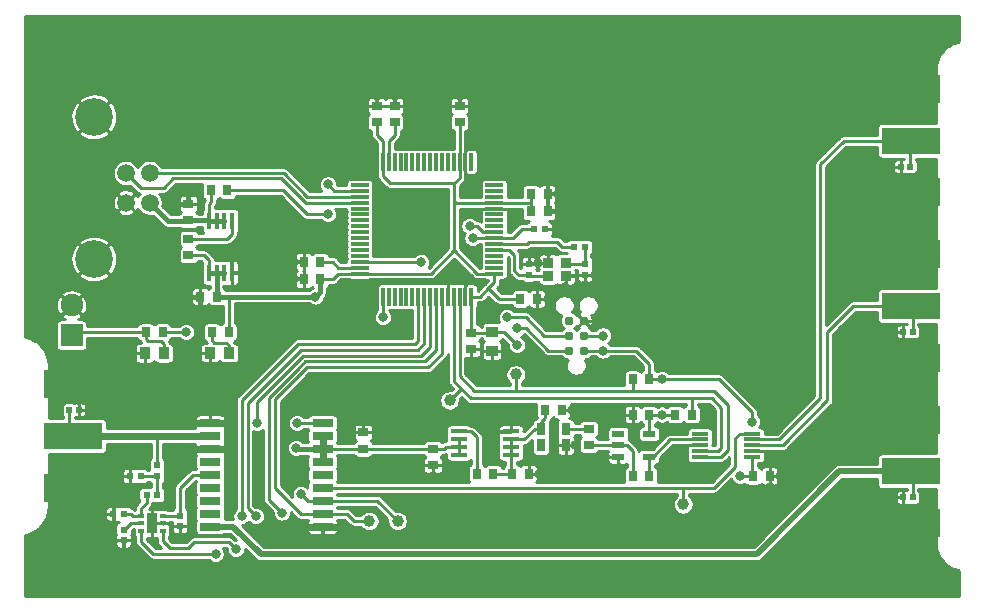
<source format=gtl>
G04 #@! TF.GenerationSoftware,KiCad,Pcbnew,5.0.0-rc2-unknown-68f6e3a~65~ubuntu16.04.1*
G04 #@! TF.CreationDate,2018-06-12T13:32:27+01:00*
G04 #@! TF.ProjectId,gpsdo,677073646F2E6B696361645F70636200,rev?*
G04 #@! TF.SameCoordinates,Original*
G04 #@! TF.FileFunction,Copper,L1,Top,Signal*
G04 #@! TF.FilePolarity,Positive*
%FSLAX46Y46*%
G04 Gerber Fmt 4.6, Leading zero omitted, Abs format (unit mm)*
G04 Created by KiCad (PCBNEW 5.0.0-rc2-unknown-68f6e3a~65~ubuntu16.04.1) date Tue Jun 12 13:32:27 2018*
%MOMM*%
%LPD*%
G01*
G04 APERTURE LIST*
G04 #@! TA.AperFunction,SMDPad,CuDef*
%ADD10R,1.500000X0.300000*%
G04 #@! TD*
G04 #@! TA.AperFunction,SMDPad,CuDef*
%ADD11R,0.300000X1.500000*%
G04 #@! TD*
G04 #@! TA.AperFunction,SMDPad,CuDef*
%ADD12R,0.900000X0.750000*%
G04 #@! TD*
G04 #@! TA.AperFunction,SMDPad,CuDef*
%ADD13R,0.620000X0.620000*%
G04 #@! TD*
G04 #@! TA.AperFunction,SMDPad,CuDef*
%ADD14R,0.750000X0.900000*%
G04 #@! TD*
G04 #@! TA.AperFunction,SMDPad,CuDef*
%ADD15R,1.000000X0.950000*%
G04 #@! TD*
G04 #@! TA.AperFunction,SMDPad,CuDef*
%ADD16R,0.520000X0.520000*%
G04 #@! TD*
G04 #@! TA.AperFunction,SMDPad,CuDef*
%ADD17R,0.950000X1.000000*%
G04 #@! TD*
G04 #@! TA.AperFunction,SMDPad,CuDef*
%ADD18R,1.450000X0.450000*%
G04 #@! TD*
G04 #@! TA.AperFunction,SMDPad,CuDef*
%ADD19R,1.100000X0.600000*%
G04 #@! TD*
G04 #@! TA.AperFunction,SMDPad,CuDef*
%ADD20R,1.450000X0.300000*%
G04 #@! TD*
G04 #@! TA.AperFunction,SMDPad,CuDef*
%ADD21R,1.800000X0.700000*%
G04 #@! TD*
G04 #@! TA.AperFunction,SMDPad,CuDef*
%ADD22R,0.450000X1.450000*%
G04 #@! TD*
G04 #@! TA.AperFunction,SMDPad,CuDef*
%ADD23R,0.470000X0.400000*%
G04 #@! TD*
G04 #@! TA.AperFunction,SMDPad,CuDef*
%ADD24R,0.950000X1.700000*%
G04 #@! TD*
G04 #@! TA.AperFunction,BGAPad,CuDef*
%ADD25C,0.787000*%
G04 #@! TD*
G04 #@! TA.AperFunction,SMDPad,CuDef*
%ADD26R,5.000000X2.400000*%
G04 #@! TD*
G04 #@! TA.AperFunction,SMDPad,CuDef*
%ADD27R,5.000000X2.300000*%
G04 #@! TD*
G04 #@! TA.AperFunction,ComponentPad*
%ADD28C,1.500000*%
G04 #@! TD*
G04 #@! TA.AperFunction,ComponentPad*
%ADD29C,3.200000*%
G04 #@! TD*
G04 #@! TA.AperFunction,BGAPad,CuDef*
%ADD30C,1.000000*%
G04 #@! TD*
G04 #@! TA.AperFunction,SMDPad,CuDef*
%ADD31R,0.950000X0.850000*%
G04 #@! TD*
G04 #@! TA.AperFunction,SMDPad,CuDef*
%ADD32R,0.800000X1.000000*%
G04 #@! TD*
G04 #@! TA.AperFunction,ComponentPad*
%ADD33R,1.900000X1.900000*%
G04 #@! TD*
G04 #@! TA.AperFunction,ComponentPad*
%ADD34C,1.900000*%
G04 #@! TD*
G04 #@! TA.AperFunction,ViaPad*
%ADD35C,0.800000*%
G04 #@! TD*
G04 #@! TA.AperFunction,Conductor*
%ADD36C,0.250000*%
G04 #@! TD*
G04 #@! TA.AperFunction,Conductor*
%ADD37C,0.600000*%
G04 #@! TD*
G04 #@! TA.AperFunction,Conductor*
%ADD38C,0.400000*%
G04 #@! TD*
G04 #@! TA.AperFunction,Conductor*
%ADD39C,0.500000*%
G04 #@! TD*
G04 #@! TA.AperFunction,Conductor*
%ADD40C,0.350000*%
G04 #@! TD*
G04 APERTURE END LIST*
D10*
G04 #@! TO.P,IC2,1*
G04 #@! TO.N,3v3*
X140200000Y-122250000D03*
G04 #@! TO.P,IC2,2*
G04 #@! TO.N,Net-(IC2-Pad2)*
X140200000Y-121750000D03*
G04 #@! TO.P,IC2,3*
G04 #@! TO.N,Net-(IC2-Pad3)*
X140200000Y-121250000D03*
G04 #@! TO.P,IC2,4*
G04 #@! TO.N,Net-(IC2-Pad4)*
X140200000Y-120750000D03*
G04 #@! TO.P,IC2,5*
G04 #@! TO.N,Net-(C3-Pad2)*
X140200000Y-120250000D03*
G04 #@! TO.P,IC2,6*
G04 #@! TO.N,Net-(IC2-Pad6)*
X140200000Y-119750000D03*
G04 #@! TO.P,IC2,7*
G04 #@! TO.N,/~RST*
X140200000Y-119250000D03*
G04 #@! TO.P,IC2,8*
G04 #@! TO.N,/STATUS*
X140200000Y-118750000D03*
G04 #@! TO.P,IC2,9*
G04 #@! TO.N,Net-(IC2-Pad9)*
X140200000Y-118250000D03*
G04 #@! TO.P,IC2,10*
G04 #@! TO.N,Net-(IC2-Pad10)*
X140200000Y-117750000D03*
G04 #@! TO.P,IC2,11*
G04 #@! TO.N,Net-(IC2-Pad11)*
X140200000Y-117250000D03*
G04 #@! TO.P,IC2,12*
G04 #@! TO.N,GND*
X140200000Y-116750000D03*
G04 #@! TO.P,IC2,13*
G04 #@! TO.N,3v3*
X140200000Y-116250000D03*
G04 #@! TO.P,IC2,14*
G04 #@! TO.N,Net-(IC2-Pad14)*
X140200000Y-115750000D03*
G04 #@! TO.P,IC2,15*
G04 #@! TO.N,Net-(IC2-Pad15)*
X140200000Y-115250000D03*
G04 #@! TO.P,IC2,16*
G04 #@! TO.N,Net-(IC2-Pad16)*
X140200000Y-114750000D03*
D11*
G04 #@! TO.P,IC2,17*
G04 #@! TO.N,Net-(IC2-Pad17)*
X138250000Y-112800000D03*
G04 #@! TO.P,IC2,18*
G04 #@! TO.N,GND*
X137750000Y-112800000D03*
G04 #@! TO.P,IC2,19*
G04 #@! TO.N,3v3*
X137250000Y-112800000D03*
G04 #@! TO.P,IC2,20*
G04 #@! TO.N,Net-(IC2-Pad20)*
X136750000Y-112800000D03*
G04 #@! TO.P,IC2,21*
G04 #@! TO.N,Net-(IC2-Pad21)*
X136250000Y-112800000D03*
G04 #@! TO.P,IC2,22*
G04 #@! TO.N,Net-(IC2-Pad22)*
X135750000Y-112800000D03*
G04 #@! TO.P,IC2,23*
G04 #@! TO.N,Net-(IC2-Pad23)*
X135250000Y-112800000D03*
G04 #@! TO.P,IC2,24*
G04 #@! TO.N,Net-(IC2-Pad24)*
X134750000Y-112800000D03*
G04 #@! TO.P,IC2,25*
G04 #@! TO.N,Net-(IC2-Pad25)*
X134250000Y-112800000D03*
G04 #@! TO.P,IC2,26*
G04 #@! TO.N,Net-(IC2-Pad26)*
X133750000Y-112800000D03*
G04 #@! TO.P,IC2,27*
G04 #@! TO.N,Net-(IC2-Pad27)*
X133250000Y-112800000D03*
G04 #@! TO.P,IC2,28*
G04 #@! TO.N,Net-(IC2-Pad28)*
X132750000Y-112800000D03*
G04 #@! TO.P,IC2,29*
G04 #@! TO.N,Net-(IC2-Pad29)*
X132250000Y-112800000D03*
G04 #@! TO.P,IC2,30*
G04 #@! TO.N,Net-(IC2-Pad30)*
X131750000Y-112800000D03*
G04 #@! TO.P,IC2,31*
G04 #@! TO.N,Net-(C7-Pad2)*
X131250000Y-112800000D03*
G04 #@! TO.P,IC2,32*
G04 #@! TO.N,3v3*
X130750000Y-112800000D03*
D10*
G04 #@! TO.P,IC2,33*
G04 #@! TO.N,Net-(IC2-Pad33)*
X128800000Y-114750000D03*
G04 #@! TO.P,IC2,34*
G04 #@! TO.N,/OTG_HS_VBUS*
X128800000Y-115250000D03*
G04 #@! TO.P,IC2,35*
G04 #@! TO.N,/OTG_HS_DM*
X128800000Y-115750000D03*
G04 #@! TO.P,IC2,36*
G04 #@! TO.N,/OTG_HS_DP*
X128800000Y-116250000D03*
G04 #@! TO.P,IC2,37*
G04 #@! TO.N,Net-(IC2-Pad37)*
X128800000Y-116750000D03*
G04 #@! TO.P,IC2,38*
G04 #@! TO.N,Net-(IC2-Pad38)*
X128800000Y-117250000D03*
G04 #@! TO.P,IC2,39*
G04 #@! TO.N,Net-(IC2-Pad39)*
X128800000Y-117750000D03*
G04 #@! TO.P,IC2,40*
G04 #@! TO.N,Net-(IC2-Pad40)*
X128800000Y-118250000D03*
G04 #@! TO.P,IC2,41*
G04 #@! TO.N,Net-(IC2-Pad41)*
X128800000Y-118750000D03*
G04 #@! TO.P,IC2,42*
G04 #@! TO.N,Net-(IC2-Pad42)*
X128800000Y-119250000D03*
G04 #@! TO.P,IC2,43*
G04 #@! TO.N,Net-(IC2-Pad43)*
X128800000Y-119750000D03*
G04 #@! TO.P,IC2,44*
G04 #@! TO.N,Net-(IC2-Pad44)*
X128800000Y-120250000D03*
G04 #@! TO.P,IC2,45*
G04 #@! TO.N,Net-(IC2-Pad45)*
X128800000Y-120750000D03*
G04 #@! TO.P,IC2,46*
G04 #@! TO.N,/SWDIO*
X128800000Y-121250000D03*
G04 #@! TO.P,IC2,47*
G04 #@! TO.N,Net-(C8-Pad1)*
X128800000Y-121750000D03*
G04 #@! TO.P,IC2,48*
G04 #@! TO.N,3v3*
X128800000Y-122250000D03*
D11*
G04 #@! TO.P,IC2,49*
G04 #@! TO.N,/SWDCLK*
X130750000Y-124200000D03*
G04 #@! TO.P,IC2,50*
G04 #@! TO.N,Net-(IC2-Pad50)*
X131250000Y-124200000D03*
G04 #@! TO.P,IC2,51*
G04 #@! TO.N,Net-(IC2-Pad51)*
X131750000Y-124200000D03*
G04 #@! TO.P,IC2,52*
G04 #@! TO.N,Net-(IC2-Pad52)*
X132250000Y-124200000D03*
G04 #@! TO.P,IC2,53*
G04 #@! TO.N,Net-(IC2-Pad53)*
X132750000Y-124200000D03*
G04 #@! TO.P,IC2,54*
G04 #@! TO.N,Net-(IC2-Pad54)*
X133250000Y-124200000D03*
G04 #@! TO.P,IC2,55*
G04 #@! TO.N,/~FLAG*
X133750000Y-124200000D03*
G04 #@! TO.P,IC2,56*
G04 #@! TO.N,/~ANT_EN*
X134250000Y-124200000D03*
G04 #@! TO.P,IC2,57*
G04 #@! TO.N,/GPS_RST*
X134750000Y-124200000D03*
G04 #@! TO.P,IC2,58*
G04 #@! TO.N,/USART1_TX*
X135250000Y-124200000D03*
G04 #@! TO.P,IC2,59*
G04 #@! TO.N,/USART1_RX*
X135750000Y-124200000D03*
G04 #@! TO.P,IC2,60*
G04 #@! TO.N,GND*
X136250000Y-124200000D03*
G04 #@! TO.P,IC2,61*
G04 #@! TO.N,/I2C1_SCL*
X136750000Y-124200000D03*
G04 #@! TO.P,IC2,62*
G04 #@! TO.N,/I2C1_SDA*
X137250000Y-124200000D03*
G04 #@! TO.P,IC2,63*
G04 #@! TO.N,GND*
X137750000Y-124200000D03*
G04 #@! TO.P,IC2,64*
G04 #@! TO.N,3v3*
X138250000Y-124200000D03*
G04 #@! TD*
D12*
G04 #@! TO.P,C1,1*
G04 #@! TO.N,3v3*
X135000000Y-137100000D03*
G04 #@! TO.P,C1,2*
G04 #@! TO.N,GND*
X135000000Y-138500000D03*
G04 #@! TD*
D13*
G04 #@! TO.P,C2,2*
G04 #@! TO.N,GND*
X144450000Y-118500000D03*
G04 #@! TO.P,C2,1*
G04 #@! TO.N,/~RST*
X143550000Y-118500000D03*
G04 #@! TD*
G04 #@! TO.P,C3,2*
G04 #@! TO.N,Net-(C3-Pad2)*
X143100000Y-122350000D03*
G04 #@! TO.P,C3,1*
G04 #@! TO.N,GND*
X143100000Y-121450000D03*
G04 #@! TD*
D12*
G04 #@! TO.P,C4,2*
G04 #@! TO.N,3v3*
X138250000Y-127250000D03*
G04 #@! TO.P,C4,1*
G04 #@! TO.N,GND*
X138250000Y-128650000D03*
G04 #@! TD*
D13*
G04 #@! TO.P,C5,1*
G04 #@! TO.N,Net-(C5-Pad1)*
X147900000Y-121450000D03*
G04 #@! TO.P,C5,2*
G04 #@! TO.N,GND*
X147900000Y-122350000D03*
G04 #@! TD*
D14*
G04 #@! TO.P,C6,1*
G04 #@! TO.N,GND*
X143800000Y-124400000D03*
G04 #@! TO.P,C6,2*
G04 #@! TO.N,3v3*
X142400000Y-124400000D03*
G04 #@! TD*
D12*
G04 #@! TO.P,C7,2*
G04 #@! TO.N,Net-(C7-Pad2)*
X131750000Y-109450000D03*
G04 #@! TO.P,C7,1*
G04 #@! TO.N,GND*
X131750000Y-108050000D03*
G04 #@! TD*
D14*
G04 #@! TO.P,C8,1*
G04 #@! TO.N,Net-(C8-Pad1)*
X125450000Y-121250000D03*
G04 #@! TO.P,C8,2*
G04 #@! TO.N,GND*
X124050000Y-121250000D03*
G04 #@! TD*
G04 #@! TO.P,C9,2*
G04 #@! TO.N,3v3*
X143300000Y-117000000D03*
G04 #@! TO.P,C9,1*
G04 #@! TO.N,GND*
X144700000Y-117000000D03*
G04 #@! TD*
G04 #@! TO.P,C10,2*
G04 #@! TO.N,Net-(C10-Pad2)*
X138700000Y-139200000D03*
G04 #@! TO.P,C10,1*
G04 #@! TO.N,1v8*
X140100000Y-139200000D03*
G04 #@! TD*
D12*
G04 #@! TO.P,C11,2*
G04 #@! TO.N,3v3*
X137250000Y-109450000D03*
G04 #@! TO.P,C11,1*
G04 #@! TO.N,GND*
X137250000Y-108050000D03*
G04 #@! TD*
D14*
G04 #@! TO.P,C12,1*
G04 #@! TO.N,1v8*
X141700000Y-139200000D03*
G04 #@! TO.P,C12,2*
G04 #@! TO.N,GND*
X143100000Y-139200000D03*
G04 #@! TD*
D12*
G04 #@! TO.P,C13,1*
G04 #@! TO.N,GND*
X130250000Y-108050000D03*
G04 #@! TO.P,C13,2*
G04 #@! TO.N,3v3*
X130250000Y-109450000D03*
G04 #@! TD*
D14*
G04 #@! TO.P,C14,2*
G04 #@! TO.N,1v8*
X144500000Y-133800000D03*
G04 #@! TO.P,C14,1*
G04 #@! TO.N,GND*
X145900000Y-133800000D03*
G04 #@! TD*
G04 #@! TO.P,C15,1*
G04 #@! TO.N,GND*
X124050000Y-122750000D03*
G04 #@! TO.P,C15,2*
G04 #@! TO.N,3v3*
X125450000Y-122750000D03*
G04 #@! TD*
D15*
G04 #@! TO.P,C16,1*
G04 #@! TO.N,GND*
X140000000Y-128800000D03*
G04 #@! TO.P,C16,2*
G04 #@! TO.N,3v3*
X140000000Y-127200000D03*
G04 #@! TD*
D14*
G04 #@! TO.P,C17,2*
G04 #@! TO.N,GND*
X144700000Y-115500000D03*
G04 #@! TO.P,C17,1*
G04 #@! TO.N,3v3*
X143300000Y-115500000D03*
G04 #@! TD*
G04 #@! TO.P,C18,2*
G04 #@! TO.N,3v3*
X153300000Y-134200000D03*
G04 #@! TO.P,C18,1*
G04 #@! TO.N,GND*
X151900000Y-134200000D03*
G04 #@! TD*
D12*
G04 #@! TO.P,C19,1*
G04 #@! TO.N,Net-(C19-Pad1)*
X148200000Y-136800000D03*
G04 #@! TO.P,C19,2*
G04 #@! TO.N,Net-(C19-Pad2)*
X148200000Y-135400000D03*
G04 #@! TD*
D14*
G04 #@! TO.P,C20,2*
G04 #@! TO.N,3v3*
X162100000Y-139400000D03*
G04 #@! TO.P,C20,1*
G04 #@! TO.N,GND*
X163500000Y-139400000D03*
G04 #@! TD*
D12*
G04 #@! TO.P,C21,1*
G04 #@! TO.N,GND*
X129100000Y-135700000D03*
G04 #@! TO.P,C21,2*
G04 #@! TO.N,3v3*
X129100000Y-137100000D03*
G04 #@! TD*
D13*
G04 #@! TO.P,C22,2*
G04 #@! TO.N,GND*
X113600000Y-143650000D03*
G04 #@! TO.P,C22,1*
G04 #@! TO.N,Net-(C22-Pad1)*
X113600000Y-142750000D03*
G04 #@! TD*
D12*
G04 #@! TO.P,C23,1*
G04 #@! TO.N,5v*
X114300000Y-117750000D03*
G04 #@! TO.P,C23,2*
G04 #@! TO.N,GND*
X114300000Y-116350000D03*
G04 #@! TD*
G04 #@! TO.P,C24,2*
G04 #@! TO.N,Net-(C24-Pad2)*
X114300000Y-119300000D03*
G04 #@! TO.P,C24,1*
G04 #@! TO.N,3v3*
X114300000Y-120700000D03*
G04 #@! TD*
D14*
G04 #@! TO.P,C25,1*
G04 #@! TO.N,3v3*
X116700000Y-124200000D03*
G04 #@! TO.P,C25,2*
G04 #@! TO.N,GND*
X115300000Y-124200000D03*
G04 #@! TD*
D13*
G04 #@! TO.P,C26,1*
G04 #@! TO.N,Net-(C26-Pad1)*
X108850000Y-142600000D03*
G04 #@! TO.P,C26,2*
G04 #@! TO.N,GND*
X107950000Y-142600000D03*
G04 #@! TD*
G04 #@! TO.P,C27,1*
G04 #@! TO.N,GND*
X109350000Y-139400000D03*
G04 #@! TO.P,C27,2*
G04 #@! TO.N,Net-(C27-Pad2)*
X110250000Y-139400000D03*
G04 #@! TD*
D16*
G04 #@! TO.P,D1,2*
G04 #@! TO.N,GND*
X174800000Y-141200000D03*
G04 #@! TO.P,D1,1*
G04 #@! TO.N,/GPS_PPS*
X175600000Y-141200000D03*
G04 #@! TD*
G04 #@! TO.P,D2,1*
G04 #@! TO.N,/CLK_OUT_1*
X175600000Y-127200000D03*
G04 #@! TO.P,D2,2*
G04 #@! TO.N,GND*
X174800000Y-127200000D03*
G04 #@! TD*
G04 #@! TO.P,D3,1*
G04 #@! TO.N,/CLK_OUT_2*
X175400000Y-113200000D03*
G04 #@! TO.P,D3,2*
G04 #@! TO.N,GND*
X174600000Y-113200000D03*
G04 #@! TD*
G04 #@! TO.P,D4,1*
G04 #@! TO.N,/GPS_RF*
X104200000Y-133800000D03*
G04 #@! TO.P,D4,2*
G04 #@! TO.N,GND*
X105000000Y-133800000D03*
G04 #@! TD*
D17*
G04 #@! TO.P,D5,1*
G04 #@! TO.N,GND*
X110600000Y-129000000D03*
G04 #@! TO.P,D5,2*
G04 #@! TO.N,Net-(D5-Pad2)*
X112200000Y-129000000D03*
G04 #@! TD*
G04 #@! TO.P,D6,2*
G04 #@! TO.N,Net-(D6-Pad2)*
X117742500Y-128992143D03*
G04 #@! TO.P,D6,1*
G04 #@! TO.N,GND*
X116142500Y-128992143D03*
G04 #@! TD*
D18*
G04 #@! TO.P,IC1,8*
G04 #@! TO.N,3v3*
X137200000Y-137575000D03*
G04 #@! TO.P,IC1,7*
X137200000Y-136925000D03*
G04 #@! TO.P,IC1,6*
X137200000Y-136275000D03*
G04 #@! TO.P,IC1,5*
G04 #@! TO.N,Net-(C10-Pad2)*
X137200000Y-135625000D03*
G04 #@! TO.P,IC1,4*
G04 #@! TO.N,GND*
X141600000Y-135625000D03*
G04 #@! TO.P,IC1,3*
G04 #@! TO.N,1v8*
X141600000Y-136275000D03*
G04 #@! TO.P,IC1,2*
X141600000Y-136925000D03*
G04 #@! TO.P,IC1,1*
X141600000Y-137575000D03*
G04 #@! TD*
D19*
G04 #@! TO.P,IC3,1*
G04 #@! TO.N,Net-(IC3-Pad1)*
X150700000Y-135850000D03*
G04 #@! TO.P,IC3,2*
G04 #@! TO.N,Net-(C19-Pad1)*
X150700000Y-136800000D03*
G04 #@! TO.P,IC3,3*
G04 #@! TO.N,GND*
X150700000Y-137750000D03*
G04 #@! TO.P,IC3,4*
G04 #@! TO.N,Net-(IC3-Pad4)*
X153300000Y-137750000D03*
G04 #@! TO.P,IC3,5*
G04 #@! TO.N,3v3*
X153300000Y-135850000D03*
G04 #@! TD*
D20*
G04 #@! TO.P,IC4,1*
G04 #@! TO.N,3v3*
X162000000Y-137800000D03*
G04 #@! TO.P,IC4,2*
G04 #@! TO.N,GND*
X162000000Y-137300000D03*
G04 #@! TO.P,IC4,3*
G04 #@! TO.N,/CLK_OUT_1*
X162000000Y-136800000D03*
G04 #@! TO.P,IC4,4*
G04 #@! TO.N,/CLK_OUT_2*
X162000000Y-136300000D03*
G04 #@! TO.P,IC4,5*
G04 #@! TO.N,/GPS_TIM1*
X162000000Y-135800000D03*
G04 #@! TO.P,IC4,6*
G04 #@! TO.N,Net-(IC4-Pad6)*
X157600000Y-135800000D03*
G04 #@! TO.P,IC4,7*
G04 #@! TO.N,Net-(IC3-Pad4)*
X157600000Y-136300000D03*
G04 #@! TO.P,IC4,8*
G04 #@! TO.N,GND*
X157600000Y-136800000D03*
G04 #@! TO.P,IC4,9*
G04 #@! TO.N,/I2C1_SCL*
X157600000Y-137300000D03*
G04 #@! TO.P,IC4,10*
G04 #@! TO.N,/I2C1_SDA*
X157600000Y-137800000D03*
G04 #@! TD*
D21*
G04 #@! TO.P,IC5,1*
G04 #@! TO.N,GND*
X125650000Y-143700000D03*
G04 #@! TO.P,IC5,2*
G04 #@! TO.N,/USART1_RX*
X125650000Y-142600000D03*
G04 #@! TO.P,IC5,3*
G04 #@! TO.N,/USART1_TX*
X125650000Y-141500000D03*
G04 #@! TO.P,IC5,4*
G04 #@! TO.N,/GPS_TIM1*
X125650000Y-140400000D03*
G04 #@! TO.P,IC5,5*
G04 #@! TO.N,Net-(IC5-Pad5)*
X125650000Y-139300000D03*
G04 #@! TO.P,IC5,6*
G04 #@! TO.N,3v3*
X125650000Y-138200000D03*
G04 #@! TO.P,IC5,7*
X125650000Y-137100000D03*
G04 #@! TO.P,IC5,8*
X125650000Y-136000000D03*
G04 #@! TO.P,IC5,9*
G04 #@! TO.N,/GPS_RST*
X125650000Y-134900000D03*
G04 #@! TO.P,IC5,10*
G04 #@! TO.N,GND*
X116150000Y-134900000D03*
G04 #@! TO.P,IC5,11*
G04 #@! TO.N,/GPS_RF*
X116150000Y-136000000D03*
G04 #@! TO.P,IC5,12*
G04 #@! TO.N,GND*
X116150000Y-137100000D03*
G04 #@! TO.P,IC5,13*
G04 #@! TO.N,Net-(IC5-Pad13)*
X116150000Y-138200000D03*
G04 #@! TO.P,IC5,14*
G04 #@! TO.N,Net-(C22-Pad1)*
X116150000Y-139300000D03*
G04 #@! TO.P,IC5,15*
G04 #@! TO.N,Net-(IC5-Pad15)*
X116150000Y-140400000D03*
G04 #@! TO.P,IC5,16*
G04 #@! TO.N,Net-(IC5-Pad16)*
X116150000Y-141500000D03*
G04 #@! TO.P,IC5,17*
G04 #@! TO.N,Net-(IC5-Pad17)*
X116150000Y-142600000D03*
G04 #@! TO.P,IC5,18*
G04 #@! TO.N,/GPS_PPS*
X116150000Y-143700000D03*
G04 #@! TD*
D22*
G04 #@! TO.P,IC6,1*
G04 #@! TO.N,3v3*
X116025000Y-122200000D03*
G04 #@! TO.P,IC6,2*
X116675000Y-122200000D03*
G04 #@! TO.P,IC6,3*
X117325000Y-122200000D03*
G04 #@! TO.P,IC6,4*
G04 #@! TO.N,GND*
X117975000Y-122200000D03*
G04 #@! TO.P,IC6,5*
G04 #@! TO.N,Net-(C24-Pad2)*
X117975000Y-117800000D03*
G04 #@! TO.P,IC6,6*
G04 #@! TO.N,5v*
X117325000Y-117800000D03*
G04 #@! TO.P,IC6,7*
X116675000Y-117800000D03*
G04 #@! TO.P,IC6,8*
X116025000Y-117800000D03*
G04 #@! TD*
D23*
G04 #@! TO.P,IC7,1*
G04 #@! TO.N,Net-(C26-Pad1)*
X110285000Y-142750000D03*
G04 #@! TO.P,IC7,2*
G04 #@! TO.N,Net-(IC7-Pad2)*
X110285000Y-143400000D03*
G04 #@! TO.P,IC7,3*
G04 #@! TO.N,/~FLAG*
X110285000Y-144050000D03*
G04 #@! TO.P,IC7,4*
G04 #@! TO.N,/~ANT_EN*
X112115000Y-144050000D03*
G04 #@! TO.P,IC7,5*
G04 #@! TO.N,GND*
X112115000Y-143400000D03*
G04 #@! TO.P,IC7,6*
G04 #@! TO.N,Net-(C22-Pad1)*
X112115000Y-142750000D03*
D24*
G04 #@! TO.P,IC7,EP*
G04 #@! TO.N,GND*
X111200000Y-143400000D03*
G04 #@! TD*
D25*
G04 #@! TO.P,P1,1*
G04 #@! TO.N,3v3*
X147770000Y-128770000D03*
G04 #@! TO.P,P1,2*
G04 #@! TO.N,/SWDIO*
X146500000Y-128770000D03*
G04 #@! TO.P,P1,3*
G04 #@! TO.N,/~RST*
X147770000Y-127500000D03*
G04 #@! TO.P,P1,4*
G04 #@! TO.N,/SWDCLK*
X146500000Y-127500000D03*
G04 #@! TO.P,P1,5*
G04 #@! TO.N,GND*
X147770000Y-126230000D03*
G04 #@! TO.P,P1,6*
G04 #@! TO.N,Net-(P1-Pad6)*
X146500000Y-126230000D03*
G04 #@! TD*
D26*
G04 #@! TO.P,P2,2*
G04 #@! TO.N,GND*
X175500000Y-143375000D03*
X175500000Y-134625000D03*
D27*
G04 #@! TO.P,P2,1*
G04 #@! TO.N,/GPS_PPS*
X175500000Y-139000000D03*
G04 #@! TD*
G04 #@! TO.P,P3,1*
G04 #@! TO.N,/CLK_OUT_1*
X175500000Y-125000000D03*
D26*
G04 #@! TO.P,P3,2*
G04 #@! TO.N,GND*
X175500000Y-120625000D03*
X175500000Y-129375000D03*
G04 #@! TD*
G04 #@! TO.P,P4,2*
G04 #@! TO.N,GND*
X175500000Y-115375000D03*
X175500000Y-106625000D03*
D27*
G04 #@! TO.P,P4,1*
G04 #@! TO.N,/CLK_OUT_2*
X175500000Y-111000000D03*
G04 #@! TD*
G04 #@! TO.P,P5,1*
G04 #@! TO.N,/GPS_RF*
X104500000Y-136000000D03*
D26*
G04 #@! TO.P,P5,2*
G04 #@! TO.N,GND*
X104500000Y-140375000D03*
X104500000Y-131625000D03*
G04 #@! TD*
D28*
G04 #@! TO.P,P6,1*
G04 #@! TO.N,5v*
X111000000Y-116250000D03*
G04 #@! TO.P,P6,2*
G04 #@! TO.N,/OTG_HS_DM*
X111000000Y-113750000D03*
G04 #@! TO.P,P6,3*
G04 #@! TO.N,/OTG_HS_DP*
X109000000Y-113750000D03*
G04 #@! TO.P,P6,4*
G04 #@! TO.N,GND*
X109000000Y-116250000D03*
D29*
G04 #@! TO.P,P6,S*
X106290000Y-121020000D03*
X106290000Y-108980000D03*
G04 #@! TD*
D13*
G04 #@! TO.P,R1,1*
G04 #@! TO.N,Net-(C5-Pad1)*
X147850000Y-120000000D03*
G04 #@! TO.P,R1,2*
G04 #@! TO.N,Net-(IC2-Pad6)*
X146950000Y-120000000D03*
G04 #@! TD*
D14*
G04 #@! TO.P,R2,1*
G04 #@! TO.N,/I2C1_SDA*
X151900000Y-131200000D03*
G04 #@! TO.P,R2,2*
G04 #@! TO.N,3v3*
X153300000Y-131200000D03*
G04 #@! TD*
G04 #@! TO.P,R3,1*
G04 #@! TO.N,Net-(IC3-Pad4)*
X153300000Y-139400000D03*
G04 #@! TO.P,R3,2*
G04 #@! TO.N,Net-(C19-Pad1)*
X151900000Y-139400000D03*
G04 #@! TD*
G04 #@! TO.P,R4,2*
G04 #@! TO.N,3v3*
X155500000Y-134200000D03*
G04 #@! TO.P,R4,1*
G04 #@! TO.N,/I2C1_SCL*
X156900000Y-134200000D03*
G04 #@! TD*
D13*
G04 #@! TO.P,R5,2*
G04 #@! TO.N,Net-(IC7-Pad2)*
X108800000Y-143950000D03*
G04 #@! TO.P,R5,1*
G04 #@! TO.N,GND*
X108800000Y-144850000D03*
G04 #@! TD*
D14*
G04 #@! TO.P,R7,2*
G04 #@! TO.N,/STATUS*
X112100000Y-127200000D03*
G04 #@! TO.P,R7,1*
G04 #@! TO.N,Net-(D5-Pad2)*
X110700000Y-127200000D03*
G04 #@! TD*
G04 #@! TO.P,R8,1*
G04 #@! TO.N,Net-(D6-Pad2)*
X116300000Y-127200000D03*
G04 #@! TO.P,R8,2*
G04 #@! TO.N,3v3*
X117700000Y-127200000D03*
G04 #@! TD*
G04 #@! TO.P,R9,2*
G04 #@! TO.N,/OTG_HS_VBUS*
X117600000Y-115200000D03*
G04 #@! TO.P,R9,1*
G04 #@! TO.N,5v*
X116200000Y-115200000D03*
G04 #@! TD*
D30*
G04 #@! TO.P,TP1,1*
G04 #@! TO.N,/I2C1_SDA*
X142000000Y-130800000D03*
G04 #@! TD*
G04 #@! TO.P,TP2,1*
G04 #@! TO.N,/I2C1_SCL*
X136400000Y-133000000D03*
G04 #@! TD*
G04 #@! TO.P,TP3,1*
G04 #@! TO.N,/USART1_TX*
X132000000Y-143200000D03*
G04 #@! TD*
G04 #@! TO.P,TP4,1*
G04 #@! TO.N,/USART1_RX*
X129600000Y-143200000D03*
G04 #@! TD*
D31*
G04 #@! TO.P,Y1,1*
G04 #@! TO.N,Net-(C3-Pad2)*
X144775000Y-122475000D03*
G04 #@! TO.P,Y1,2*
G04 #@! TO.N,GND*
X146225000Y-122475000D03*
G04 #@! TO.P,Y1,3*
G04 #@! TO.N,Net-(C5-Pad1)*
X146225000Y-121325000D03*
G04 #@! TO.P,Y1,4*
G04 #@! TO.N,GND*
X144775000Y-121325000D03*
G04 #@! TD*
D32*
G04 #@! TO.P,Y2,1*
G04 #@! TO.N,Net-(Y2-Pad1)*
X144150000Y-136800000D03*
G04 #@! TO.P,Y2,2*
G04 #@! TO.N,GND*
X146250000Y-136800000D03*
G04 #@! TO.P,Y2,3*
G04 #@! TO.N,Net-(C19-Pad2)*
X146250000Y-135400000D03*
G04 #@! TO.P,Y2,4*
G04 #@! TO.N,1v8*
X144150000Y-135400000D03*
G04 #@! TD*
D30*
G04 #@! TO.P,TP5,1*
G04 #@! TO.N,/GPS_TIM1*
X156200000Y-141800000D03*
G04 #@! TD*
D13*
G04 #@! TO.P,R6,1*
G04 #@! TO.N,Net-(C27-Pad2)*
X111650000Y-141000000D03*
G04 #@! TO.P,R6,2*
G04 #@! TO.N,Net-(C26-Pad1)*
X110750000Y-141000000D03*
G04 #@! TD*
G04 #@! TO.P,L1,1*
G04 #@! TO.N,Net-(C27-Pad2)*
X111650000Y-139400000D03*
G04 #@! TO.P,L1,2*
G04 #@! TO.N,/GPS_RF*
X111650000Y-138500000D03*
G04 #@! TD*
D33*
G04 #@! TO.P,J1,1*
G04 #@! TO.N,Net-(D5-Pad2)*
X104400000Y-127470000D03*
D34*
G04 #@! TO.P,J1,2*
G04 #@! TO.N,GND*
X104400000Y-124930000D03*
G04 #@! TD*
D35*
G04 #@! TO.N,3v3*
X149370000Y-128770000D03*
X142100000Y-128300000D03*
X125050000Y-124200000D03*
X123400000Y-137000000D03*
X154400000Y-134200000D03*
X154400000Y-131200000D03*
X162000000Y-134800000D03*
X161000000Y-139400000D03*
G04 #@! TO.N,GND*
X114500000Y-134900000D03*
X117800000Y-134900000D03*
X114550000Y-137100000D03*
X117750000Y-137100000D03*
X111200000Y-143400000D03*
X107000000Y-142600000D03*
X107650000Y-144850000D03*
X108800000Y-146000000D03*
X113600000Y-144600000D03*
X108200000Y-139400000D03*
X109350000Y-138250000D03*
X107950000Y-141450000D03*
X124100000Y-143700000D03*
X127150000Y-143700000D03*
X129100000Y-134500000D03*
X127900000Y-135700000D03*
X130300000Y-135700000D03*
X101000000Y-149000000D03*
X104000000Y-149000000D03*
X107000000Y-149000000D03*
X116000000Y-149000000D03*
X113000000Y-149000000D03*
X110000000Y-149000000D03*
X131000000Y-149000000D03*
X125000000Y-149000000D03*
X122000000Y-149000000D03*
X128000000Y-149000000D03*
X119000000Y-149000000D03*
X134000000Y-149000000D03*
X137000000Y-149000000D03*
X149000000Y-149000000D03*
X152000000Y-149000000D03*
X146000000Y-149000000D03*
X140000000Y-149000000D03*
X143000000Y-149000000D03*
X161000000Y-149000000D03*
X164000000Y-149000000D03*
X155000000Y-149000000D03*
X158000000Y-149000000D03*
X167000000Y-149000000D03*
X170000000Y-149000000D03*
X173000000Y-149000000D03*
X176000000Y-149000000D03*
X179000000Y-149000000D03*
X143000000Y-101000000D03*
X113000000Y-101000000D03*
X119000000Y-101000000D03*
X179000000Y-101000000D03*
X107000000Y-101000000D03*
X131000000Y-101000000D03*
X104000000Y-101000000D03*
X110000000Y-101000000D03*
X155000000Y-101000000D03*
X146000000Y-101000000D03*
X101000000Y-101000000D03*
X134000000Y-101000000D03*
X128000000Y-101000000D03*
X164000000Y-101000000D03*
X137000000Y-101000000D03*
X167000000Y-101000000D03*
X158000000Y-101000000D03*
X173000000Y-101000000D03*
X122000000Y-101000000D03*
X170000000Y-101000000D03*
X140000000Y-101000000D03*
X161000000Y-101000000D03*
X149000000Y-101000000D03*
X116000000Y-101000000D03*
X125000000Y-101000000D03*
X176000000Y-101000000D03*
X152000000Y-101000000D03*
X136250000Y-122750000D03*
X137750000Y-122750000D03*
X117975000Y-120725000D03*
X118800000Y-122200000D03*
X123250000Y-122750000D03*
X123250000Y-121250000D03*
X130250000Y-107250000D03*
X131750000Y-107250000D03*
X137250000Y-107250000D03*
X145600000Y-115500000D03*
X145700000Y-117000000D03*
X137000000Y-121900000D03*
X140000000Y-130000000D03*
X138250000Y-129750000D03*
X138100000Y-110900000D03*
X138100000Y-114500000D03*
X142000000Y-117100000D03*
X138300000Y-117100000D03*
X149370000Y-126230000D03*
X145700000Y-118500000D03*
X143100000Y-120600000D03*
X146200000Y-123400000D03*
X147900000Y-123200000D03*
X148750000Y-122350000D03*
X144775000Y-120400000D03*
X143850000Y-121350000D03*
X144700000Y-124400000D03*
X143800000Y-123350000D03*
X114000000Y-124200000D03*
X115300000Y-125300000D03*
X114300000Y-115300000D03*
X113050000Y-116350000D03*
X164400000Y-139400000D03*
X163500000Y-140300000D03*
X155800000Y-137200000D03*
X156800000Y-139400000D03*
X164600000Y-137800000D03*
X144000000Y-139200000D03*
X149450000Y-137750000D03*
X150700000Y-138900000D03*
X146250000Y-138000000D03*
X147000000Y-136800000D03*
X141600000Y-134600000D03*
X140225000Y-135625000D03*
X135000000Y-139400000D03*
X133900000Y-138500000D03*
X146800000Y-133800000D03*
X150800000Y-134200000D03*
X105000000Y-105000000D03*
X110000000Y-105000000D03*
X115000000Y-105000000D03*
X120000000Y-105000000D03*
X125000000Y-105000000D03*
X125000000Y-110000000D03*
X120000000Y-110000000D03*
X115000000Y-110000000D03*
X110000000Y-110000000D03*
X130000000Y-105000000D03*
X135000000Y-105000000D03*
X140000000Y-105000000D03*
X145000000Y-105000000D03*
X150000000Y-105000000D03*
X155000000Y-105000000D03*
X160000000Y-105000000D03*
X170000000Y-105000000D03*
X165000000Y-105000000D03*
X165000000Y-110000000D03*
X160000000Y-110000000D03*
X155000000Y-110000000D03*
X150000000Y-110000000D03*
X145000000Y-110000000D03*
X140000000Y-110000000D03*
X135000000Y-110000000D03*
X150000000Y-115000000D03*
X155000000Y-115000000D03*
X160000000Y-115000000D03*
X165000000Y-115000000D03*
X170000000Y-115000000D03*
X170000000Y-110000000D03*
X170000000Y-120000000D03*
X165000000Y-120000000D03*
X160000000Y-120000000D03*
X155000000Y-120000000D03*
X150000000Y-120000000D03*
X150000000Y-125000000D03*
X155000000Y-125000000D03*
X160000000Y-125000000D03*
X165000000Y-125000000D03*
X165000000Y-130000000D03*
X160000000Y-130000000D03*
X170000000Y-130000000D03*
X170000000Y-135000000D03*
X170000000Y-145000000D03*
X160000000Y-145000000D03*
X155000000Y-145000000D03*
X150000000Y-145000000D03*
X145000000Y-145000000D03*
X140000000Y-145000000D03*
X135000000Y-145000000D03*
X130000000Y-145000000D03*
X135000000Y-135000000D03*
X115000000Y-130000000D03*
X120000000Y-130000000D03*
X110000000Y-135000000D03*
X110000000Y-125000000D03*
X110000000Y-120000000D03*
X105000000Y-115000000D03*
X120000000Y-120000000D03*
X125000000Y-120000000D03*
X135000000Y-120000000D03*
X165000000Y-145000000D03*
X125000000Y-145000000D03*
X105000000Y-145000000D03*
X170000000Y-140000000D03*
X146250000Y-139500000D03*
X148500000Y-139500000D03*
X158600000Y-139000000D03*
X149100000Y-134200000D03*
X138650000Y-134100000D03*
X144000000Y-138000000D03*
X142900000Y-133800000D03*
X140250000Y-133800000D03*
X137200000Y-139000000D03*
X116150000Y-133550000D03*
X112250000Y-135000000D03*
X113650000Y-138350000D03*
X103400000Y-142850000D03*
X105300000Y-142850000D03*
X103050000Y-129350000D03*
X105850000Y-129350000D03*
X108150000Y-131550000D03*
X107950000Y-135000000D03*
X107900000Y-137050000D03*
X109950000Y-137100000D03*
X112750000Y-137100000D03*
X174000000Y-131800000D03*
X176000000Y-131800000D03*
X174200000Y-146000000D03*
X176000000Y-146000000D03*
X174000000Y-118000000D03*
X176000000Y-118000000D03*
X174000000Y-104000000D03*
X176000000Y-104000000D03*
X154600000Y-139400000D03*
X158200000Y-134400000D03*
X140000000Y-137800000D03*
X163600000Y-137800000D03*
X133000000Y-141400000D03*
X148000000Y-141400000D03*
X143000000Y-141400000D03*
X158000000Y-141400000D03*
X153000000Y-141400000D03*
X138000000Y-141400000D03*
X127800000Y-139400000D03*
X132800000Y-139400000D03*
X163800000Y-142600000D03*
X167200000Y-139200000D03*
X168000000Y-142600000D03*
X170000000Y-137800000D03*
X132200000Y-131200000D03*
X127200000Y-131200000D03*
X128400000Y-127200000D03*
X123400000Y-127200000D03*
G04 #@! TO.N,/~RST*
X138350000Y-119250000D03*
X149400000Y-127500000D03*
G04 #@! TO.N,/STATUS*
X138100000Y-118200000D03*
X114100000Y-127200000D03*
G04 #@! TO.N,/OTG_HS_VBUS*
X126100000Y-114700000D03*
X126100000Y-117200000D03*
G04 #@! TO.N,/SWDIO*
X142100000Y-126900000D03*
X134000000Y-121300000D03*
G04 #@! TO.N,/SWDCLK*
X130750000Y-125950000D03*
X141250000Y-125950000D03*
G04 #@! TO.N,/~FLAG*
X118800000Y-142800000D03*
X116600000Y-146000000D03*
G04 #@! TO.N,/~ANT_EN*
X120000000Y-142800000D03*
X118300000Y-145600000D03*
G04 #@! TO.N,/GPS_RST*
X120100000Y-134900000D03*
X123500000Y-134900000D03*
G04 #@! TO.N,/USART1_TX*
X122200000Y-142500000D03*
X123800000Y-140900000D03*
G04 #@! TD*
D36*
G04 #@! TO.N,3v3*
X128800000Y-122250000D02*
X127000000Y-122250000D01*
X126500000Y-122750000D02*
X125450000Y-122750000D01*
X127000000Y-122250000D02*
X126500000Y-122750000D01*
X138250000Y-124200000D02*
X138250000Y-127250000D01*
X139950000Y-127250000D02*
X140000000Y-127200000D01*
X138250000Y-127250000D02*
X139950000Y-127250000D01*
X140200000Y-116250000D02*
X143250000Y-116250000D01*
X143300000Y-116200000D02*
X143300000Y-115500000D01*
X143250000Y-116250000D02*
X143300000Y-116200000D01*
X143300000Y-116300000D02*
X143300000Y-117000000D01*
X143250000Y-116250000D02*
X143300000Y-116300000D01*
X137250000Y-109450000D02*
X137250000Y-112800000D01*
X130750000Y-112800000D02*
X130750000Y-111000000D01*
X130250000Y-110500000D02*
X130250000Y-109450000D01*
X130750000Y-111000000D02*
X130250000Y-110500000D01*
X140200000Y-116250000D02*
X139200000Y-116250000D01*
X139200000Y-122250000D02*
X140200000Y-122250000D01*
D37*
X125650000Y-136000000D02*
X125650000Y-137100000D01*
X125650000Y-137100000D02*
X125650000Y-138200000D01*
D36*
X138250000Y-124200000D02*
X139000000Y-124200000D01*
X140200000Y-123000000D02*
X140200000Y-122250000D01*
X114300000Y-120700000D02*
X115600000Y-120700000D01*
X116025000Y-121125000D02*
X116025000Y-122200000D01*
X115600000Y-120700000D02*
X116025000Y-121125000D01*
X130750000Y-114000000D02*
X130750000Y-112800000D01*
X137250000Y-112800000D02*
X137250000Y-113750000D01*
X140200000Y-116250000D02*
X136950000Y-116250000D01*
X130750000Y-114000000D02*
X131350000Y-114600000D01*
X131350000Y-114600000D02*
X136800000Y-114600000D01*
X137250000Y-114150000D02*
X137250000Y-113750000D01*
X136800000Y-114600000D02*
X137250000Y-114150000D01*
X136800000Y-116100000D02*
X136950000Y-116250000D01*
X138750000Y-122250000D02*
X140200000Y-122250000D01*
X136800000Y-120300000D02*
X138750000Y-122250000D01*
X136950000Y-116250000D02*
X136800000Y-116400000D01*
X134850000Y-122250000D02*
X134600000Y-122250000D01*
X136800000Y-120300000D02*
X134850000Y-122250000D01*
X128800000Y-122250000D02*
X134600000Y-122250000D01*
X136800000Y-115500000D02*
X136800000Y-116800000D01*
X136800000Y-115500000D02*
X136800000Y-116100000D01*
X136800000Y-114600000D02*
X136800000Y-115500000D01*
X136800000Y-116400000D02*
X136800000Y-116800000D01*
X136800000Y-116800000D02*
X136800000Y-120300000D01*
X147770000Y-128770000D02*
X149370000Y-128770000D01*
X141000000Y-127200000D02*
X140000000Y-127200000D01*
X142100000Y-128300000D02*
X141000000Y-127200000D01*
X140600000Y-124400000D02*
X139700000Y-123500000D01*
X142400000Y-124400000D02*
X140600000Y-124400000D01*
X139700000Y-123500000D02*
X140200000Y-123000000D01*
X139000000Y-124200000D02*
X139700000Y-123500000D01*
D38*
X116675000Y-124175000D02*
X116700000Y-124200000D01*
X116675000Y-122200000D02*
X116675000Y-124175000D01*
X116025000Y-122200000D02*
X117325000Y-122200000D01*
X125050000Y-124200000D02*
X125450000Y-123800000D01*
X125450000Y-123800000D02*
X125450000Y-122750000D01*
D36*
X125650000Y-137100000D02*
X129100000Y-137100000D01*
D38*
X123500000Y-137100000D02*
X123400000Y-137000000D01*
X125650000Y-137100000D02*
X123500000Y-137100000D01*
D36*
X162000000Y-139300000D02*
X162100000Y-139400000D01*
X162000000Y-137800000D02*
X162000000Y-139300000D01*
X153300000Y-135850000D02*
X153300000Y-134200000D01*
X137200000Y-136275000D02*
X137200000Y-136925000D01*
X137200000Y-136925000D02*
X137200000Y-137575000D01*
X135000000Y-137100000D02*
X135025000Y-137125000D01*
X129100000Y-137100000D02*
X132100000Y-137100000D01*
X132100000Y-137100000D02*
X132600000Y-137100000D01*
X132600000Y-137100000D02*
X135000000Y-137100000D01*
X132300000Y-137100000D02*
X132600000Y-137100000D01*
X137200000Y-136925000D02*
X136075000Y-136925000D01*
X135900000Y-137100000D02*
X135000000Y-137100000D01*
X136075000Y-136925000D02*
X135900000Y-137100000D01*
X153300000Y-134200000D02*
X154400000Y-134200000D01*
X154400000Y-134200000D02*
X155500000Y-134200000D01*
X154400000Y-131200000D02*
X153300000Y-131200000D01*
X149370000Y-128770000D02*
X152170000Y-128770000D01*
X153300000Y-129900000D02*
X153300000Y-131200000D01*
X152170000Y-128770000D02*
X153300000Y-129900000D01*
X154400000Y-131200000D02*
X159200000Y-131200000D01*
X159200000Y-131200000D02*
X162000000Y-134000000D01*
X162000000Y-134000000D02*
X162000000Y-134800000D01*
X161000000Y-139400000D02*
X162100000Y-139400000D01*
D38*
X117700000Y-124200000D02*
X125050000Y-124200000D01*
D36*
X117700000Y-127200000D02*
X117700000Y-124200000D01*
D38*
X116700000Y-124200000D02*
X117700000Y-124200000D01*
D37*
G04 #@! TO.N,GND*
X116150000Y-134900000D02*
X114500000Y-134900000D01*
X116150000Y-134900000D02*
X117800000Y-134900000D01*
X116150000Y-137100000D02*
X114550000Y-137100000D01*
X116150000Y-137100000D02*
X117750000Y-137100000D01*
D36*
X105000000Y-132125000D02*
X104500000Y-131625000D01*
X105000000Y-133800000D02*
X105000000Y-132125000D01*
X112115000Y-143400000D02*
X111200000Y-143400000D01*
X112115000Y-143400000D02*
X112600000Y-143400000D01*
X112850000Y-143650000D02*
X113600000Y-143650000D01*
X112600000Y-143400000D02*
X112850000Y-143650000D01*
X107950000Y-142600000D02*
X107000000Y-142600000D01*
X108800000Y-144850000D02*
X107650000Y-144850000D01*
X108800000Y-144850000D02*
X108800000Y-146000000D01*
X113600000Y-143650000D02*
X113600000Y-144600000D01*
X109350000Y-139400000D02*
X108200000Y-139400000D01*
X109350000Y-139400000D02*
X109350000Y-138250000D01*
X107950000Y-142600000D02*
X107950000Y-141450000D01*
D37*
X125650000Y-143700000D02*
X124100000Y-143700000D01*
X125650000Y-143700000D02*
X127150000Y-143700000D01*
X127200000Y-143750000D02*
X127150000Y-143700000D01*
D36*
X129100000Y-135700000D02*
X129100000Y-134500000D01*
X129100000Y-135700000D02*
X128100000Y-135700000D01*
X128100000Y-135700000D02*
X127900000Y-135700000D01*
X129100000Y-135700000D02*
X130100000Y-135700000D01*
X130100000Y-135700000D02*
X130300000Y-135700000D01*
D39*
X101000000Y-101000000D02*
X179000000Y-101000000D01*
X109000000Y-149000000D02*
X101000000Y-149000000D01*
X179000000Y-149000000D02*
X109000000Y-149000000D01*
D36*
X136250000Y-124200000D02*
X136250000Y-122750000D01*
X137750000Y-124200000D02*
X137750000Y-122750000D01*
D40*
X117975000Y-122200000D02*
X117975000Y-120725000D01*
X117975000Y-122200000D02*
X118800000Y-122200000D01*
X124050000Y-122750000D02*
X123250000Y-122750000D01*
X124050000Y-121250000D02*
X123250000Y-121250000D01*
X130250000Y-108050000D02*
X130250000Y-107250000D01*
X131750000Y-108050000D02*
X131750000Y-107250000D01*
X137250000Y-108050000D02*
X137250000Y-107250000D01*
X144700000Y-115500000D02*
X145600000Y-115500000D01*
X144700000Y-117000000D02*
X145500000Y-117000000D01*
X145500000Y-117000000D02*
X145700000Y-117000000D01*
D36*
X137000000Y-122750000D02*
X137000000Y-121900000D01*
X137750000Y-122750000D02*
X137000000Y-122750000D01*
X137000000Y-122750000D02*
X136250000Y-122750000D01*
X140000000Y-128800000D02*
X140000000Y-130000000D01*
X138250000Y-128650000D02*
X138250000Y-129750000D01*
X137750000Y-112800000D02*
X137750000Y-111250000D01*
X137750000Y-111250000D02*
X138100000Y-110900000D01*
X137750000Y-112800000D02*
X137750000Y-114150000D01*
X137750000Y-114150000D02*
X138100000Y-114500000D01*
X140200000Y-116750000D02*
X141650000Y-116750000D01*
X141650000Y-116750000D02*
X142000000Y-117100000D01*
X140200000Y-116750000D02*
X138650000Y-116750000D01*
X138650000Y-116750000D02*
X138400000Y-117000000D01*
X138400000Y-117000000D02*
X138300000Y-117100000D01*
X147770000Y-126230000D02*
X149370000Y-126230000D01*
X144450000Y-118500000D02*
X145700000Y-118500000D01*
X143100000Y-121450000D02*
X143100000Y-120800000D01*
X143100000Y-120800000D02*
X143100000Y-120600000D01*
X146225000Y-123375000D02*
X146200000Y-123400000D01*
X146225000Y-122475000D02*
X146225000Y-123375000D01*
X147900000Y-122350000D02*
X147900000Y-123200000D01*
X147900000Y-122350000D02*
X148750000Y-122350000D01*
X146350000Y-122350000D02*
X147900000Y-122350000D01*
X146225000Y-122475000D02*
X146350000Y-122350000D01*
X143225000Y-121325000D02*
X143100000Y-121450000D01*
X143200000Y-121350000D02*
X143850000Y-121350000D01*
X143100000Y-121450000D02*
X143200000Y-121350000D01*
X144750000Y-121350000D02*
X144775000Y-121325000D01*
X143850000Y-121350000D02*
X144750000Y-121350000D01*
X143800000Y-124400000D02*
X143800000Y-123350000D01*
X144700000Y-124400000D02*
X143800000Y-124400000D01*
X144775000Y-120400000D02*
X144775000Y-121325000D01*
D38*
X115300000Y-124200000D02*
X114000000Y-124200000D01*
X115300000Y-124200000D02*
X115300000Y-125300000D01*
X114300000Y-116350000D02*
X114300000Y-115300000D01*
X114300000Y-116350000D02*
X113050000Y-116350000D01*
D36*
X163500000Y-139400000D02*
X164400000Y-139400000D01*
X163500000Y-139400000D02*
X163500000Y-140300000D01*
X157600000Y-136800000D02*
X156200000Y-136800000D01*
X156200000Y-136800000D02*
X155800000Y-137200000D01*
X143100000Y-139200000D02*
X144000000Y-139200000D01*
X150700000Y-137750000D02*
X149450000Y-137750000D01*
X150700000Y-137750000D02*
X150700000Y-138900000D01*
X146250000Y-136800000D02*
X146250000Y-137750000D01*
X146250000Y-136800000D02*
X146800000Y-136800000D01*
X146800000Y-136800000D02*
X147000000Y-136800000D01*
X141600000Y-135625000D02*
X141600000Y-134600000D01*
X141600000Y-135625000D02*
X140225000Y-135625000D01*
X135000000Y-138500000D02*
X135000000Y-139400000D01*
X135000000Y-138500000D02*
X134100000Y-138500000D01*
X134100000Y-138500000D02*
X133900000Y-138500000D01*
X145900000Y-133800000D02*
X146800000Y-133800000D01*
X151900000Y-134200000D02*
X150800000Y-134200000D01*
X174800000Y-142675000D02*
X175500000Y-143375000D01*
X174800000Y-141200000D02*
X174800000Y-142675000D01*
X174800000Y-128675000D02*
X175500000Y-129375000D01*
X174800000Y-127200000D02*
X174800000Y-128675000D01*
X174600000Y-113200000D02*
X174600000Y-114475000D01*
X163100000Y-137300000D02*
X163600000Y-137800000D01*
X162000000Y-137300000D02*
X163100000Y-137300000D01*
X163600000Y-137800000D02*
X164600000Y-137800000D01*
X164600000Y-139200000D02*
X164400000Y-139400000D01*
X164600000Y-137800000D02*
X164600000Y-139200000D01*
G04 #@! TO.N,/~RST*
X140200000Y-119250000D02*
X138350000Y-119250000D01*
X149300000Y-127500000D02*
X149400000Y-127600000D01*
X147770000Y-127500000D02*
X149300000Y-127500000D01*
X140200000Y-119250000D02*
X141750000Y-119250000D01*
X142500000Y-118500000D02*
X143550000Y-118500000D01*
X141750000Y-119250000D02*
X142500000Y-118500000D01*
G04 #@! TO.N,Net-(C3-Pad2)*
X143225000Y-122475000D02*
X144775000Y-122475000D01*
X143100000Y-122350000D02*
X143225000Y-122475000D01*
X140200000Y-120250000D02*
X141450000Y-120250000D01*
X141450000Y-120250000D02*
X141900000Y-120700000D01*
X141900000Y-120700000D02*
X141900000Y-122000000D01*
X142250000Y-122350000D02*
X143100000Y-122350000D01*
X141900000Y-122000000D02*
X142250000Y-122350000D01*
G04 #@! TO.N,Net-(C5-Pad1)*
X146350000Y-121450000D02*
X147900000Y-121450000D01*
X146225000Y-121325000D02*
X146350000Y-121450000D01*
X147850000Y-121400000D02*
X147900000Y-121450000D01*
X147850000Y-120000000D02*
X147850000Y-121400000D01*
G04 #@! TO.N,Net-(C7-Pad2)*
X131250000Y-112800000D02*
X131250000Y-111000000D01*
X131250000Y-111000000D02*
X131750000Y-110500000D01*
X131750000Y-110500000D02*
X131750000Y-109450000D01*
G04 #@! TO.N,Net-(C8-Pad1)*
X128800000Y-121750000D02*
X127000000Y-121750000D01*
X126500000Y-121250000D02*
X125450000Y-121250000D01*
X127000000Y-121750000D02*
X126500000Y-121250000D01*
G04 #@! TO.N,Net-(C10-Pad2)*
X138225000Y-135625000D02*
X137200000Y-135625000D01*
X138700000Y-136100000D02*
X138225000Y-135625000D01*
X138700000Y-136100000D02*
X138700000Y-139200000D01*
G04 #@! TO.N,1v8*
X140100000Y-139200000D02*
X141700000Y-139200000D01*
X144150000Y-135400000D02*
X144150000Y-134850000D01*
X144500000Y-134500000D02*
X144500000Y-133800000D01*
X144150000Y-134850000D02*
X144500000Y-134500000D01*
X141600000Y-136275000D02*
X142725000Y-136275000D01*
X143600000Y-135400000D02*
X144150000Y-135400000D01*
X142725000Y-136275000D02*
X143600000Y-135400000D01*
X141600000Y-137575000D02*
X141600000Y-136925000D01*
X141600000Y-136925000D02*
X141600000Y-136275000D01*
X141600000Y-139100000D02*
X141700000Y-139200000D01*
X141600000Y-137575000D02*
X141600000Y-139100000D01*
G04 #@! TO.N,Net-(C19-Pad1)*
X150700000Y-136800000D02*
X151400000Y-136800000D01*
X151900000Y-137300000D02*
X151900000Y-139400000D01*
X151400000Y-136800000D02*
X151900000Y-137300000D01*
X148200000Y-136800000D02*
X150700000Y-136800000D01*
G04 #@! TO.N,Net-(C19-Pad2)*
X146250000Y-135400000D02*
X148200000Y-135400000D01*
G04 #@! TO.N,Net-(C22-Pad1)*
X112115000Y-142750000D02*
X113600000Y-142750000D01*
X113600000Y-142750000D02*
X113600000Y-140400000D01*
X114700000Y-139300000D02*
X116150000Y-139300000D01*
X113600000Y-140400000D02*
X114700000Y-139300000D01*
D38*
G04 #@! TO.N,5v*
X112550000Y-117800000D02*
X111000000Y-116250000D01*
D36*
X116025000Y-117800000D02*
X116025000Y-116375000D01*
X116200000Y-116200000D02*
X116200000Y-115200000D01*
X116025000Y-116375000D02*
X116200000Y-116200000D01*
D38*
X114250000Y-117800000D02*
X114300000Y-117750000D01*
X112550000Y-117800000D02*
X114250000Y-117800000D01*
X115975000Y-117750000D02*
X116025000Y-117800000D01*
X114300000Y-117750000D02*
X115975000Y-117750000D01*
X116675000Y-117800000D02*
X116025000Y-117800000D01*
X117325000Y-117800000D02*
X116675000Y-117800000D01*
D36*
G04 #@! TO.N,Net-(C24-Pad2)*
X114300000Y-119300000D02*
X117600000Y-119300000D01*
X117975000Y-118925000D02*
X117975000Y-117800000D01*
X117600000Y-119300000D02*
X117975000Y-118925000D01*
G04 #@! TO.N,Net-(C26-Pad1)*
X108850000Y-142600000D02*
X109410000Y-142600000D01*
X109560000Y-142750000D02*
X109410000Y-142600000D01*
X110285000Y-142750000D02*
X109560000Y-142750000D01*
X110285000Y-142750000D02*
X110285000Y-142115000D01*
X110750000Y-141650000D02*
X110750000Y-141000000D01*
X110285000Y-142115000D02*
X110750000Y-141650000D01*
G04 #@! TO.N,Net-(C27-Pad2)*
X111650000Y-141000000D02*
X111650000Y-139400000D01*
X110250000Y-139400000D02*
X111650000Y-139400000D01*
D39*
G04 #@! TO.N,/GPS_PPS*
X118100000Y-143700000D02*
X120400000Y-146000000D01*
X116150000Y-143700000D02*
X118100000Y-143700000D01*
X162400000Y-146000000D02*
X169400000Y-139000000D01*
X120400000Y-146000000D02*
X162400000Y-146000000D01*
X169400000Y-139000000D02*
X175500000Y-139000000D01*
D36*
X175600000Y-139100000D02*
X175500000Y-139000000D01*
X175600000Y-141200000D02*
X175600000Y-139100000D01*
G04 #@! TO.N,/CLK_OUT_1*
X162000000Y-136800000D02*
X164600000Y-136800000D01*
X164600000Y-136800000D02*
X168400000Y-133000000D01*
X168400000Y-133000000D02*
X168400000Y-127200000D01*
X170600000Y-125000000D02*
X175500000Y-125000000D01*
X168400000Y-127200000D02*
X170600000Y-125000000D01*
X175600000Y-125100000D02*
X175500000Y-125000000D01*
X175600000Y-127200000D02*
X175600000Y-125100000D01*
G04 #@! TO.N,/CLK_OUT_2*
X162000000Y-136300000D02*
X164300000Y-136300000D01*
X164300000Y-136300000D02*
X167800000Y-132800000D01*
X167800000Y-132800000D02*
X167800000Y-113000000D01*
X169800000Y-111000000D02*
X175500000Y-111000000D01*
X167800000Y-113000000D02*
X169800000Y-111000000D01*
X175400000Y-111100000D02*
X175500000Y-111000000D01*
X175400000Y-113200000D02*
X175400000Y-111100000D01*
D37*
G04 #@! TO.N,/GPS_RF*
X104500000Y-136000000D02*
X107600000Y-136000000D01*
D36*
X104200000Y-135700000D02*
X104500000Y-136000000D01*
X104200000Y-133800000D02*
X104200000Y-135700000D01*
X111650000Y-136050000D02*
X111600000Y-136000000D01*
D37*
X111600000Y-136000000D02*
X116150000Y-136000000D01*
D36*
X111650000Y-138500000D02*
X111650000Y-136050000D01*
D37*
X107600000Y-136000000D02*
X109800000Y-136000000D01*
X109800000Y-136000000D02*
X111600000Y-136000000D01*
X109000000Y-136000000D02*
X109800000Y-136000000D01*
D36*
G04 #@! TO.N,Net-(D5-Pad2)*
X112200000Y-129000000D02*
X112200000Y-128200000D01*
X112200000Y-128200000D02*
X112000000Y-128000000D01*
X112000000Y-128000000D02*
X110900000Y-128000000D01*
X110700000Y-127800000D02*
X110700000Y-127200000D01*
X110900000Y-128000000D02*
X110700000Y-127800000D01*
X104670000Y-127200000D02*
X104400000Y-127470000D01*
X110700000Y-127200000D02*
X104670000Y-127200000D01*
G04 #@! TO.N,Net-(D6-Pad2)*
X116300000Y-127200000D02*
X116300000Y-127300000D01*
X116300000Y-127900000D02*
X116300000Y-127200000D01*
X117742500Y-128992143D02*
X117742500Y-128342500D01*
X117742500Y-128342500D02*
X117500000Y-128100000D01*
X117500000Y-128100000D02*
X116500000Y-128100000D01*
X116500000Y-128100000D02*
X116300000Y-127900000D01*
G04 #@! TO.N,Net-(IC2-Pad6)*
X140200000Y-119750000D02*
X142950000Y-119750000D01*
X142950000Y-119750000D02*
X143150000Y-119550000D01*
X145500000Y-119550000D02*
X145950000Y-120000000D01*
X143150000Y-119550000D02*
X145500000Y-119550000D01*
X146950000Y-120000000D02*
X145950000Y-120000000D01*
G04 #@! TO.N,/STATUS*
X138100000Y-118200000D02*
X138700000Y-118200000D01*
X139250000Y-118750000D02*
X139300000Y-118750000D01*
X138700000Y-118200000D02*
X139250000Y-118750000D01*
X139300000Y-118750000D02*
X140200000Y-118750000D01*
X112100000Y-127200000D02*
X114100000Y-127200000D01*
G04 #@! TO.N,/OTG_HS_VBUS*
X128800000Y-115250000D02*
X126650000Y-115250000D01*
X126650000Y-115250000D02*
X126100000Y-114700000D01*
X126100000Y-117200000D02*
X124300000Y-117200000D01*
X117600000Y-115200000D02*
X122300000Y-115200000D01*
X122300000Y-115200000D02*
X124300000Y-117200000D01*
G04 #@! TO.N,/OTG_HS_DM*
X111000000Y-113750000D02*
X122350000Y-113750000D01*
X124350000Y-115750000D02*
X128800000Y-115750000D01*
X122350000Y-113750000D02*
X124350000Y-115750000D01*
G04 #@! TO.N,/OTG_HS_DP*
X124213590Y-116250000D02*
X128800000Y-116250000D01*
X112200000Y-115000000D02*
X113000000Y-114200000D01*
X122163590Y-114200000D02*
X124213590Y-116250000D01*
X110250000Y-115000000D02*
X112200000Y-115000000D01*
X109000000Y-113750000D02*
X110250000Y-115000000D01*
X113000000Y-114200000D02*
X122163590Y-114200000D01*
G04 #@! TO.N,/SWDIO*
X146500000Y-128770000D02*
X144770000Y-128770000D01*
X144770000Y-128770000D02*
X142900000Y-126900000D01*
X142900000Y-126900000D02*
X142100000Y-126900000D01*
X133950000Y-121250000D02*
X134000000Y-121300000D01*
X128800000Y-121250000D02*
X133950000Y-121250000D01*
G04 #@! TO.N,/SWDCLK*
X130750000Y-124200000D02*
X130750000Y-125950000D01*
X141250000Y-125950000D02*
X142850000Y-125950000D01*
X144400000Y-127500000D02*
X146500000Y-127500000D01*
X142850000Y-125950000D02*
X144400000Y-127500000D01*
G04 #@! TO.N,/~FLAG*
X133750000Y-124200000D02*
X133750000Y-127950000D01*
X133750000Y-127950000D02*
X133500000Y-128200000D01*
X133500000Y-128200000D02*
X132800000Y-128200000D01*
X132800000Y-128200000D02*
X123754360Y-128200000D01*
X123754360Y-128200000D02*
X123600000Y-128200000D01*
X123600000Y-128200000D02*
X118800000Y-133000000D01*
X118800000Y-133000000D02*
X118800000Y-142800000D01*
X116600000Y-146000000D02*
X111300000Y-146000000D01*
X110285000Y-144985000D02*
X110285000Y-144050000D01*
X111300000Y-146000000D02*
X110285000Y-144985000D01*
G04 #@! TO.N,/~ANT_EN*
X134250000Y-124200000D02*
X134250000Y-128150000D01*
X134250000Y-128150000D02*
X133700000Y-128700000D01*
X133700000Y-128700000D02*
X132800000Y-128700000D01*
X132800000Y-128700000D02*
X123890770Y-128700000D01*
X123890770Y-128700000D02*
X123800000Y-128700000D01*
X123800000Y-128700000D02*
X119300000Y-133200000D01*
X119300000Y-133200000D02*
X119300000Y-135700000D01*
X119300000Y-135700000D02*
X119300000Y-142100000D01*
X119300000Y-142100000D02*
X120000000Y-142800000D01*
X118300000Y-145600000D02*
X117700000Y-145000000D01*
X117700000Y-145000000D02*
X114800000Y-145000000D01*
X114800000Y-145000000D02*
X114300000Y-145500000D01*
X114300000Y-145500000D02*
X112700000Y-145500000D01*
X112115000Y-144915000D02*
X112115000Y-144050000D01*
X112700000Y-145500000D02*
X112115000Y-144915000D01*
G04 #@! TO.N,/GPS_RST*
X125650000Y-134900000D02*
X123500000Y-134900000D01*
X134750000Y-128450000D02*
X134000000Y-129200000D01*
X134750000Y-124200000D02*
X134750000Y-128450000D01*
X124000000Y-129200000D02*
X120100000Y-133100000D01*
X120100000Y-133100000D02*
X120100000Y-134900000D01*
X134000000Y-129200000D02*
X124000000Y-129200000D01*
G04 #@! TO.N,/USART1_TX*
X135250000Y-124200000D02*
X135250000Y-128750000D01*
X135250000Y-128750000D02*
X134300000Y-129700000D01*
X134300000Y-129700000D02*
X132400000Y-129700000D01*
X124163590Y-129700000D02*
X123563590Y-130300000D01*
X132400000Y-129700000D02*
X124163590Y-129700000D01*
X123563590Y-130300000D02*
X121100000Y-132763590D01*
X121100000Y-132763590D02*
X121100000Y-141400000D01*
X121100000Y-141400000D02*
X122200000Y-142500000D01*
X124400000Y-141500000D02*
X123800000Y-140900000D01*
X125650000Y-141500000D02*
X124400000Y-141500000D01*
X130300000Y-141500000D02*
X132000000Y-143200000D01*
X125650000Y-141500000D02*
X130300000Y-141500000D01*
G04 #@! TO.N,/USART1_RX*
X121600000Y-140400000D02*
X123800000Y-142600000D01*
X135750000Y-124200000D02*
X135750000Y-129050000D01*
X135750000Y-129050000D02*
X134600000Y-130200000D01*
X134600000Y-130200000D02*
X124300000Y-130200000D01*
X123800000Y-142600000D02*
X125650000Y-142600000D01*
X121600000Y-132900000D02*
X121600000Y-140400000D01*
X124300000Y-130200000D02*
X121600000Y-132900000D01*
X127700000Y-142600000D02*
X125650000Y-142600000D01*
X128300000Y-143200000D02*
X127700000Y-142600000D01*
X129600000Y-143200000D02*
X128300000Y-143200000D01*
G04 #@! TO.N,/I2C1_SCL*
X136750000Y-124200000D02*
X136750000Y-130950000D01*
X157600000Y-137300000D02*
X159100000Y-137300000D01*
X159100000Y-137300000D02*
X159400000Y-137000000D01*
X159400000Y-137000000D02*
X159400000Y-133600000D01*
X159400000Y-133600000D02*
X158600000Y-132800000D01*
X136750000Y-131350000D02*
X136750000Y-130950000D01*
X156900000Y-132900000D02*
X156800000Y-132800000D01*
X156900000Y-134200000D02*
X156900000Y-132900000D01*
X156800000Y-132800000D02*
X138200000Y-132800000D01*
X158600000Y-132800000D02*
X156800000Y-132800000D01*
X136400000Y-133000000D02*
X137400000Y-132000000D01*
X137400000Y-132000000D02*
X136750000Y-131350000D01*
X138200000Y-132800000D02*
X137400000Y-132000000D01*
G04 #@! TO.N,/I2C1_SDA*
X137250000Y-130950000D02*
X137250000Y-124200000D01*
X160000000Y-137200000D02*
X160000000Y-133400000D01*
X138500000Y-132200000D02*
X137250000Y-130950000D01*
X159400000Y-137800000D02*
X160000000Y-137200000D01*
X160000000Y-133400000D02*
X158800000Y-132200000D01*
X157600000Y-137800000D02*
X159400000Y-137800000D01*
X158800000Y-132200000D02*
X153400000Y-132200000D01*
X151900000Y-131200000D02*
X151900000Y-132100000D01*
X151900000Y-132100000D02*
X151800000Y-132200000D01*
X153400000Y-132200000D02*
X151800000Y-132200000D01*
X142000000Y-130800000D02*
X142000000Y-132200000D01*
X142000000Y-132200000D02*
X138500000Y-132200000D01*
X151800000Y-132200000D02*
X142000000Y-132200000D01*
G04 #@! TO.N,Net-(IC3-Pad4)*
X157600000Y-136300000D02*
X155100000Y-136300000D01*
X153650000Y-137750000D02*
X153300000Y-137750000D01*
X155100000Y-136300000D02*
X153650000Y-137750000D01*
X153300000Y-139400000D02*
X153300000Y-137750000D01*
G04 #@! TO.N,/GPS_TIM1*
X158800000Y-140400000D02*
X157200000Y-140400000D01*
X162000000Y-135800000D02*
X161000000Y-135800000D01*
X160600000Y-138600000D02*
X158800000Y-140400000D01*
X161000000Y-135800000D02*
X160600000Y-136200000D01*
X160600000Y-136200000D02*
X160600000Y-138600000D01*
X157200000Y-140400000D02*
X156200000Y-140400000D01*
X156200000Y-140400000D02*
X156200000Y-141800000D01*
X156200000Y-140400000D02*
X125650000Y-140400000D01*
G04 #@! TO.N,Net-(IC7-Pad2)*
X108800000Y-143950000D02*
X108850000Y-143950000D01*
X109400000Y-143400000D02*
X110285000Y-143400000D01*
X108850000Y-143950000D02*
X109400000Y-143400000D01*
G04 #@! TD*
G04 #@! TO.N,GND*
G36*
X111150000Y-137866350D02*
X111130653Y-137876691D01*
X111073552Y-137923552D01*
X111026691Y-137980653D01*
X110991869Y-138045800D01*
X110970426Y-138116487D01*
X110963186Y-138190000D01*
X110963186Y-138810000D01*
X110970426Y-138883513D01*
X110975427Y-138900000D01*
X110883650Y-138900000D01*
X110873309Y-138880653D01*
X110826448Y-138823552D01*
X110769347Y-138776691D01*
X110704200Y-138741869D01*
X110633513Y-138720426D01*
X110560000Y-138713186D01*
X109940000Y-138713186D01*
X109866487Y-138720426D01*
X109797913Y-138741228D01*
X109769383Y-138729411D01*
X109696934Y-138715000D01*
X109448750Y-138715000D01*
X109355000Y-138808750D01*
X109355000Y-139395000D01*
X109375000Y-139395000D01*
X109375000Y-139405000D01*
X109355000Y-139405000D01*
X109355000Y-139991250D01*
X109448750Y-140085000D01*
X109696934Y-140085000D01*
X109769383Y-140070589D01*
X109797913Y-140058772D01*
X109866487Y-140079574D01*
X109940000Y-140086814D01*
X110560000Y-140086814D01*
X110633513Y-140079574D01*
X110704200Y-140058131D01*
X110769347Y-140023309D01*
X110826448Y-139976448D01*
X110873309Y-139919347D01*
X110883650Y-139900000D01*
X111016350Y-139900000D01*
X111026691Y-139919347D01*
X111073552Y-139976448D01*
X111130653Y-140023309D01*
X111150001Y-140033651D01*
X111150000Y-140325427D01*
X111133513Y-140320426D01*
X111060000Y-140313186D01*
X110440000Y-140313186D01*
X110366487Y-140320426D01*
X110295800Y-140341869D01*
X110230653Y-140376691D01*
X110173552Y-140423552D01*
X110126691Y-140480653D01*
X110091869Y-140545800D01*
X110070426Y-140616487D01*
X110063186Y-140690000D01*
X110063186Y-141310000D01*
X110070426Y-141383513D01*
X110091869Y-141454200D01*
X110126691Y-141519347D01*
X110147811Y-141545083D01*
X109948819Y-141744076D01*
X109929737Y-141759736D01*
X109867255Y-141835871D01*
X109834037Y-141898017D01*
X109820826Y-141922733D01*
X109792235Y-142016983D01*
X109782581Y-142115000D01*
X109785001Y-142139570D01*
X109785001Y-142250000D01*
X109769584Y-142250000D01*
X109765264Y-142244736D01*
X109689129Y-142182254D01*
X109602267Y-142135825D01*
X109508017Y-142107235D01*
X109486378Y-142105104D01*
X109473309Y-142080653D01*
X109426448Y-142023552D01*
X109369347Y-141976691D01*
X109304200Y-141941869D01*
X109233513Y-141920426D01*
X109160000Y-141913186D01*
X108540000Y-141913186D01*
X108466487Y-141920426D01*
X108397913Y-141941228D01*
X108369383Y-141929411D01*
X108296934Y-141915000D01*
X108048750Y-141915000D01*
X107955000Y-142008750D01*
X107955000Y-142595000D01*
X107975000Y-142595000D01*
X107975000Y-142605000D01*
X107955000Y-142605000D01*
X107955000Y-143191250D01*
X108048750Y-143285000D01*
X108296934Y-143285000D01*
X108369383Y-143270589D01*
X108397913Y-143258772D01*
X108431467Y-143268951D01*
X108416487Y-143270426D01*
X108345800Y-143291869D01*
X108280653Y-143326691D01*
X108223552Y-143373552D01*
X108176691Y-143430653D01*
X108141869Y-143495800D01*
X108120426Y-143566487D01*
X108113186Y-143640000D01*
X108113186Y-144260000D01*
X108120426Y-144333513D01*
X108141228Y-144402087D01*
X108129411Y-144430617D01*
X108115000Y-144503066D01*
X108115000Y-144751250D01*
X108208750Y-144845000D01*
X108795000Y-144845000D01*
X108795000Y-144825000D01*
X108805000Y-144825000D01*
X108805000Y-144845000D01*
X109391250Y-144845000D01*
X109485000Y-144751250D01*
X109485000Y-144503066D01*
X109470589Y-144430617D01*
X109458772Y-144402087D01*
X109479574Y-144333513D01*
X109486814Y-144260000D01*
X109486814Y-144020292D01*
X109607106Y-143900000D01*
X109673186Y-143900000D01*
X109673186Y-144250000D01*
X109680426Y-144323513D01*
X109701869Y-144394200D01*
X109736691Y-144459347D01*
X109783552Y-144516448D01*
X109785000Y-144517637D01*
X109785000Y-144960439D01*
X109782581Y-144985000D01*
X109792235Y-145083017D01*
X109799197Y-145105966D01*
X109820825Y-145177266D01*
X109867254Y-145264129D01*
X109929736Y-145340264D01*
X109948824Y-145355929D01*
X110929080Y-146336187D01*
X110944736Y-146355264D01*
X110963813Y-146370920D01*
X110968785Y-146375000D01*
X111020871Y-146417746D01*
X111107733Y-146464175D01*
X111201983Y-146492765D01*
X111300000Y-146502419D01*
X111324560Y-146500000D01*
X116003984Y-146500000D01*
X116105966Y-146601982D01*
X116232900Y-146686796D01*
X116373941Y-146745217D01*
X116523669Y-146775000D01*
X116676331Y-146775000D01*
X116826059Y-146745217D01*
X116967100Y-146686796D01*
X117094034Y-146601982D01*
X117201982Y-146494034D01*
X117286796Y-146367100D01*
X117345217Y-146226059D01*
X117375000Y-146076331D01*
X117375000Y-145923669D01*
X117345217Y-145773941D01*
X117286796Y-145632900D01*
X117201982Y-145505966D01*
X117196016Y-145500000D01*
X117492895Y-145500000D01*
X117525000Y-145532105D01*
X117525000Y-145676331D01*
X117554783Y-145826059D01*
X117613204Y-145967100D01*
X117698018Y-146094034D01*
X117805966Y-146201982D01*
X117932900Y-146286796D01*
X118073941Y-146345217D01*
X118223669Y-146375000D01*
X118376331Y-146375000D01*
X118526059Y-146345217D01*
X118667100Y-146286796D01*
X118794034Y-146201982D01*
X118901982Y-146094034D01*
X118986796Y-145967100D01*
X119045217Y-145826059D01*
X119075000Y-145676331D01*
X119075000Y-145558883D01*
X119936346Y-146420229D01*
X119955920Y-146444080D01*
X120003677Y-146483273D01*
X120051087Y-146522182D01*
X120136005Y-146567572D01*
X120159666Y-146580219D01*
X120277479Y-146615957D01*
X120369296Y-146625000D01*
X120369305Y-146625000D01*
X120399999Y-146628023D01*
X120430693Y-146625000D01*
X162369306Y-146625000D01*
X162400000Y-146628023D01*
X162430694Y-146625000D01*
X162430704Y-146625000D01*
X162522521Y-146615957D01*
X162640334Y-146580219D01*
X162748911Y-146522183D01*
X162844080Y-146444080D01*
X162863658Y-146420224D01*
X167985132Y-141298750D01*
X174165000Y-141298750D01*
X174165000Y-141496935D01*
X174179411Y-141569384D01*
X174207679Y-141637629D01*
X174248719Y-141699049D01*
X174300952Y-141751282D01*
X174362371Y-141792321D01*
X174430617Y-141820589D01*
X174503066Y-141835000D01*
X174701250Y-141835000D01*
X174795000Y-141741250D01*
X174795000Y-141205000D01*
X174258750Y-141205000D01*
X174165000Y-141298750D01*
X167985132Y-141298750D01*
X168380817Y-140903065D01*
X174165000Y-140903065D01*
X174165000Y-141101250D01*
X174258750Y-141195000D01*
X174795000Y-141195000D01*
X174795000Y-140658750D01*
X174701250Y-140565000D01*
X174503066Y-140565000D01*
X174430617Y-140579411D01*
X174362371Y-140607679D01*
X174300952Y-140648718D01*
X174248719Y-140700951D01*
X174207679Y-140762371D01*
X174179411Y-140830616D01*
X174165000Y-140903065D01*
X168380817Y-140903065D01*
X169658883Y-139625000D01*
X172623186Y-139625000D01*
X172623186Y-140150000D01*
X172630426Y-140223513D01*
X172651869Y-140294200D01*
X172686691Y-140359347D01*
X172733552Y-140416448D01*
X172790653Y-140463309D01*
X172855800Y-140498131D01*
X172926487Y-140519574D01*
X173000000Y-140526814D01*
X175100000Y-140526814D01*
X175100000Y-140565610D01*
X175096934Y-140565000D01*
X174898750Y-140565000D01*
X174805000Y-140658750D01*
X174805000Y-141195000D01*
X174825000Y-141195000D01*
X174825000Y-141205000D01*
X174805000Y-141205000D01*
X174805000Y-141741250D01*
X174898750Y-141835000D01*
X175096934Y-141835000D01*
X175169383Y-141820589D01*
X175197913Y-141808772D01*
X175266487Y-141829574D01*
X175340000Y-141836814D01*
X175860000Y-141836814D01*
X175933513Y-141829574D01*
X176004200Y-141808131D01*
X176069347Y-141773309D01*
X176126448Y-141726448D01*
X176173309Y-141669347D01*
X176208131Y-141604200D01*
X176229574Y-141533513D01*
X176236814Y-141460000D01*
X176236814Y-140940000D01*
X176229574Y-140866487D01*
X176208131Y-140795800D01*
X176173309Y-140730653D01*
X176126448Y-140673552D01*
X176100000Y-140651847D01*
X176100000Y-140526814D01*
X177550001Y-140526814D01*
X177550001Y-145022105D01*
X177551988Y-145042282D01*
X177551901Y-145054748D01*
X177552514Y-145061001D01*
X177593315Y-145449194D01*
X177601518Y-145489153D01*
X177609159Y-145529209D01*
X177610975Y-145535225D01*
X177726399Y-145908099D01*
X177742197Y-145945680D01*
X177757482Y-145983514D01*
X177760432Y-145989062D01*
X177946083Y-146332417D01*
X177968886Y-146366224D01*
X177991223Y-146400358D01*
X177995195Y-146405227D01*
X178244001Y-146705982D01*
X178272945Y-146734724D01*
X178301477Y-146763861D01*
X178306319Y-146767866D01*
X178608803Y-147014567D01*
X178642806Y-147037158D01*
X178676427Y-147060180D01*
X178681954Y-147063168D01*
X179026596Y-147246418D01*
X179064302Y-147261959D01*
X179101793Y-147278028D01*
X179107795Y-147279886D01*
X179481466Y-147392704D01*
X179521532Y-147400637D01*
X179550000Y-147406688D01*
X179550001Y-149550000D01*
X100450000Y-149550000D01*
X100450000Y-144948750D01*
X108115000Y-144948750D01*
X108115000Y-145196934D01*
X108129411Y-145269383D01*
X108157679Y-145337629D01*
X108198718Y-145399048D01*
X108250951Y-145451281D01*
X108312371Y-145492321D01*
X108380616Y-145520589D01*
X108453065Y-145535000D01*
X108701250Y-145535000D01*
X108795000Y-145441250D01*
X108795000Y-144855000D01*
X108805000Y-144855000D01*
X108805000Y-145441250D01*
X108898750Y-145535000D01*
X109146935Y-145535000D01*
X109219384Y-145520589D01*
X109287629Y-145492321D01*
X109349049Y-145451281D01*
X109401282Y-145399048D01*
X109442321Y-145337629D01*
X109470589Y-145269383D01*
X109485000Y-145196934D01*
X109485000Y-144948750D01*
X109391250Y-144855000D01*
X108805000Y-144855000D01*
X108795000Y-144855000D01*
X108208750Y-144855000D01*
X108115000Y-144948750D01*
X100450000Y-144948750D01*
X100450000Y-144406520D01*
X100489153Y-144398482D01*
X100529209Y-144390841D01*
X100535225Y-144389025D01*
X100908099Y-144273601D01*
X100945680Y-144257803D01*
X100983514Y-144242518D01*
X100989062Y-144239568D01*
X101332417Y-144053917D01*
X101366224Y-144031114D01*
X101400358Y-144008777D01*
X101405227Y-144004805D01*
X101705982Y-143755999D01*
X101734724Y-143727055D01*
X101763861Y-143698523D01*
X101767866Y-143693681D01*
X102014567Y-143391197D01*
X102037158Y-143357194D01*
X102060180Y-143323573D01*
X102063168Y-143318046D01*
X102246418Y-142973404D01*
X102261959Y-142935698D01*
X102278028Y-142898207D01*
X102279886Y-142892205D01*
X102338293Y-142698750D01*
X107265000Y-142698750D01*
X107265000Y-142946935D01*
X107279411Y-143019384D01*
X107307679Y-143087629D01*
X107348719Y-143149049D01*
X107400952Y-143201282D01*
X107462371Y-143242321D01*
X107530617Y-143270589D01*
X107603066Y-143285000D01*
X107851250Y-143285000D01*
X107945000Y-143191250D01*
X107945000Y-142605000D01*
X107358750Y-142605000D01*
X107265000Y-142698750D01*
X102338293Y-142698750D01*
X102392704Y-142518534D01*
X102400637Y-142478468D01*
X102409105Y-142438630D01*
X102409762Y-142432382D01*
X102427344Y-142253065D01*
X107265000Y-142253065D01*
X107265000Y-142501250D01*
X107358750Y-142595000D01*
X107945000Y-142595000D01*
X107945000Y-142008750D01*
X107851250Y-141915000D01*
X107603066Y-141915000D01*
X107530617Y-141929411D01*
X107462371Y-141957679D01*
X107400952Y-141998718D01*
X107348719Y-142050951D01*
X107307679Y-142112371D01*
X107279411Y-142180616D01*
X107265000Y-142253065D01*
X102427344Y-142253065D01*
X102447852Y-142043913D01*
X102450000Y-142022105D01*
X102450000Y-139498750D01*
X108665000Y-139498750D01*
X108665000Y-139746935D01*
X108679411Y-139819384D01*
X108707679Y-139887629D01*
X108748719Y-139949049D01*
X108800952Y-140001282D01*
X108862371Y-140042321D01*
X108930617Y-140070589D01*
X109003066Y-140085000D01*
X109251250Y-140085000D01*
X109345000Y-139991250D01*
X109345000Y-139405000D01*
X108758750Y-139405000D01*
X108665000Y-139498750D01*
X102450000Y-139498750D01*
X102450000Y-139053065D01*
X108665000Y-139053065D01*
X108665000Y-139301250D01*
X108758750Y-139395000D01*
X109345000Y-139395000D01*
X109345000Y-138808750D01*
X109251250Y-138715000D01*
X109003066Y-138715000D01*
X108930617Y-138729411D01*
X108862371Y-138757679D01*
X108800952Y-138798718D01*
X108748719Y-138850951D01*
X108707679Y-138912371D01*
X108679411Y-138980616D01*
X108665000Y-139053065D01*
X102450000Y-139053065D01*
X102450000Y-137526814D01*
X107000000Y-137526814D01*
X107073513Y-137519574D01*
X107144200Y-137498131D01*
X107209347Y-137463309D01*
X107266448Y-137416448D01*
X107313309Y-137359347D01*
X107348131Y-137294200D01*
X107369574Y-137223513D01*
X107376814Y-137150000D01*
X107376814Y-136675000D01*
X111150001Y-136675000D01*
X111150000Y-137866350D01*
X111150000Y-137866350D01*
G37*
X111150000Y-137866350D02*
X111130653Y-137876691D01*
X111073552Y-137923552D01*
X111026691Y-137980653D01*
X110991869Y-138045800D01*
X110970426Y-138116487D01*
X110963186Y-138190000D01*
X110963186Y-138810000D01*
X110970426Y-138883513D01*
X110975427Y-138900000D01*
X110883650Y-138900000D01*
X110873309Y-138880653D01*
X110826448Y-138823552D01*
X110769347Y-138776691D01*
X110704200Y-138741869D01*
X110633513Y-138720426D01*
X110560000Y-138713186D01*
X109940000Y-138713186D01*
X109866487Y-138720426D01*
X109797913Y-138741228D01*
X109769383Y-138729411D01*
X109696934Y-138715000D01*
X109448750Y-138715000D01*
X109355000Y-138808750D01*
X109355000Y-139395000D01*
X109375000Y-139395000D01*
X109375000Y-139405000D01*
X109355000Y-139405000D01*
X109355000Y-139991250D01*
X109448750Y-140085000D01*
X109696934Y-140085000D01*
X109769383Y-140070589D01*
X109797913Y-140058772D01*
X109866487Y-140079574D01*
X109940000Y-140086814D01*
X110560000Y-140086814D01*
X110633513Y-140079574D01*
X110704200Y-140058131D01*
X110769347Y-140023309D01*
X110826448Y-139976448D01*
X110873309Y-139919347D01*
X110883650Y-139900000D01*
X111016350Y-139900000D01*
X111026691Y-139919347D01*
X111073552Y-139976448D01*
X111130653Y-140023309D01*
X111150001Y-140033651D01*
X111150000Y-140325427D01*
X111133513Y-140320426D01*
X111060000Y-140313186D01*
X110440000Y-140313186D01*
X110366487Y-140320426D01*
X110295800Y-140341869D01*
X110230653Y-140376691D01*
X110173552Y-140423552D01*
X110126691Y-140480653D01*
X110091869Y-140545800D01*
X110070426Y-140616487D01*
X110063186Y-140690000D01*
X110063186Y-141310000D01*
X110070426Y-141383513D01*
X110091869Y-141454200D01*
X110126691Y-141519347D01*
X110147811Y-141545083D01*
X109948819Y-141744076D01*
X109929737Y-141759736D01*
X109867255Y-141835871D01*
X109834037Y-141898017D01*
X109820826Y-141922733D01*
X109792235Y-142016983D01*
X109782581Y-142115000D01*
X109785001Y-142139570D01*
X109785001Y-142250000D01*
X109769584Y-142250000D01*
X109765264Y-142244736D01*
X109689129Y-142182254D01*
X109602267Y-142135825D01*
X109508017Y-142107235D01*
X109486378Y-142105104D01*
X109473309Y-142080653D01*
X109426448Y-142023552D01*
X109369347Y-141976691D01*
X109304200Y-141941869D01*
X109233513Y-141920426D01*
X109160000Y-141913186D01*
X108540000Y-141913186D01*
X108466487Y-141920426D01*
X108397913Y-141941228D01*
X108369383Y-141929411D01*
X108296934Y-141915000D01*
X108048750Y-141915000D01*
X107955000Y-142008750D01*
X107955000Y-142595000D01*
X107975000Y-142595000D01*
X107975000Y-142605000D01*
X107955000Y-142605000D01*
X107955000Y-143191250D01*
X108048750Y-143285000D01*
X108296934Y-143285000D01*
X108369383Y-143270589D01*
X108397913Y-143258772D01*
X108431467Y-143268951D01*
X108416487Y-143270426D01*
X108345800Y-143291869D01*
X108280653Y-143326691D01*
X108223552Y-143373552D01*
X108176691Y-143430653D01*
X108141869Y-143495800D01*
X108120426Y-143566487D01*
X108113186Y-143640000D01*
X108113186Y-144260000D01*
X108120426Y-144333513D01*
X108141228Y-144402087D01*
X108129411Y-144430617D01*
X108115000Y-144503066D01*
X108115000Y-144751250D01*
X108208750Y-144845000D01*
X108795000Y-144845000D01*
X108795000Y-144825000D01*
X108805000Y-144825000D01*
X108805000Y-144845000D01*
X109391250Y-144845000D01*
X109485000Y-144751250D01*
X109485000Y-144503066D01*
X109470589Y-144430617D01*
X109458772Y-144402087D01*
X109479574Y-144333513D01*
X109486814Y-144260000D01*
X109486814Y-144020292D01*
X109607106Y-143900000D01*
X109673186Y-143900000D01*
X109673186Y-144250000D01*
X109680426Y-144323513D01*
X109701869Y-144394200D01*
X109736691Y-144459347D01*
X109783552Y-144516448D01*
X109785000Y-144517637D01*
X109785000Y-144960439D01*
X109782581Y-144985000D01*
X109792235Y-145083017D01*
X109799197Y-145105966D01*
X109820825Y-145177266D01*
X109867254Y-145264129D01*
X109929736Y-145340264D01*
X109948824Y-145355929D01*
X110929080Y-146336187D01*
X110944736Y-146355264D01*
X110963813Y-146370920D01*
X110968785Y-146375000D01*
X111020871Y-146417746D01*
X111107733Y-146464175D01*
X111201983Y-146492765D01*
X111300000Y-146502419D01*
X111324560Y-146500000D01*
X116003984Y-146500000D01*
X116105966Y-146601982D01*
X116232900Y-146686796D01*
X116373941Y-146745217D01*
X116523669Y-146775000D01*
X116676331Y-146775000D01*
X116826059Y-146745217D01*
X116967100Y-146686796D01*
X117094034Y-146601982D01*
X117201982Y-146494034D01*
X117286796Y-146367100D01*
X117345217Y-146226059D01*
X117375000Y-146076331D01*
X117375000Y-145923669D01*
X117345217Y-145773941D01*
X117286796Y-145632900D01*
X117201982Y-145505966D01*
X117196016Y-145500000D01*
X117492895Y-145500000D01*
X117525000Y-145532105D01*
X117525000Y-145676331D01*
X117554783Y-145826059D01*
X117613204Y-145967100D01*
X117698018Y-146094034D01*
X117805966Y-146201982D01*
X117932900Y-146286796D01*
X118073941Y-146345217D01*
X118223669Y-146375000D01*
X118376331Y-146375000D01*
X118526059Y-146345217D01*
X118667100Y-146286796D01*
X118794034Y-146201982D01*
X118901982Y-146094034D01*
X118986796Y-145967100D01*
X119045217Y-145826059D01*
X119075000Y-145676331D01*
X119075000Y-145558883D01*
X119936346Y-146420229D01*
X119955920Y-146444080D01*
X120003677Y-146483273D01*
X120051087Y-146522182D01*
X120136005Y-146567572D01*
X120159666Y-146580219D01*
X120277479Y-146615957D01*
X120369296Y-146625000D01*
X120369305Y-146625000D01*
X120399999Y-146628023D01*
X120430693Y-146625000D01*
X162369306Y-146625000D01*
X162400000Y-146628023D01*
X162430694Y-146625000D01*
X162430704Y-146625000D01*
X162522521Y-146615957D01*
X162640334Y-146580219D01*
X162748911Y-146522183D01*
X162844080Y-146444080D01*
X162863658Y-146420224D01*
X167985132Y-141298750D01*
X174165000Y-141298750D01*
X174165000Y-141496935D01*
X174179411Y-141569384D01*
X174207679Y-141637629D01*
X174248719Y-141699049D01*
X174300952Y-141751282D01*
X174362371Y-141792321D01*
X174430617Y-141820589D01*
X174503066Y-141835000D01*
X174701250Y-141835000D01*
X174795000Y-141741250D01*
X174795000Y-141205000D01*
X174258750Y-141205000D01*
X174165000Y-141298750D01*
X167985132Y-141298750D01*
X168380817Y-140903065D01*
X174165000Y-140903065D01*
X174165000Y-141101250D01*
X174258750Y-141195000D01*
X174795000Y-141195000D01*
X174795000Y-140658750D01*
X174701250Y-140565000D01*
X174503066Y-140565000D01*
X174430617Y-140579411D01*
X174362371Y-140607679D01*
X174300952Y-140648718D01*
X174248719Y-140700951D01*
X174207679Y-140762371D01*
X174179411Y-140830616D01*
X174165000Y-140903065D01*
X168380817Y-140903065D01*
X169658883Y-139625000D01*
X172623186Y-139625000D01*
X172623186Y-140150000D01*
X172630426Y-140223513D01*
X172651869Y-140294200D01*
X172686691Y-140359347D01*
X172733552Y-140416448D01*
X172790653Y-140463309D01*
X172855800Y-140498131D01*
X172926487Y-140519574D01*
X173000000Y-140526814D01*
X175100000Y-140526814D01*
X175100000Y-140565610D01*
X175096934Y-140565000D01*
X174898750Y-140565000D01*
X174805000Y-140658750D01*
X174805000Y-141195000D01*
X174825000Y-141195000D01*
X174825000Y-141205000D01*
X174805000Y-141205000D01*
X174805000Y-141741250D01*
X174898750Y-141835000D01*
X175096934Y-141835000D01*
X175169383Y-141820589D01*
X175197913Y-141808772D01*
X175266487Y-141829574D01*
X175340000Y-141836814D01*
X175860000Y-141836814D01*
X175933513Y-141829574D01*
X176004200Y-141808131D01*
X176069347Y-141773309D01*
X176126448Y-141726448D01*
X176173309Y-141669347D01*
X176208131Y-141604200D01*
X176229574Y-141533513D01*
X176236814Y-141460000D01*
X176236814Y-140940000D01*
X176229574Y-140866487D01*
X176208131Y-140795800D01*
X176173309Y-140730653D01*
X176126448Y-140673552D01*
X176100000Y-140651847D01*
X176100000Y-140526814D01*
X177550001Y-140526814D01*
X177550001Y-145022105D01*
X177551988Y-145042282D01*
X177551901Y-145054748D01*
X177552514Y-145061001D01*
X177593315Y-145449194D01*
X177601518Y-145489153D01*
X177609159Y-145529209D01*
X177610975Y-145535225D01*
X177726399Y-145908099D01*
X177742197Y-145945680D01*
X177757482Y-145983514D01*
X177760432Y-145989062D01*
X177946083Y-146332417D01*
X177968886Y-146366224D01*
X177991223Y-146400358D01*
X177995195Y-146405227D01*
X178244001Y-146705982D01*
X178272945Y-146734724D01*
X178301477Y-146763861D01*
X178306319Y-146767866D01*
X178608803Y-147014567D01*
X178642806Y-147037158D01*
X178676427Y-147060180D01*
X178681954Y-147063168D01*
X179026596Y-147246418D01*
X179064302Y-147261959D01*
X179101793Y-147278028D01*
X179107795Y-147279886D01*
X179481466Y-147392704D01*
X179521532Y-147400637D01*
X179550000Y-147406688D01*
X179550001Y-149550000D01*
X100450000Y-149550000D01*
X100450000Y-144948750D01*
X108115000Y-144948750D01*
X108115000Y-145196934D01*
X108129411Y-145269383D01*
X108157679Y-145337629D01*
X108198718Y-145399048D01*
X108250951Y-145451281D01*
X108312371Y-145492321D01*
X108380616Y-145520589D01*
X108453065Y-145535000D01*
X108701250Y-145535000D01*
X108795000Y-145441250D01*
X108795000Y-144855000D01*
X108805000Y-144855000D01*
X108805000Y-145441250D01*
X108898750Y-145535000D01*
X109146935Y-145535000D01*
X109219384Y-145520589D01*
X109287629Y-145492321D01*
X109349049Y-145451281D01*
X109401282Y-145399048D01*
X109442321Y-145337629D01*
X109470589Y-145269383D01*
X109485000Y-145196934D01*
X109485000Y-144948750D01*
X109391250Y-144855000D01*
X108805000Y-144855000D01*
X108795000Y-144855000D01*
X108208750Y-144855000D01*
X108115000Y-144948750D01*
X100450000Y-144948750D01*
X100450000Y-144406520D01*
X100489153Y-144398482D01*
X100529209Y-144390841D01*
X100535225Y-144389025D01*
X100908099Y-144273601D01*
X100945680Y-144257803D01*
X100983514Y-144242518D01*
X100989062Y-144239568D01*
X101332417Y-144053917D01*
X101366224Y-144031114D01*
X101400358Y-144008777D01*
X101405227Y-144004805D01*
X101705982Y-143755999D01*
X101734724Y-143727055D01*
X101763861Y-143698523D01*
X101767866Y-143693681D01*
X102014567Y-143391197D01*
X102037158Y-143357194D01*
X102060180Y-143323573D01*
X102063168Y-143318046D01*
X102246418Y-142973404D01*
X102261959Y-142935698D01*
X102278028Y-142898207D01*
X102279886Y-142892205D01*
X102338293Y-142698750D01*
X107265000Y-142698750D01*
X107265000Y-142946935D01*
X107279411Y-143019384D01*
X107307679Y-143087629D01*
X107348719Y-143149049D01*
X107400952Y-143201282D01*
X107462371Y-143242321D01*
X107530617Y-143270589D01*
X107603066Y-143285000D01*
X107851250Y-143285000D01*
X107945000Y-143191250D01*
X107945000Y-142605000D01*
X107358750Y-142605000D01*
X107265000Y-142698750D01*
X102338293Y-142698750D01*
X102392704Y-142518534D01*
X102400637Y-142478468D01*
X102409105Y-142438630D01*
X102409762Y-142432382D01*
X102427344Y-142253065D01*
X107265000Y-142253065D01*
X107265000Y-142501250D01*
X107358750Y-142595000D01*
X107945000Y-142595000D01*
X107945000Y-142008750D01*
X107851250Y-141915000D01*
X107603066Y-141915000D01*
X107530617Y-141929411D01*
X107462371Y-141957679D01*
X107400952Y-141998718D01*
X107348719Y-142050951D01*
X107307679Y-142112371D01*
X107279411Y-142180616D01*
X107265000Y-142253065D01*
X102427344Y-142253065D01*
X102447852Y-142043913D01*
X102450000Y-142022105D01*
X102450000Y-139498750D01*
X108665000Y-139498750D01*
X108665000Y-139746935D01*
X108679411Y-139819384D01*
X108707679Y-139887629D01*
X108748719Y-139949049D01*
X108800952Y-140001282D01*
X108862371Y-140042321D01*
X108930617Y-140070589D01*
X109003066Y-140085000D01*
X109251250Y-140085000D01*
X109345000Y-139991250D01*
X109345000Y-139405000D01*
X108758750Y-139405000D01*
X108665000Y-139498750D01*
X102450000Y-139498750D01*
X102450000Y-139053065D01*
X108665000Y-139053065D01*
X108665000Y-139301250D01*
X108758750Y-139395000D01*
X109345000Y-139395000D01*
X109345000Y-138808750D01*
X109251250Y-138715000D01*
X109003066Y-138715000D01*
X108930617Y-138729411D01*
X108862371Y-138757679D01*
X108800952Y-138798718D01*
X108748719Y-138850951D01*
X108707679Y-138912371D01*
X108679411Y-138980616D01*
X108665000Y-139053065D01*
X102450000Y-139053065D01*
X102450000Y-137526814D01*
X107000000Y-137526814D01*
X107073513Y-137519574D01*
X107144200Y-137498131D01*
X107209347Y-137463309D01*
X107266448Y-137416448D01*
X107313309Y-137359347D01*
X107348131Y-137294200D01*
X107369574Y-137223513D01*
X107376814Y-137150000D01*
X107376814Y-136675000D01*
X111150001Y-136675000D01*
X111150000Y-137866350D01*
G36*
X179550001Y-102593480D02*
X179510822Y-102601523D01*
X179470790Y-102609159D01*
X179464775Y-102610975D01*
X179091900Y-102726399D01*
X179054306Y-102742202D01*
X179016486Y-102757482D01*
X179010939Y-102760432D01*
X178667583Y-102946083D01*
X178633727Y-102968919D01*
X178599642Y-102991224D01*
X178594772Y-102995195D01*
X178294018Y-103244002D01*
X178265276Y-103272946D01*
X178236139Y-103301478D01*
X178232134Y-103306319D01*
X177985433Y-103608804D01*
X177962857Y-103642783D01*
X177939820Y-103676428D01*
X177936835Y-103681950D01*
X177936832Y-103681954D01*
X177936832Y-103681955D01*
X177753582Y-104026596D01*
X177738029Y-104064331D01*
X177721972Y-104101793D01*
X177720114Y-104107795D01*
X177607296Y-104481467D01*
X177599366Y-104521518D01*
X177590895Y-104561370D01*
X177590238Y-104567618D01*
X177552168Y-104955883D01*
X177550000Y-104977896D01*
X177550000Y-109473186D01*
X173000000Y-109473186D01*
X172926487Y-109480426D01*
X172855800Y-109501869D01*
X172790653Y-109536691D01*
X172733552Y-109583552D01*
X172686691Y-109640653D01*
X172651869Y-109705800D01*
X172630426Y-109776487D01*
X172623186Y-109850000D01*
X172623186Y-110500000D01*
X169824557Y-110500000D01*
X169799999Y-110497581D01*
X169775441Y-110500000D01*
X169775440Y-110500000D01*
X169701983Y-110507235D01*
X169607733Y-110535825D01*
X169520871Y-110582254D01*
X169444736Y-110644736D01*
X169429075Y-110663819D01*
X167463819Y-112629076D01*
X167444737Y-112644736D01*
X167382255Y-112720871D01*
X167360073Y-112762371D01*
X167335826Y-112807733D01*
X167307235Y-112901983D01*
X167297581Y-113000000D01*
X167300001Y-113024570D01*
X167300000Y-132592893D01*
X164092895Y-135800000D01*
X163101814Y-135800000D01*
X163101814Y-135650000D01*
X163094574Y-135576487D01*
X163073131Y-135505800D01*
X163038309Y-135440653D01*
X162991448Y-135383552D01*
X162934347Y-135336691D01*
X162869200Y-135301869D01*
X162798513Y-135280426D01*
X162725000Y-135273186D01*
X162615912Y-135273186D01*
X162686796Y-135167100D01*
X162745217Y-135026059D01*
X162775000Y-134876331D01*
X162775000Y-134723669D01*
X162745217Y-134573941D01*
X162686796Y-134432900D01*
X162601982Y-134305966D01*
X162500000Y-134203984D01*
X162500000Y-134024560D01*
X162502419Y-134000000D01*
X162492765Y-133901982D01*
X162481296Y-133864174D01*
X162464175Y-133807733D01*
X162417746Y-133720871D01*
X162355264Y-133644736D01*
X162336181Y-133629075D01*
X159570929Y-130863824D01*
X159555264Y-130844736D01*
X159479129Y-130782254D01*
X159392267Y-130735825D01*
X159298017Y-130707235D01*
X159224560Y-130700000D01*
X159200000Y-130697581D01*
X159175440Y-130700000D01*
X154996016Y-130700000D01*
X154894034Y-130598018D01*
X154767100Y-130513204D01*
X154626059Y-130454783D01*
X154476331Y-130425000D01*
X154323669Y-130425000D01*
X154173941Y-130454783D01*
X154032900Y-130513204D01*
X153989233Y-130542381D01*
X153988309Y-130540653D01*
X153941448Y-130483552D01*
X153884347Y-130436691D01*
X153819200Y-130401869D01*
X153800000Y-130396045D01*
X153800000Y-129924549D01*
X153802418Y-129899999D01*
X153800000Y-129875449D01*
X153800000Y-129875440D01*
X153792765Y-129801983D01*
X153764175Y-129707733D01*
X153717746Y-129620871D01*
X153655264Y-129544736D01*
X153636185Y-129529078D01*
X152540929Y-128433824D01*
X152525264Y-128414736D01*
X152449129Y-128352254D01*
X152362267Y-128305825D01*
X152268017Y-128277235D01*
X152194560Y-128270000D01*
X152170000Y-128267581D01*
X152145440Y-128270000D01*
X149966016Y-128270000D01*
X149864034Y-128168018D01*
X149829619Y-128145023D01*
X149894034Y-128101982D01*
X150001982Y-127994034D01*
X150086796Y-127867100D01*
X150145217Y-127726059D01*
X150175000Y-127576331D01*
X150175000Y-127423669D01*
X150145217Y-127273941D01*
X150086796Y-127132900D01*
X150001982Y-127005966D01*
X149894034Y-126898018D01*
X149767100Y-126813204D01*
X149626059Y-126754783D01*
X149476331Y-126725000D01*
X149323669Y-126725000D01*
X149173941Y-126754783D01*
X149032900Y-126813204D01*
X148905966Y-126898018D01*
X148803984Y-127000000D01*
X148356823Y-127000000D01*
X148259890Y-126903067D01*
X148205891Y-126866986D01*
X148219844Y-126857663D01*
X148246201Y-126713272D01*
X147770000Y-126237071D01*
X147293799Y-126713272D01*
X147320156Y-126857663D01*
X147335126Y-126866307D01*
X147280110Y-126903067D01*
X147173067Y-127010110D01*
X147135000Y-127067082D01*
X147096933Y-127010110D01*
X146989890Y-126903067D01*
X146932918Y-126865000D01*
X146989890Y-126826933D01*
X147096933Y-126719890D01*
X147133014Y-126665891D01*
X147142337Y-126679844D01*
X147286728Y-126706201D01*
X147762929Y-126230000D01*
X147286728Y-125753799D01*
X147142337Y-125780156D01*
X147133693Y-125795126D01*
X147096933Y-125740110D01*
X146989890Y-125633067D01*
X146864021Y-125548965D01*
X146795751Y-125520686D01*
X146798657Y-125517780D01*
X146894415Y-125374468D01*
X146960374Y-125215228D01*
X146994000Y-125046180D01*
X146994000Y-124873820D01*
X147276000Y-124873820D01*
X147276000Y-125046180D01*
X147309626Y-125215228D01*
X147375585Y-125374468D01*
X147471343Y-125517780D01*
X147473111Y-125519548D01*
X147362262Y-125574202D01*
X147320156Y-125602337D01*
X147293799Y-125746728D01*
X147770000Y-126222929D01*
X147784143Y-126208787D01*
X147791214Y-126215858D01*
X147777071Y-126230000D01*
X148253272Y-126706201D01*
X148397663Y-126679844D01*
X148473363Y-126548750D01*
X148522033Y-126405406D01*
X148541802Y-126255321D01*
X148531913Y-126104263D01*
X148492742Y-125958037D01*
X148425798Y-125822262D01*
X148410624Y-125799553D01*
X148565468Y-125735415D01*
X148708780Y-125639657D01*
X148830657Y-125517780D01*
X148926415Y-125374468D01*
X148992374Y-125215228D01*
X149026000Y-125046180D01*
X149026000Y-124873820D01*
X148992374Y-124704772D01*
X148926415Y-124545532D01*
X148830657Y-124402220D01*
X148708780Y-124280343D01*
X148565468Y-124184585D01*
X148406228Y-124118626D01*
X148237180Y-124085000D01*
X148064820Y-124085000D01*
X147895772Y-124118626D01*
X147736532Y-124184585D01*
X147593220Y-124280343D01*
X147471343Y-124402220D01*
X147375585Y-124545532D01*
X147309626Y-124704772D01*
X147276000Y-124873820D01*
X146994000Y-124873820D01*
X146960374Y-124704772D01*
X146894415Y-124545532D01*
X146798657Y-124402220D01*
X146676780Y-124280343D01*
X146533468Y-124184585D01*
X146374228Y-124118626D01*
X146205180Y-124085000D01*
X146032820Y-124085000D01*
X145863772Y-124118626D01*
X145704532Y-124184585D01*
X145561220Y-124280343D01*
X145439343Y-124402220D01*
X145343585Y-124545532D01*
X145277626Y-124704772D01*
X145244000Y-124873820D01*
X145244000Y-125046180D01*
X145277626Y-125215228D01*
X145343585Y-125374468D01*
X145439343Y-125517780D01*
X145561220Y-125639657D01*
X145704532Y-125735415D01*
X145862488Y-125800842D01*
X145818965Y-125865979D01*
X145761033Y-126005837D01*
X145731500Y-126154309D01*
X145731500Y-126305691D01*
X145761033Y-126454163D01*
X145818965Y-126594021D01*
X145903067Y-126719890D01*
X146010110Y-126826933D01*
X146067082Y-126865000D01*
X146010110Y-126903067D01*
X145913177Y-127000000D01*
X144607106Y-127000000D01*
X143220929Y-125613824D01*
X143205264Y-125594736D01*
X143129129Y-125532254D01*
X143042267Y-125485825D01*
X142948017Y-125457235D01*
X142874560Y-125450000D01*
X142850000Y-125447581D01*
X142825440Y-125450000D01*
X141846016Y-125450000D01*
X141744034Y-125348018D01*
X141617100Y-125263204D01*
X141476059Y-125204783D01*
X141326331Y-125175000D01*
X141173669Y-125175000D01*
X141023941Y-125204783D01*
X140882900Y-125263204D01*
X140755966Y-125348018D01*
X140648018Y-125455966D01*
X140563204Y-125582900D01*
X140504783Y-125723941D01*
X140475000Y-125873669D01*
X140475000Y-126026331D01*
X140504783Y-126176059D01*
X140563204Y-126317100D01*
X140592702Y-126361247D01*
X140573513Y-126355426D01*
X140500000Y-126348186D01*
X139500000Y-126348186D01*
X139426487Y-126355426D01*
X139355800Y-126376869D01*
X139290653Y-126411691D01*
X139233552Y-126458552D01*
X139186691Y-126515653D01*
X139151869Y-126580800D01*
X139130426Y-126651487D01*
X139123186Y-126725000D01*
X139123186Y-126750000D01*
X139053955Y-126750000D01*
X139048131Y-126730800D01*
X139013309Y-126665653D01*
X138966448Y-126608552D01*
X138909347Y-126561691D01*
X138844200Y-126526869D01*
X138773513Y-126505426D01*
X138750000Y-126503110D01*
X138750000Y-125088039D01*
X138769574Y-125023513D01*
X138776814Y-124950000D01*
X138776814Y-124700000D01*
X138975440Y-124700000D01*
X139000000Y-124702419D01*
X139024560Y-124700000D01*
X139098017Y-124692765D01*
X139192267Y-124664175D01*
X139279129Y-124617746D01*
X139355264Y-124555264D01*
X139370929Y-124536176D01*
X139700000Y-124207106D01*
X140229075Y-124736181D01*
X140244736Y-124755264D01*
X140320871Y-124817746D01*
X140339361Y-124827629D01*
X140398701Y-124859347D01*
X140407733Y-124864175D01*
X140501983Y-124892765D01*
X140575440Y-124900000D01*
X140575441Y-124900000D01*
X140599999Y-124902419D01*
X140624557Y-124900000D01*
X141653110Y-124900000D01*
X141655426Y-124923513D01*
X141676869Y-124994200D01*
X141711691Y-125059347D01*
X141758552Y-125116448D01*
X141815653Y-125163309D01*
X141880800Y-125198131D01*
X141951487Y-125219574D01*
X142025000Y-125226814D01*
X142775000Y-125226814D01*
X142848513Y-125219574D01*
X142919200Y-125198131D01*
X142984347Y-125163309D01*
X143041448Y-125116448D01*
X143088309Y-125059347D01*
X143099670Y-125038092D01*
X143133719Y-125089049D01*
X143185952Y-125141282D01*
X143247371Y-125182321D01*
X143315617Y-125210589D01*
X143388066Y-125225000D01*
X143701250Y-125225000D01*
X143795000Y-125131250D01*
X143795000Y-124405000D01*
X143805000Y-124405000D01*
X143805000Y-125131250D01*
X143898750Y-125225000D01*
X144211934Y-125225000D01*
X144284383Y-125210589D01*
X144352629Y-125182321D01*
X144414048Y-125141282D01*
X144466281Y-125089049D01*
X144507321Y-125027629D01*
X144535589Y-124959384D01*
X144550000Y-124886935D01*
X144550000Y-124498750D01*
X144456250Y-124405000D01*
X143805000Y-124405000D01*
X143795000Y-124405000D01*
X143775000Y-124405000D01*
X143775000Y-124395000D01*
X143795000Y-124395000D01*
X143795000Y-123668750D01*
X143805000Y-123668750D01*
X143805000Y-124395000D01*
X144456250Y-124395000D01*
X144550000Y-124301250D01*
X144550000Y-123913065D01*
X144535589Y-123840616D01*
X144507321Y-123772371D01*
X144466281Y-123710951D01*
X144414048Y-123658718D01*
X144352629Y-123617679D01*
X144284383Y-123589411D01*
X144211934Y-123575000D01*
X143898750Y-123575000D01*
X143805000Y-123668750D01*
X143795000Y-123668750D01*
X143701250Y-123575000D01*
X143388066Y-123575000D01*
X143315617Y-123589411D01*
X143247371Y-123617679D01*
X143185952Y-123658718D01*
X143133719Y-123710951D01*
X143099670Y-123761908D01*
X143088309Y-123740653D01*
X143041448Y-123683552D01*
X142984347Y-123636691D01*
X142919200Y-123601869D01*
X142848513Y-123580426D01*
X142775000Y-123573186D01*
X142025000Y-123573186D01*
X141951487Y-123580426D01*
X141880800Y-123601869D01*
X141815653Y-123636691D01*
X141758552Y-123683552D01*
X141711691Y-123740653D01*
X141676869Y-123805800D01*
X141655426Y-123876487D01*
X141653110Y-123900000D01*
X140807106Y-123900000D01*
X140407106Y-123500000D01*
X140536186Y-123370921D01*
X140555264Y-123355264D01*
X140617746Y-123279129D01*
X140664175Y-123192267D01*
X140692765Y-123098017D01*
X140700000Y-123024560D01*
X140700000Y-123024559D01*
X140702419Y-123000000D01*
X140700000Y-122975440D01*
X140700000Y-122776814D01*
X140950000Y-122776814D01*
X141023513Y-122769574D01*
X141094200Y-122748131D01*
X141159347Y-122713309D01*
X141216448Y-122666448D01*
X141263309Y-122609347D01*
X141298131Y-122544200D01*
X141319574Y-122473513D01*
X141326814Y-122400000D01*
X141326814Y-122100000D01*
X141319574Y-122026487D01*
X141311539Y-122000000D01*
X141319574Y-121973513D01*
X141326814Y-121900000D01*
X141326814Y-121600000D01*
X141319574Y-121526487D01*
X141311539Y-121500000D01*
X141319574Y-121473513D01*
X141326814Y-121400000D01*
X141326814Y-121100000D01*
X141319574Y-121026487D01*
X141311539Y-121000000D01*
X141319574Y-120973513D01*
X141326814Y-120900000D01*
X141326814Y-120833920D01*
X141400000Y-120907106D01*
X141400001Y-121975430D01*
X141397581Y-122000000D01*
X141407235Y-122098017D01*
X141433112Y-122183320D01*
X141435826Y-122192267D01*
X141482255Y-122279129D01*
X141544737Y-122355264D01*
X141563819Y-122370924D01*
X141879079Y-122686186D01*
X141894736Y-122705264D01*
X141970871Y-122767746D01*
X142057733Y-122814175D01*
X142135052Y-122837629D01*
X142151983Y-122842765D01*
X142250000Y-122852419D01*
X142274560Y-122850000D01*
X142466350Y-122850000D01*
X142476691Y-122869347D01*
X142523552Y-122926448D01*
X142580653Y-122973309D01*
X142645800Y-123008131D01*
X142716487Y-123029574D01*
X142790000Y-123036814D01*
X143410000Y-123036814D01*
X143483513Y-123029574D01*
X143554200Y-123008131D01*
X143616183Y-122975000D01*
X143930877Y-122975000D01*
X143951869Y-123044200D01*
X143986691Y-123109347D01*
X144033552Y-123166448D01*
X144090653Y-123213309D01*
X144155800Y-123248131D01*
X144226487Y-123269574D01*
X144300000Y-123276814D01*
X145250000Y-123276814D01*
X145323513Y-123269574D01*
X145394200Y-123248131D01*
X145459347Y-123213309D01*
X145499789Y-123180119D01*
X145510952Y-123191282D01*
X145572371Y-123232321D01*
X145640617Y-123260589D01*
X145713066Y-123275000D01*
X146126250Y-123275000D01*
X146220000Y-123181250D01*
X146220000Y-122480000D01*
X146230000Y-122480000D01*
X146230000Y-123181250D01*
X146323750Y-123275000D01*
X146736934Y-123275000D01*
X146809383Y-123260589D01*
X146877629Y-123232321D01*
X146939048Y-123191282D01*
X146991281Y-123139049D01*
X147032321Y-123077629D01*
X147060589Y-123009384D01*
X147075000Y-122936935D01*
X147075000Y-122573750D01*
X146981250Y-122480000D01*
X146230000Y-122480000D01*
X146220000Y-122480000D01*
X146200000Y-122480000D01*
X146200000Y-122470000D01*
X146220000Y-122470000D01*
X146220000Y-122450000D01*
X146230000Y-122450000D01*
X146230000Y-122470000D01*
X146981250Y-122470000D01*
X147002500Y-122448750D01*
X147215000Y-122448750D01*
X147215000Y-122696934D01*
X147229411Y-122769383D01*
X147257679Y-122837629D01*
X147298718Y-122899048D01*
X147350951Y-122951281D01*
X147412371Y-122992321D01*
X147480616Y-123020589D01*
X147553065Y-123035000D01*
X147801250Y-123035000D01*
X147895000Y-122941250D01*
X147895000Y-122355000D01*
X147905000Y-122355000D01*
X147905000Y-122941250D01*
X147998750Y-123035000D01*
X148246935Y-123035000D01*
X148319384Y-123020589D01*
X148387629Y-122992321D01*
X148449049Y-122951281D01*
X148501282Y-122899048D01*
X148542321Y-122837629D01*
X148570589Y-122769383D01*
X148585000Y-122696934D01*
X148585000Y-122448750D01*
X148491250Y-122355000D01*
X147905000Y-122355000D01*
X147895000Y-122355000D01*
X147308750Y-122355000D01*
X147215000Y-122448750D01*
X147002500Y-122448750D01*
X147075000Y-122376250D01*
X147075000Y-122013065D01*
X147062456Y-121950000D01*
X147225555Y-121950000D01*
X147215000Y-122003066D01*
X147215000Y-122251250D01*
X147308750Y-122345000D01*
X147895000Y-122345000D01*
X147895000Y-122325000D01*
X147905000Y-122325000D01*
X147905000Y-122345000D01*
X148491250Y-122345000D01*
X148585000Y-122251250D01*
X148585000Y-122003066D01*
X148570589Y-121930617D01*
X148558772Y-121902087D01*
X148579574Y-121833513D01*
X148586814Y-121760000D01*
X148586814Y-121140000D01*
X148579574Y-121066487D01*
X148558131Y-120995800D01*
X148523309Y-120930653D01*
X148476448Y-120873552D01*
X148419347Y-120826691D01*
X148354200Y-120791869D01*
X148350000Y-120790595D01*
X148350000Y-120633650D01*
X148369347Y-120623309D01*
X148426448Y-120576448D01*
X148473309Y-120519347D01*
X148508131Y-120454200D01*
X148529574Y-120383513D01*
X148536814Y-120310000D01*
X148536814Y-119690000D01*
X148529574Y-119616487D01*
X148508131Y-119545800D01*
X148473309Y-119480653D01*
X148426448Y-119423552D01*
X148369347Y-119376691D01*
X148304200Y-119341869D01*
X148233513Y-119320426D01*
X148160000Y-119313186D01*
X147540000Y-119313186D01*
X147466487Y-119320426D01*
X147400000Y-119340595D01*
X147333513Y-119320426D01*
X147260000Y-119313186D01*
X146640000Y-119313186D01*
X146566487Y-119320426D01*
X146495800Y-119341869D01*
X146430653Y-119376691D01*
X146373552Y-119423552D01*
X146326691Y-119480653D01*
X146316350Y-119500000D01*
X146157106Y-119500000D01*
X145870929Y-119213824D01*
X145855264Y-119194736D01*
X145779129Y-119132254D01*
X145692267Y-119085825D01*
X145598017Y-119057235D01*
X145524560Y-119050000D01*
X145500000Y-119047581D01*
X145475440Y-119050000D01*
X145050330Y-119050000D01*
X145051281Y-119049049D01*
X145092321Y-118987629D01*
X145120589Y-118919384D01*
X145135000Y-118846935D01*
X145135000Y-118598750D01*
X145041250Y-118505000D01*
X144455000Y-118505000D01*
X144455000Y-118525000D01*
X144445000Y-118525000D01*
X144445000Y-118505000D01*
X144425000Y-118505000D01*
X144425000Y-118495000D01*
X144445000Y-118495000D01*
X144445000Y-118475000D01*
X144455000Y-118475000D01*
X144455000Y-118495000D01*
X145041250Y-118495000D01*
X145135000Y-118401250D01*
X145135000Y-118153065D01*
X145120589Y-118080616D01*
X145092321Y-118012371D01*
X145051281Y-117950951D01*
X144999048Y-117898718D01*
X144937629Y-117857679D01*
X144869383Y-117829411D01*
X144847207Y-117825000D01*
X145111934Y-117825000D01*
X145184383Y-117810589D01*
X145252629Y-117782321D01*
X145314048Y-117741282D01*
X145366281Y-117689049D01*
X145407321Y-117627629D01*
X145435589Y-117559384D01*
X145450000Y-117486935D01*
X145450000Y-117098750D01*
X145356250Y-117005000D01*
X144705000Y-117005000D01*
X144705000Y-117025000D01*
X144695000Y-117025000D01*
X144695000Y-117005000D01*
X144675000Y-117005000D01*
X144675000Y-116995000D01*
X144695000Y-116995000D01*
X144695000Y-116268750D01*
X144676250Y-116250000D01*
X144695000Y-116231250D01*
X144695000Y-115505000D01*
X144705000Y-115505000D01*
X144705000Y-116231250D01*
X144723750Y-116250000D01*
X144705000Y-116268750D01*
X144705000Y-116995000D01*
X145356250Y-116995000D01*
X145450000Y-116901250D01*
X145450000Y-116513065D01*
X145435589Y-116440616D01*
X145407321Y-116372371D01*
X145366281Y-116310951D01*
X145314048Y-116258718D01*
X145301001Y-116250000D01*
X145314048Y-116241282D01*
X145366281Y-116189049D01*
X145407321Y-116127629D01*
X145435589Y-116059384D01*
X145450000Y-115986935D01*
X145450000Y-115598750D01*
X145356250Y-115505000D01*
X144705000Y-115505000D01*
X144695000Y-115505000D01*
X144675000Y-115505000D01*
X144675000Y-115495000D01*
X144695000Y-115495000D01*
X144695000Y-114768750D01*
X144705000Y-114768750D01*
X144705000Y-115495000D01*
X145356250Y-115495000D01*
X145450000Y-115401250D01*
X145450000Y-115013065D01*
X145435589Y-114940616D01*
X145407321Y-114872371D01*
X145366281Y-114810951D01*
X145314048Y-114758718D01*
X145252629Y-114717679D01*
X145184383Y-114689411D01*
X145111934Y-114675000D01*
X144798750Y-114675000D01*
X144705000Y-114768750D01*
X144695000Y-114768750D01*
X144601250Y-114675000D01*
X144288066Y-114675000D01*
X144215617Y-114689411D01*
X144147371Y-114717679D01*
X144085952Y-114758718D01*
X144033719Y-114810951D01*
X143999670Y-114861908D01*
X143988309Y-114840653D01*
X143941448Y-114783552D01*
X143884347Y-114736691D01*
X143819200Y-114701869D01*
X143748513Y-114680426D01*
X143675000Y-114673186D01*
X142925000Y-114673186D01*
X142851487Y-114680426D01*
X142780800Y-114701869D01*
X142715653Y-114736691D01*
X142658552Y-114783552D01*
X142611691Y-114840653D01*
X142576869Y-114905800D01*
X142555426Y-114976487D01*
X142548186Y-115050000D01*
X142548186Y-115750000D01*
X141326814Y-115750000D01*
X141326814Y-115600000D01*
X141319574Y-115526487D01*
X141311539Y-115500000D01*
X141319574Y-115473513D01*
X141326814Y-115400000D01*
X141326814Y-115100000D01*
X141319574Y-115026487D01*
X141311539Y-115000000D01*
X141319574Y-114973513D01*
X141326814Y-114900000D01*
X141326814Y-114600000D01*
X141319574Y-114526487D01*
X141298131Y-114455800D01*
X141263309Y-114390653D01*
X141216448Y-114333552D01*
X141159347Y-114286691D01*
X141094200Y-114251869D01*
X141023513Y-114230426D01*
X140950000Y-114223186D01*
X139450000Y-114223186D01*
X139376487Y-114230426D01*
X139305800Y-114251869D01*
X139240653Y-114286691D01*
X139183552Y-114333552D01*
X139136691Y-114390653D01*
X139101869Y-114455800D01*
X139080426Y-114526487D01*
X139073186Y-114600000D01*
X139073186Y-114900000D01*
X139080426Y-114973513D01*
X139088461Y-115000000D01*
X139080426Y-115026487D01*
X139073186Y-115100000D01*
X139073186Y-115400000D01*
X139080426Y-115473513D01*
X139088461Y-115500000D01*
X139080426Y-115526487D01*
X139073186Y-115600000D01*
X139073186Y-115750000D01*
X137300000Y-115750000D01*
X137300000Y-114807105D01*
X137586181Y-114520925D01*
X137605264Y-114505264D01*
X137667746Y-114429129D01*
X137714175Y-114342267D01*
X137742765Y-114248017D01*
X137750000Y-114174560D01*
X137750000Y-114174559D01*
X137752419Y-114150001D01*
X137750000Y-114125443D01*
X137750000Y-113688040D01*
X137751869Y-113694200D01*
X137755000Y-113700058D01*
X137755000Y-113831250D01*
X137848750Y-113925000D01*
X137936934Y-113925000D01*
X138001824Y-113912093D01*
X138026487Y-113919574D01*
X138100000Y-113926814D01*
X138400000Y-113926814D01*
X138473513Y-113919574D01*
X138544200Y-113898131D01*
X138609347Y-113863309D01*
X138666448Y-113816448D01*
X138713309Y-113759347D01*
X138748131Y-113694200D01*
X138769574Y-113623513D01*
X138776814Y-113550000D01*
X138776814Y-112050000D01*
X138769574Y-111976487D01*
X138748131Y-111905800D01*
X138713309Y-111840653D01*
X138666448Y-111783552D01*
X138609347Y-111736691D01*
X138544200Y-111701869D01*
X138473513Y-111680426D01*
X138400000Y-111673186D01*
X138100000Y-111673186D01*
X138026487Y-111680426D01*
X138001824Y-111687907D01*
X137936934Y-111675000D01*
X137848750Y-111675000D01*
X137755000Y-111768750D01*
X137755000Y-111899942D01*
X137751869Y-111905800D01*
X137750000Y-111911960D01*
X137750000Y-110196890D01*
X137773513Y-110194574D01*
X137844200Y-110173131D01*
X137909347Y-110138309D01*
X137966448Y-110091448D01*
X138013309Y-110034347D01*
X138048131Y-109969200D01*
X138069574Y-109898513D01*
X138076814Y-109825000D01*
X138076814Y-109075000D01*
X138069574Y-109001487D01*
X138048131Y-108930800D01*
X138013309Y-108865653D01*
X137966448Y-108808552D01*
X137909347Y-108761691D01*
X137888092Y-108750330D01*
X137939049Y-108716281D01*
X137991282Y-108664048D01*
X138032321Y-108602629D01*
X138060589Y-108534383D01*
X138075000Y-108461934D01*
X138075000Y-108148750D01*
X137981250Y-108055000D01*
X137255000Y-108055000D01*
X137255000Y-108075000D01*
X137245000Y-108075000D01*
X137245000Y-108055000D01*
X136518750Y-108055000D01*
X136425000Y-108148750D01*
X136425000Y-108461934D01*
X136439411Y-108534383D01*
X136467679Y-108602629D01*
X136508718Y-108664048D01*
X136560951Y-108716281D01*
X136611908Y-108750330D01*
X136590653Y-108761691D01*
X136533552Y-108808552D01*
X136486691Y-108865653D01*
X136451869Y-108930800D01*
X136430426Y-109001487D01*
X136423186Y-109075000D01*
X136423186Y-109825000D01*
X136430426Y-109898513D01*
X136451869Y-109969200D01*
X136486691Y-110034347D01*
X136533552Y-110091448D01*
X136590653Y-110138309D01*
X136655800Y-110173131D01*
X136726487Y-110194574D01*
X136750000Y-110196890D01*
X136750001Y-111673186D01*
X136600000Y-111673186D01*
X136526487Y-111680426D01*
X136500000Y-111688461D01*
X136473513Y-111680426D01*
X136400000Y-111673186D01*
X136100000Y-111673186D01*
X136026487Y-111680426D01*
X136000000Y-111688461D01*
X135973513Y-111680426D01*
X135900000Y-111673186D01*
X135600000Y-111673186D01*
X135526487Y-111680426D01*
X135500000Y-111688461D01*
X135473513Y-111680426D01*
X135400000Y-111673186D01*
X135100000Y-111673186D01*
X135026487Y-111680426D01*
X135000000Y-111688461D01*
X134973513Y-111680426D01*
X134900000Y-111673186D01*
X134600000Y-111673186D01*
X134526487Y-111680426D01*
X134500000Y-111688461D01*
X134473513Y-111680426D01*
X134400000Y-111673186D01*
X134100000Y-111673186D01*
X134026487Y-111680426D01*
X134000000Y-111688461D01*
X133973513Y-111680426D01*
X133900000Y-111673186D01*
X133600000Y-111673186D01*
X133526487Y-111680426D01*
X133500000Y-111688461D01*
X133473513Y-111680426D01*
X133400000Y-111673186D01*
X133100000Y-111673186D01*
X133026487Y-111680426D01*
X133000000Y-111688461D01*
X132973513Y-111680426D01*
X132900000Y-111673186D01*
X132600000Y-111673186D01*
X132526487Y-111680426D01*
X132500000Y-111688461D01*
X132473513Y-111680426D01*
X132400000Y-111673186D01*
X132100000Y-111673186D01*
X132026487Y-111680426D01*
X132000000Y-111688461D01*
X131973513Y-111680426D01*
X131900000Y-111673186D01*
X131750000Y-111673186D01*
X131750000Y-111207106D01*
X132086186Y-110870921D01*
X132105264Y-110855264D01*
X132167746Y-110779129D01*
X132214175Y-110692267D01*
X132242765Y-110598017D01*
X132250000Y-110524560D01*
X132250000Y-110524559D01*
X132252419Y-110500000D01*
X132250000Y-110475440D01*
X132250000Y-110196890D01*
X132273513Y-110194574D01*
X132344200Y-110173131D01*
X132409347Y-110138309D01*
X132466448Y-110091448D01*
X132513309Y-110034347D01*
X132548131Y-109969200D01*
X132569574Y-109898513D01*
X132576814Y-109825000D01*
X132576814Y-109075000D01*
X132569574Y-109001487D01*
X132548131Y-108930800D01*
X132513309Y-108865653D01*
X132466448Y-108808552D01*
X132409347Y-108761691D01*
X132388092Y-108750330D01*
X132439049Y-108716281D01*
X132491282Y-108664048D01*
X132532321Y-108602629D01*
X132560589Y-108534383D01*
X132575000Y-108461934D01*
X132575000Y-108148750D01*
X132481250Y-108055000D01*
X131755000Y-108055000D01*
X131755000Y-108075000D01*
X131745000Y-108075000D01*
X131745000Y-108055000D01*
X131018750Y-108055000D01*
X131000000Y-108073750D01*
X130981250Y-108055000D01*
X130255000Y-108055000D01*
X130255000Y-108075000D01*
X130245000Y-108075000D01*
X130245000Y-108055000D01*
X129518750Y-108055000D01*
X129425000Y-108148750D01*
X129425000Y-108461934D01*
X129439411Y-108534383D01*
X129467679Y-108602629D01*
X129508718Y-108664048D01*
X129560951Y-108716281D01*
X129611908Y-108750330D01*
X129590653Y-108761691D01*
X129533552Y-108808552D01*
X129486691Y-108865653D01*
X129451869Y-108930800D01*
X129430426Y-109001487D01*
X129423186Y-109075000D01*
X129423186Y-109825000D01*
X129430426Y-109898513D01*
X129451869Y-109969200D01*
X129486691Y-110034347D01*
X129533552Y-110091448D01*
X129590653Y-110138309D01*
X129655800Y-110173131D01*
X129726487Y-110194574D01*
X129750000Y-110196890D01*
X129750000Y-110475439D01*
X129747581Y-110500000D01*
X129757235Y-110598017D01*
X129765908Y-110626607D01*
X129785825Y-110692266D01*
X129832254Y-110779129D01*
X129894736Y-110855264D01*
X129913823Y-110870929D01*
X130250001Y-111207107D01*
X130250000Y-111911960D01*
X130230426Y-111976487D01*
X130223186Y-112050000D01*
X130223186Y-113550000D01*
X130230426Y-113623513D01*
X130250000Y-113688040D01*
X130250000Y-113975440D01*
X130247581Y-114000000D01*
X130257235Y-114098017D01*
X130265908Y-114126607D01*
X130285825Y-114192266D01*
X130332254Y-114279129D01*
X130394736Y-114355264D01*
X130413824Y-114370929D01*
X130979075Y-114936181D01*
X130994736Y-114955264D01*
X131070871Y-115017746D01*
X131157733Y-115064175D01*
X131251983Y-115092765D01*
X131325440Y-115100000D01*
X131325441Y-115100000D01*
X131349999Y-115102419D01*
X131374557Y-115100000D01*
X136300001Y-115100000D01*
X136300001Y-115475431D01*
X136300000Y-115475441D01*
X136300000Y-116075435D01*
X136297581Y-116100000D01*
X136300000Y-116124560D01*
X136300001Y-116375433D01*
X136297581Y-116400000D01*
X136300000Y-116424560D01*
X136300000Y-116775441D01*
X136300001Y-120092892D01*
X134642895Y-121750000D01*
X134631404Y-121750000D01*
X134686796Y-121667100D01*
X134745217Y-121526059D01*
X134775000Y-121376331D01*
X134775000Y-121223669D01*
X134745217Y-121073941D01*
X134686796Y-120932900D01*
X134601982Y-120805966D01*
X134494034Y-120698018D01*
X134367100Y-120613204D01*
X134226059Y-120554783D01*
X134076331Y-120525000D01*
X133923669Y-120525000D01*
X133773941Y-120554783D01*
X133632900Y-120613204D01*
X133505966Y-120698018D01*
X133453984Y-120750000D01*
X129926814Y-120750000D01*
X129926814Y-120600000D01*
X129919574Y-120526487D01*
X129911539Y-120500000D01*
X129919574Y-120473513D01*
X129926814Y-120400000D01*
X129926814Y-120100000D01*
X129919574Y-120026487D01*
X129911539Y-119999999D01*
X129919574Y-119973513D01*
X129926814Y-119900000D01*
X129926814Y-119600000D01*
X129919574Y-119526487D01*
X129911539Y-119500000D01*
X129919574Y-119473513D01*
X129926814Y-119400000D01*
X129926814Y-119100000D01*
X129919574Y-119026487D01*
X129911539Y-119000000D01*
X129919574Y-118973513D01*
X129926814Y-118900000D01*
X129926814Y-118600000D01*
X129919574Y-118526487D01*
X129911539Y-118500000D01*
X129919574Y-118473513D01*
X129926814Y-118400000D01*
X129926814Y-118100000D01*
X129919574Y-118026487D01*
X129911539Y-118000000D01*
X129919574Y-117973513D01*
X129926814Y-117900000D01*
X129926814Y-117600000D01*
X129919574Y-117526487D01*
X129911539Y-117500000D01*
X129919574Y-117473513D01*
X129926814Y-117400000D01*
X129926814Y-117100000D01*
X129919574Y-117026487D01*
X129911539Y-117000000D01*
X129919574Y-116973513D01*
X129926814Y-116900000D01*
X129926814Y-116600000D01*
X129919574Y-116526487D01*
X129911539Y-116500000D01*
X129919574Y-116473513D01*
X129926814Y-116400000D01*
X129926814Y-116100000D01*
X129919574Y-116026487D01*
X129911539Y-116000000D01*
X129919574Y-115973513D01*
X129926814Y-115900000D01*
X129926814Y-115600000D01*
X129919574Y-115526487D01*
X129911539Y-115500000D01*
X129919574Y-115473513D01*
X129926814Y-115400000D01*
X129926814Y-115100000D01*
X129919574Y-115026487D01*
X129911539Y-115000000D01*
X129919574Y-114973513D01*
X129926814Y-114900000D01*
X129926814Y-114600000D01*
X129919574Y-114526487D01*
X129898131Y-114455800D01*
X129863309Y-114390653D01*
X129816448Y-114333552D01*
X129759347Y-114286691D01*
X129694200Y-114251869D01*
X129623513Y-114230426D01*
X129550000Y-114223186D01*
X128050000Y-114223186D01*
X127976487Y-114230426D01*
X127905800Y-114251869D01*
X127840653Y-114286691D01*
X127783552Y-114333552D01*
X127736691Y-114390653D01*
X127701869Y-114455800D01*
X127680426Y-114526487D01*
X127673186Y-114600000D01*
X127673186Y-114750000D01*
X126875000Y-114750000D01*
X126875000Y-114623669D01*
X126845217Y-114473941D01*
X126786796Y-114332900D01*
X126701982Y-114205966D01*
X126594034Y-114098018D01*
X126467100Y-114013204D01*
X126326059Y-113954783D01*
X126176331Y-113925000D01*
X126023669Y-113925000D01*
X125873941Y-113954783D01*
X125732900Y-114013204D01*
X125605966Y-114098018D01*
X125498018Y-114205966D01*
X125413204Y-114332900D01*
X125354783Y-114473941D01*
X125325000Y-114623669D01*
X125325000Y-114776331D01*
X125354783Y-114926059D01*
X125413204Y-115067100D01*
X125498018Y-115194034D01*
X125553984Y-115250000D01*
X124557106Y-115250000D01*
X122720929Y-113413824D01*
X122705264Y-113394736D01*
X122629129Y-113332254D01*
X122542267Y-113285825D01*
X122448017Y-113257235D01*
X122374560Y-113250000D01*
X122350000Y-113247581D01*
X122325440Y-113250000D01*
X112010584Y-113250000D01*
X111996962Y-113217113D01*
X111873844Y-113032855D01*
X111717145Y-112876156D01*
X111532887Y-112753038D01*
X111328150Y-112668233D01*
X111110803Y-112625000D01*
X110889197Y-112625000D01*
X110671850Y-112668233D01*
X110467113Y-112753038D01*
X110282855Y-112876156D01*
X110126156Y-113032855D01*
X110003038Y-113217113D01*
X110000000Y-113224447D01*
X109996962Y-113217113D01*
X109873844Y-113032855D01*
X109717145Y-112876156D01*
X109532887Y-112753038D01*
X109328150Y-112668233D01*
X109110803Y-112625000D01*
X108889197Y-112625000D01*
X108671850Y-112668233D01*
X108467113Y-112753038D01*
X108282855Y-112876156D01*
X108126156Y-113032855D01*
X108003038Y-113217113D01*
X107918233Y-113421850D01*
X107875000Y-113639197D01*
X107875000Y-113860803D01*
X107918233Y-114078150D01*
X108003038Y-114282887D01*
X108126156Y-114467145D01*
X108282855Y-114623844D01*
X108467113Y-114746962D01*
X108671850Y-114831767D01*
X108889197Y-114875000D01*
X109110803Y-114875000D01*
X109328150Y-114831767D01*
X109361039Y-114818144D01*
X109879075Y-115336181D01*
X109894736Y-115355264D01*
X109970871Y-115417746D01*
X110057733Y-115464175D01*
X110151983Y-115492765D01*
X110164967Y-115494044D01*
X110126156Y-115532855D01*
X110003038Y-115717113D01*
X109997830Y-115729685D01*
X109961239Y-115655086D01*
X109917477Y-115589594D01*
X109736580Y-115520491D01*
X109007071Y-116250000D01*
X109736580Y-116979509D01*
X109917477Y-116910406D01*
X109998216Y-116771246D01*
X110003038Y-116782887D01*
X110126156Y-116967145D01*
X110282855Y-117123844D01*
X110467113Y-117246962D01*
X110671850Y-117331767D01*
X110889197Y-117375000D01*
X111110803Y-117375000D01*
X111278475Y-117341648D01*
X112123439Y-118186612D01*
X112141446Y-118208554D01*
X112163386Y-118226559D01*
X112229001Y-118280408D01*
X112296861Y-118316680D01*
X112328892Y-118333801D01*
X112437280Y-118366680D01*
X112521754Y-118375000D01*
X112521756Y-118375000D01*
X112549999Y-118377782D01*
X112578242Y-118375000D01*
X113570054Y-118375000D01*
X113583552Y-118391448D01*
X113640653Y-118438309D01*
X113705800Y-118473131D01*
X113776487Y-118494574D01*
X113850000Y-118501814D01*
X114750000Y-118501814D01*
X114823513Y-118494574D01*
X114894200Y-118473131D01*
X114959347Y-118438309D01*
X115016448Y-118391448D01*
X115063309Y-118334347D01*
X115068305Y-118325000D01*
X115423186Y-118325000D01*
X115423186Y-118525000D01*
X115430426Y-118598513D01*
X115451869Y-118669200D01*
X115486691Y-118734347D01*
X115533552Y-118791448D01*
X115543973Y-118800000D01*
X115103955Y-118800000D01*
X115098131Y-118780800D01*
X115063309Y-118715653D01*
X115016448Y-118658552D01*
X114959347Y-118611691D01*
X114894200Y-118576869D01*
X114823513Y-118555426D01*
X114750000Y-118548186D01*
X113850000Y-118548186D01*
X113776487Y-118555426D01*
X113705800Y-118576869D01*
X113640653Y-118611691D01*
X113583552Y-118658552D01*
X113536691Y-118715653D01*
X113501869Y-118780800D01*
X113480426Y-118851487D01*
X113473186Y-118925000D01*
X113473186Y-119675000D01*
X113480426Y-119748513D01*
X113501869Y-119819200D01*
X113536691Y-119884347D01*
X113583552Y-119941448D01*
X113640653Y-119988309D01*
X113662525Y-120000000D01*
X113640653Y-120011691D01*
X113583552Y-120058552D01*
X113536691Y-120115653D01*
X113501869Y-120180800D01*
X113480426Y-120251487D01*
X113473186Y-120325000D01*
X113473186Y-121075000D01*
X113480426Y-121148513D01*
X113501869Y-121219200D01*
X113536691Y-121284347D01*
X113583552Y-121341448D01*
X113640653Y-121388309D01*
X113705800Y-121423131D01*
X113776487Y-121444574D01*
X113850000Y-121451814D01*
X114750000Y-121451814D01*
X114823513Y-121444574D01*
X114894200Y-121423131D01*
X114959347Y-121388309D01*
X115016448Y-121341448D01*
X115063309Y-121284347D01*
X115098131Y-121219200D01*
X115103955Y-121200000D01*
X115392894Y-121200000D01*
X115476888Y-121283994D01*
X115451869Y-121330800D01*
X115430426Y-121401487D01*
X115423186Y-121475000D01*
X115423186Y-122925000D01*
X115430426Y-122998513D01*
X115451869Y-123069200D01*
X115486691Y-123134347D01*
X115533552Y-123191448D01*
X115590653Y-123238309D01*
X115655800Y-123273131D01*
X115726487Y-123294574D01*
X115800000Y-123301814D01*
X116100001Y-123301814D01*
X116100001Y-123449536D01*
X116058552Y-123483552D01*
X116011691Y-123540653D01*
X116000330Y-123561908D01*
X115966281Y-123510951D01*
X115914048Y-123458718D01*
X115852629Y-123417679D01*
X115784383Y-123389411D01*
X115711934Y-123375000D01*
X115398750Y-123375000D01*
X115305000Y-123468750D01*
X115305000Y-124195000D01*
X115325000Y-124195000D01*
X115325000Y-124205000D01*
X115305000Y-124205000D01*
X115305000Y-124931250D01*
X115398750Y-125025000D01*
X115711934Y-125025000D01*
X115784383Y-125010589D01*
X115852629Y-124982321D01*
X115914048Y-124941282D01*
X115966281Y-124889049D01*
X116000330Y-124838092D01*
X116011691Y-124859347D01*
X116058552Y-124916448D01*
X116115653Y-124963309D01*
X116180800Y-124998131D01*
X116251487Y-125019574D01*
X116325000Y-125026814D01*
X117075000Y-125026814D01*
X117148513Y-125019574D01*
X117200001Y-125003955D01*
X117200000Y-126396045D01*
X117180800Y-126401869D01*
X117115653Y-126436691D01*
X117058552Y-126483552D01*
X117011691Y-126540653D01*
X117000000Y-126562525D01*
X116988309Y-126540653D01*
X116941448Y-126483552D01*
X116884347Y-126436691D01*
X116819200Y-126401869D01*
X116748513Y-126380426D01*
X116675000Y-126373186D01*
X115925000Y-126373186D01*
X115851487Y-126380426D01*
X115780800Y-126401869D01*
X115715653Y-126436691D01*
X115658552Y-126483552D01*
X115611691Y-126540653D01*
X115576869Y-126605800D01*
X115555426Y-126676487D01*
X115548186Y-126750000D01*
X115548186Y-127650000D01*
X115555426Y-127723513D01*
X115576869Y-127794200D01*
X115611691Y-127859347D01*
X115658552Y-127916448D01*
X115715653Y-127963309D01*
X115780800Y-127998131D01*
X115809952Y-128006974D01*
X115813220Y-128017745D01*
X115835825Y-128092266D01*
X115849122Y-128117143D01*
X115630566Y-128117143D01*
X115558117Y-128131554D01*
X115489871Y-128159822D01*
X115428452Y-128200861D01*
X115376219Y-128253094D01*
X115335179Y-128314514D01*
X115306911Y-128382759D01*
X115292500Y-128455208D01*
X115292500Y-128893393D01*
X115386250Y-128987143D01*
X116137500Y-128987143D01*
X116137500Y-128967143D01*
X116147500Y-128967143D01*
X116147500Y-128987143D01*
X116167500Y-128987143D01*
X116167500Y-128997143D01*
X116147500Y-128997143D01*
X116147500Y-129773393D01*
X116241250Y-129867143D01*
X116654434Y-129867143D01*
X116726883Y-129852732D01*
X116795129Y-129824464D01*
X116856548Y-129783425D01*
X116908781Y-129731192D01*
X116942830Y-129680235D01*
X116954191Y-129701490D01*
X117001052Y-129758591D01*
X117058153Y-129805452D01*
X117123300Y-129840274D01*
X117193987Y-129861717D01*
X117267500Y-129868957D01*
X118217500Y-129868957D01*
X118291013Y-129861717D01*
X118361700Y-129840274D01*
X118426847Y-129805452D01*
X118483948Y-129758591D01*
X118530809Y-129701490D01*
X118565631Y-129636343D01*
X118587074Y-129565656D01*
X118594314Y-129492143D01*
X118594314Y-128492143D01*
X118587074Y-128418630D01*
X118565631Y-128347943D01*
X118530809Y-128282796D01*
X118483948Y-128225695D01*
X118426847Y-128178834D01*
X118361700Y-128144012D01*
X118291013Y-128122569D01*
X118217500Y-128115329D01*
X118188018Y-128115329D01*
X118160246Y-128063371D01*
X118126113Y-128021780D01*
X118148513Y-128019574D01*
X118219200Y-127998131D01*
X118284347Y-127963309D01*
X118341448Y-127916448D01*
X118388309Y-127859347D01*
X118423131Y-127794200D01*
X118444574Y-127723513D01*
X118451814Y-127650000D01*
X118451814Y-126750000D01*
X118444574Y-126676487D01*
X118423131Y-126605800D01*
X118388309Y-126540653D01*
X118341448Y-126483552D01*
X118284347Y-126436691D01*
X118219200Y-126401869D01*
X118200000Y-126396045D01*
X118200000Y-124775000D01*
X124528984Y-124775000D01*
X124555966Y-124801982D01*
X124682900Y-124886796D01*
X124823941Y-124945217D01*
X124973669Y-124975000D01*
X125126331Y-124975000D01*
X125276059Y-124945217D01*
X125417100Y-124886796D01*
X125544034Y-124801982D01*
X125651982Y-124694034D01*
X125736796Y-124567100D01*
X125795217Y-124426059D01*
X125825000Y-124276331D01*
X125825000Y-124238173D01*
X125836613Y-124226560D01*
X125858554Y-124208554D01*
X125905403Y-124151467D01*
X125930408Y-124120999D01*
X125963876Y-124058384D01*
X125983801Y-124021108D01*
X126016680Y-123912720D01*
X126025000Y-123828246D01*
X126025000Y-123828244D01*
X126027782Y-123800001D01*
X126025000Y-123771758D01*
X126025000Y-123518305D01*
X126034347Y-123513309D01*
X126091448Y-123466448D01*
X126138309Y-123409347D01*
X126173131Y-123344200D01*
X126194574Y-123273513D01*
X126196890Y-123250000D01*
X126475440Y-123250000D01*
X126500000Y-123252419D01*
X126524560Y-123250000D01*
X126598017Y-123242765D01*
X126692267Y-123214175D01*
X126779129Y-123167746D01*
X126855264Y-123105264D01*
X126870929Y-123086177D01*
X127207106Y-122750000D01*
X127911961Y-122750000D01*
X127976487Y-122769574D01*
X128050000Y-122776814D01*
X129550000Y-122776814D01*
X129623513Y-122769574D01*
X129688039Y-122750000D01*
X134825440Y-122750000D01*
X134850000Y-122752419D01*
X134874560Y-122750000D01*
X134948017Y-122742765D01*
X135042267Y-122714175D01*
X135129129Y-122667746D01*
X135205264Y-122605264D01*
X135220929Y-122586176D01*
X136800001Y-121007106D01*
X138379080Y-122586187D01*
X138394736Y-122605264D01*
X138470871Y-122667746D01*
X138494560Y-122680408D01*
X138548976Y-122709494D01*
X138557733Y-122714175D01*
X138651983Y-122742765D01*
X138725440Y-122750000D01*
X138725449Y-122750000D01*
X138749999Y-122752418D01*
X138774549Y-122750000D01*
X139311961Y-122750000D01*
X139376487Y-122769574D01*
X139450000Y-122776814D01*
X139700000Y-122776814D01*
X139700000Y-122792893D01*
X139363822Y-123129072D01*
X139363812Y-123129081D01*
X139363803Y-123129090D01*
X139344737Y-123144737D01*
X139329090Y-123163803D01*
X138792895Y-123700000D01*
X138776814Y-123700000D01*
X138776814Y-123450000D01*
X138769574Y-123376487D01*
X138748131Y-123305800D01*
X138713309Y-123240653D01*
X138666448Y-123183552D01*
X138609347Y-123136691D01*
X138544200Y-123101869D01*
X138473513Y-123080426D01*
X138400000Y-123073186D01*
X138100000Y-123073186D01*
X138026487Y-123080426D01*
X138001824Y-123087907D01*
X137936934Y-123075000D01*
X137848750Y-123075000D01*
X137755000Y-123168750D01*
X137755000Y-123299942D01*
X137751869Y-123305800D01*
X137750000Y-123311961D01*
X137748131Y-123305800D01*
X137745000Y-123299942D01*
X137745000Y-123168750D01*
X137651250Y-123075000D01*
X137563066Y-123075000D01*
X137498176Y-123087907D01*
X137473513Y-123080426D01*
X137400000Y-123073186D01*
X137100000Y-123073186D01*
X137026487Y-123080426D01*
X137000000Y-123088461D01*
X136973513Y-123080426D01*
X136900000Y-123073186D01*
X136600000Y-123073186D01*
X136526487Y-123080426D01*
X136501824Y-123087907D01*
X136436934Y-123075000D01*
X136348750Y-123075000D01*
X136255000Y-123168750D01*
X136255000Y-123299942D01*
X136251869Y-123305800D01*
X136250000Y-123311961D01*
X136248131Y-123305800D01*
X136245000Y-123299942D01*
X136245000Y-123168750D01*
X136151250Y-123075000D01*
X136063066Y-123075000D01*
X135998176Y-123087907D01*
X135973513Y-123080426D01*
X135900000Y-123073186D01*
X135600000Y-123073186D01*
X135526487Y-123080426D01*
X135500000Y-123088461D01*
X135473513Y-123080426D01*
X135400000Y-123073186D01*
X135100000Y-123073186D01*
X135026487Y-123080426D01*
X135000000Y-123088461D01*
X134973513Y-123080426D01*
X134900000Y-123073186D01*
X134600000Y-123073186D01*
X134526487Y-123080426D01*
X134500000Y-123088461D01*
X134473513Y-123080426D01*
X134400000Y-123073186D01*
X134100000Y-123073186D01*
X134026487Y-123080426D01*
X134000000Y-123088461D01*
X133973513Y-123080426D01*
X133900000Y-123073186D01*
X133600000Y-123073186D01*
X133526487Y-123080426D01*
X133500000Y-123088461D01*
X133473513Y-123080426D01*
X133400000Y-123073186D01*
X133100000Y-123073186D01*
X133026487Y-123080426D01*
X133000000Y-123088461D01*
X132973513Y-123080426D01*
X132900000Y-123073186D01*
X132600000Y-123073186D01*
X132526487Y-123080426D01*
X132500000Y-123088461D01*
X132473513Y-123080426D01*
X132400000Y-123073186D01*
X132100000Y-123073186D01*
X132026487Y-123080426D01*
X132000000Y-123088461D01*
X131973513Y-123080426D01*
X131900000Y-123073186D01*
X131600000Y-123073186D01*
X131526487Y-123080426D01*
X131500000Y-123088461D01*
X131473513Y-123080426D01*
X131400000Y-123073186D01*
X131100000Y-123073186D01*
X131026487Y-123080426D01*
X131000000Y-123088461D01*
X130973513Y-123080426D01*
X130900000Y-123073186D01*
X130600000Y-123073186D01*
X130526487Y-123080426D01*
X130455800Y-123101869D01*
X130390653Y-123136691D01*
X130333552Y-123183552D01*
X130286691Y-123240653D01*
X130251869Y-123305800D01*
X130230426Y-123376487D01*
X130223186Y-123450000D01*
X130223186Y-124950000D01*
X130230426Y-125023513D01*
X130250001Y-125088041D01*
X130250001Y-125353983D01*
X130148018Y-125455966D01*
X130063204Y-125582900D01*
X130004783Y-125723941D01*
X129975000Y-125873669D01*
X129975000Y-126026331D01*
X130004783Y-126176059D01*
X130063204Y-126317100D01*
X130148018Y-126444034D01*
X130255966Y-126551982D01*
X130382900Y-126636796D01*
X130523941Y-126695217D01*
X130673669Y-126725000D01*
X130826331Y-126725000D01*
X130976059Y-126695217D01*
X131117100Y-126636796D01*
X131244034Y-126551982D01*
X131351982Y-126444034D01*
X131436796Y-126317100D01*
X131495217Y-126176059D01*
X131525000Y-126026331D01*
X131525000Y-125873669D01*
X131495217Y-125723941D01*
X131436796Y-125582900D01*
X131351982Y-125455966D01*
X131250000Y-125353984D01*
X131250000Y-125326814D01*
X131400000Y-125326814D01*
X131473513Y-125319574D01*
X131500000Y-125311539D01*
X131526487Y-125319574D01*
X131600000Y-125326814D01*
X131900000Y-125326814D01*
X131973513Y-125319574D01*
X132000000Y-125311539D01*
X132026487Y-125319574D01*
X132100000Y-125326814D01*
X132400000Y-125326814D01*
X132473513Y-125319574D01*
X132500000Y-125311539D01*
X132526487Y-125319574D01*
X132600000Y-125326814D01*
X132900000Y-125326814D01*
X132973513Y-125319574D01*
X133000000Y-125311539D01*
X133026487Y-125319574D01*
X133100000Y-125326814D01*
X133250000Y-125326814D01*
X133250001Y-127700000D01*
X123624557Y-127700000D01*
X123599999Y-127697581D01*
X123575441Y-127700000D01*
X123575440Y-127700000D01*
X123501983Y-127707235D01*
X123407733Y-127735825D01*
X123320871Y-127782254D01*
X123244736Y-127844736D01*
X123229075Y-127863819D01*
X118463824Y-132629071D01*
X118444736Y-132644736D01*
X118382254Y-132720871D01*
X118335825Y-132807734D01*
X118330721Y-132824560D01*
X118307235Y-132901983D01*
X118297581Y-133000000D01*
X118300000Y-133024559D01*
X118300001Y-142203983D01*
X118198018Y-142305966D01*
X118113204Y-142432900D01*
X118054783Y-142573941D01*
X118025000Y-142723669D01*
X118025000Y-142876331D01*
X118054783Y-143026059D01*
X118074830Y-143074456D01*
X118069306Y-143075000D01*
X117403955Y-143075000D01*
X117419574Y-143023513D01*
X117426814Y-142950000D01*
X117426814Y-142250000D01*
X117419574Y-142176487D01*
X117398131Y-142105800D01*
X117368305Y-142050000D01*
X117398131Y-141994200D01*
X117419574Y-141923513D01*
X117426814Y-141850000D01*
X117426814Y-141150000D01*
X117419574Y-141076487D01*
X117398131Y-141005800D01*
X117368305Y-140950000D01*
X117398131Y-140894200D01*
X117419574Y-140823513D01*
X117426814Y-140750000D01*
X117426814Y-140050000D01*
X117419574Y-139976487D01*
X117398131Y-139905800D01*
X117368305Y-139850000D01*
X117398131Y-139794200D01*
X117419574Y-139723513D01*
X117426814Y-139650000D01*
X117426814Y-138950000D01*
X117419574Y-138876487D01*
X117398131Y-138805800D01*
X117368305Y-138750000D01*
X117398131Y-138694200D01*
X117419574Y-138623513D01*
X117426814Y-138550000D01*
X117426814Y-137850000D01*
X117419574Y-137776487D01*
X117398131Y-137705800D01*
X117367891Y-137649225D01*
X117382321Y-137627629D01*
X117410589Y-137559384D01*
X117425000Y-137486935D01*
X117425000Y-137198750D01*
X117331250Y-137105000D01*
X116155000Y-137105000D01*
X116155000Y-137125000D01*
X116145000Y-137125000D01*
X116145000Y-137105000D01*
X114968750Y-137105000D01*
X114875000Y-137198750D01*
X114875000Y-137486935D01*
X114889411Y-137559384D01*
X114917679Y-137627629D01*
X114932109Y-137649225D01*
X114901869Y-137705800D01*
X114880426Y-137776487D01*
X114873186Y-137850000D01*
X114873186Y-138550000D01*
X114880426Y-138623513D01*
X114901869Y-138694200D01*
X114931695Y-138750000D01*
X114904969Y-138800000D01*
X114724560Y-138800000D01*
X114700000Y-138797581D01*
X114675440Y-138800000D01*
X114601983Y-138807235D01*
X114507733Y-138835825D01*
X114420871Y-138882254D01*
X114344736Y-138944736D01*
X114329075Y-138963819D01*
X113263819Y-140029076D01*
X113244737Y-140044736D01*
X113182255Y-140120871D01*
X113153322Y-140175000D01*
X113135826Y-140207733D01*
X113107235Y-140301983D01*
X113097581Y-140400000D01*
X113100001Y-140424570D01*
X113100000Y-142116350D01*
X113080653Y-142126691D01*
X113023552Y-142173552D01*
X112976691Y-142230653D01*
X112966350Y-142250000D01*
X112575564Y-142250000D01*
X112559347Y-142236691D01*
X112494200Y-142201869D01*
X112423513Y-142180426D01*
X112350000Y-142173186D01*
X111880000Y-142173186D01*
X111806487Y-142180426D01*
X111779844Y-142188508D01*
X111711934Y-142175000D01*
X111298750Y-142175000D01*
X111205000Y-142268750D01*
X111205000Y-143395000D01*
X112110000Y-143395000D01*
X112110000Y-143375000D01*
X112120000Y-143375000D01*
X112120000Y-143395000D01*
X112631250Y-143395000D01*
X112725000Y-143301250D01*
X112725000Y-143250000D01*
X112925555Y-143250000D01*
X112915000Y-143303066D01*
X112915000Y-143551250D01*
X113008750Y-143645000D01*
X113595000Y-143645000D01*
X113595000Y-143625000D01*
X113605000Y-143625000D01*
X113605000Y-143645000D01*
X114191250Y-143645000D01*
X114285000Y-143551250D01*
X114285000Y-143303066D01*
X114270589Y-143230617D01*
X114258772Y-143202087D01*
X114279574Y-143133513D01*
X114286814Y-143060000D01*
X114286814Y-142440000D01*
X114279574Y-142366487D01*
X114258131Y-142295800D01*
X114223309Y-142230653D01*
X114176448Y-142173552D01*
X114119347Y-142126691D01*
X114100000Y-142116350D01*
X114100000Y-140607105D01*
X114905713Y-139801392D01*
X114931695Y-139850000D01*
X114901869Y-139905800D01*
X114880426Y-139976487D01*
X114873186Y-140050000D01*
X114873186Y-140750000D01*
X114880426Y-140823513D01*
X114901869Y-140894200D01*
X114931695Y-140950000D01*
X114901869Y-141005800D01*
X114880426Y-141076487D01*
X114873186Y-141150000D01*
X114873186Y-141850000D01*
X114880426Y-141923513D01*
X114901869Y-141994200D01*
X114931695Y-142050000D01*
X114901869Y-142105800D01*
X114880426Y-142176487D01*
X114873186Y-142250000D01*
X114873186Y-142950000D01*
X114880426Y-143023513D01*
X114901869Y-143094200D01*
X114931695Y-143150000D01*
X114901869Y-143205800D01*
X114880426Y-143276487D01*
X114873186Y-143350000D01*
X114873186Y-144050000D01*
X114880426Y-144123513D01*
X114901869Y-144194200D01*
X114936691Y-144259347D01*
X114983552Y-144316448D01*
X115040653Y-144363309D01*
X115105800Y-144398131D01*
X115176487Y-144419574D01*
X115250000Y-144426814D01*
X117050000Y-144426814D01*
X117123513Y-144419574D01*
X117194200Y-144398131D01*
X117259347Y-144363309D01*
X117306027Y-144325000D01*
X117841118Y-144325000D01*
X118341118Y-144825000D01*
X118232105Y-144825000D01*
X118070929Y-144663824D01*
X118055264Y-144644736D01*
X117979129Y-144582254D01*
X117892267Y-144535825D01*
X117798017Y-144507235D01*
X117724560Y-144500000D01*
X117700000Y-144497581D01*
X117675440Y-144500000D01*
X114824560Y-144500000D01*
X114800000Y-144497581D01*
X114775440Y-144500000D01*
X114701983Y-144507235D01*
X114607733Y-144535825D01*
X114520871Y-144582254D01*
X114444736Y-144644736D01*
X114429079Y-144663814D01*
X114092894Y-145000000D01*
X112907106Y-145000000D01*
X112615000Y-144707895D01*
X112615000Y-144517636D01*
X112616448Y-144516448D01*
X112663309Y-144459347D01*
X112698131Y-144394200D01*
X112719574Y-144323513D01*
X112726814Y-144250000D01*
X112726814Y-143850000D01*
X112719574Y-143776487D01*
X112711160Y-143748750D01*
X112915000Y-143748750D01*
X112915000Y-143996934D01*
X112929411Y-144069383D01*
X112957679Y-144137629D01*
X112998718Y-144199048D01*
X113050951Y-144251281D01*
X113112371Y-144292321D01*
X113180616Y-144320589D01*
X113253065Y-144335000D01*
X113501250Y-144335000D01*
X113595000Y-144241250D01*
X113595000Y-143655000D01*
X113605000Y-143655000D01*
X113605000Y-144241250D01*
X113698750Y-144335000D01*
X113946935Y-144335000D01*
X114019384Y-144320589D01*
X114087629Y-144292321D01*
X114149049Y-144251281D01*
X114201282Y-144199048D01*
X114242321Y-144137629D01*
X114270589Y-144069383D01*
X114285000Y-143996934D01*
X114285000Y-143748750D01*
X114191250Y-143655000D01*
X113605000Y-143655000D01*
X113595000Y-143655000D01*
X113008750Y-143655000D01*
X112915000Y-143748750D01*
X112711160Y-143748750D01*
X112704025Y-143725230D01*
X112710589Y-143709384D01*
X112725000Y-143636935D01*
X112725000Y-143498750D01*
X112631250Y-143405000D01*
X112120000Y-143405000D01*
X112120000Y-143425000D01*
X112110000Y-143425000D01*
X112110000Y-143405000D01*
X111205000Y-143405000D01*
X111205000Y-144531250D01*
X111298750Y-144625000D01*
X111615000Y-144625000D01*
X111615000Y-144890439D01*
X111612581Y-144915000D01*
X111621895Y-145009560D01*
X111622235Y-145013016D01*
X111650825Y-145107266D01*
X111697254Y-145194129D01*
X111759736Y-145270264D01*
X111778824Y-145285929D01*
X111992895Y-145500000D01*
X111507107Y-145500000D01*
X110785000Y-144777895D01*
X110785000Y-144625000D01*
X111101250Y-144625000D01*
X111195000Y-144531250D01*
X111195000Y-143405000D01*
X111175000Y-143405000D01*
X111175000Y-143395000D01*
X111195000Y-143395000D01*
X111195000Y-142268750D01*
X111101250Y-142175000D01*
X110932106Y-142175000D01*
X111086186Y-142020921D01*
X111105264Y-142005264D01*
X111167746Y-141929129D01*
X111214175Y-141842267D01*
X111242765Y-141748017D01*
X111249999Y-141674572D01*
X111266487Y-141679574D01*
X111340000Y-141686814D01*
X111960000Y-141686814D01*
X112033513Y-141679574D01*
X112104200Y-141658131D01*
X112169347Y-141623309D01*
X112226448Y-141576448D01*
X112273309Y-141519347D01*
X112308131Y-141454200D01*
X112329574Y-141383513D01*
X112336814Y-141310000D01*
X112336814Y-140690000D01*
X112329574Y-140616487D01*
X112308131Y-140545800D01*
X112273309Y-140480653D01*
X112226448Y-140423552D01*
X112169347Y-140376691D01*
X112150000Y-140366350D01*
X112150000Y-140033650D01*
X112169347Y-140023309D01*
X112226448Y-139976448D01*
X112273309Y-139919347D01*
X112308131Y-139854200D01*
X112329574Y-139783513D01*
X112336814Y-139710000D01*
X112336814Y-139090000D01*
X112329574Y-139016487D01*
X112309405Y-138950000D01*
X112329574Y-138883513D01*
X112336814Y-138810000D01*
X112336814Y-138190000D01*
X112329574Y-138116487D01*
X112308131Y-138045800D01*
X112273309Y-137980653D01*
X112226448Y-137923552D01*
X112169347Y-137876691D01*
X112150000Y-137866350D01*
X112150000Y-136675000D01*
X114882572Y-136675000D01*
X114875000Y-136713065D01*
X114875000Y-137001250D01*
X114968750Y-137095000D01*
X116145000Y-137095000D01*
X116145000Y-137075000D01*
X116155000Y-137075000D01*
X116155000Y-137095000D01*
X117331250Y-137095000D01*
X117425000Y-137001250D01*
X117425000Y-136713065D01*
X117410589Y-136640616D01*
X117382321Y-136572371D01*
X117367891Y-136550775D01*
X117398131Y-136494200D01*
X117419574Y-136423513D01*
X117426814Y-136350000D01*
X117426814Y-135650000D01*
X117419574Y-135576487D01*
X117398131Y-135505800D01*
X117367891Y-135449225D01*
X117382321Y-135427629D01*
X117410589Y-135359384D01*
X117425000Y-135286935D01*
X117425000Y-134998750D01*
X117331250Y-134905000D01*
X116155000Y-134905000D01*
X116155000Y-134925000D01*
X116145000Y-134925000D01*
X116145000Y-134905000D01*
X114968750Y-134905000D01*
X114875000Y-134998750D01*
X114875000Y-135286935D01*
X114882572Y-135325000D01*
X107376814Y-135325000D01*
X107376814Y-134850000D01*
X107369574Y-134776487D01*
X107348131Y-134705800D01*
X107313309Y-134640653D01*
X107266448Y-134583552D01*
X107209347Y-134536691D01*
X107165147Y-134513065D01*
X114875000Y-134513065D01*
X114875000Y-134801250D01*
X114968750Y-134895000D01*
X116145000Y-134895000D01*
X116145000Y-134268750D01*
X116155000Y-134268750D01*
X116155000Y-134895000D01*
X117331250Y-134895000D01*
X117425000Y-134801250D01*
X117425000Y-134513065D01*
X117410589Y-134440616D01*
X117382321Y-134372371D01*
X117341281Y-134310951D01*
X117289048Y-134258718D01*
X117227629Y-134217679D01*
X117159383Y-134189411D01*
X117086934Y-134175000D01*
X116248750Y-134175000D01*
X116155000Y-134268750D01*
X116145000Y-134268750D01*
X116051250Y-134175000D01*
X115213066Y-134175000D01*
X115140617Y-134189411D01*
X115072371Y-134217679D01*
X115010952Y-134258718D01*
X114958719Y-134310951D01*
X114917679Y-134372371D01*
X114889411Y-134440616D01*
X114875000Y-134513065D01*
X107165147Y-134513065D01*
X107144200Y-134501869D01*
X107073513Y-134480426D01*
X107000000Y-134473186D01*
X104700000Y-134473186D01*
X104700000Y-134434390D01*
X104703066Y-134435000D01*
X104901250Y-134435000D01*
X104995000Y-134341250D01*
X104995000Y-133805000D01*
X105005000Y-133805000D01*
X105005000Y-134341250D01*
X105098750Y-134435000D01*
X105296934Y-134435000D01*
X105369383Y-134420589D01*
X105437629Y-134392321D01*
X105499048Y-134351282D01*
X105551281Y-134299049D01*
X105592321Y-134237629D01*
X105620589Y-134169384D01*
X105635000Y-134096935D01*
X105635000Y-133898750D01*
X105541250Y-133805000D01*
X105005000Y-133805000D01*
X104995000Y-133805000D01*
X104975000Y-133805000D01*
X104975000Y-133795000D01*
X104995000Y-133795000D01*
X104995000Y-133258750D01*
X105005000Y-133258750D01*
X105005000Y-133795000D01*
X105541250Y-133795000D01*
X105635000Y-133701250D01*
X105635000Y-133503065D01*
X105620589Y-133430616D01*
X105592321Y-133362371D01*
X105551281Y-133300951D01*
X105499048Y-133248718D01*
X105437629Y-133207679D01*
X105369383Y-133179411D01*
X105296934Y-133165000D01*
X105098750Y-133165000D01*
X105005000Y-133258750D01*
X104995000Y-133258750D01*
X104901250Y-133165000D01*
X104703066Y-133165000D01*
X104630617Y-133179411D01*
X104602087Y-133191228D01*
X104533513Y-133170426D01*
X104460000Y-133163186D01*
X103940000Y-133163186D01*
X103866487Y-133170426D01*
X103795800Y-133191869D01*
X103730653Y-133226691D01*
X103673552Y-133273552D01*
X103626691Y-133330653D01*
X103591869Y-133395800D01*
X103570426Y-133466487D01*
X103563186Y-133540000D01*
X103563186Y-134060000D01*
X103570426Y-134133513D01*
X103591869Y-134204200D01*
X103626691Y-134269347D01*
X103673552Y-134326448D01*
X103700000Y-134348153D01*
X103700000Y-134473186D01*
X102450000Y-134473186D01*
X102450000Y-129977895D01*
X102448012Y-129957709D01*
X102448099Y-129945252D01*
X102447486Y-129938999D01*
X102406685Y-129550806D01*
X102398477Y-129510822D01*
X102390841Y-129470790D01*
X102389025Y-129464775D01*
X102275722Y-129098750D01*
X109750000Y-129098750D01*
X109750000Y-129536935D01*
X109764411Y-129609384D01*
X109792679Y-129677629D01*
X109833719Y-129739049D01*
X109885952Y-129791282D01*
X109947371Y-129832321D01*
X110015617Y-129860589D01*
X110088066Y-129875000D01*
X110501250Y-129875000D01*
X110595000Y-129781250D01*
X110595000Y-129005000D01*
X109843750Y-129005000D01*
X109750000Y-129098750D01*
X102275722Y-129098750D01*
X102273601Y-129091900D01*
X102257798Y-129054306D01*
X102242518Y-129016486D01*
X102239568Y-129010939D01*
X102053917Y-128667583D01*
X102031081Y-128633727D01*
X102008776Y-128599642D01*
X102004805Y-128594772D01*
X101755998Y-128294018D01*
X101727054Y-128265276D01*
X101698522Y-128236139D01*
X101693681Y-128232134D01*
X101391196Y-127985433D01*
X101357217Y-127962857D01*
X101323572Y-127939820D01*
X101318050Y-127936835D01*
X101318046Y-127936832D01*
X101318042Y-127936830D01*
X100973404Y-127753582D01*
X100935669Y-127738029D01*
X100898207Y-127721972D01*
X100892209Y-127720115D01*
X100892203Y-127720113D01*
X100518533Y-127607296D01*
X100478482Y-127599366D01*
X100450000Y-127593312D01*
X100450000Y-126520000D01*
X103073186Y-126520000D01*
X103073186Y-128420000D01*
X103080426Y-128493513D01*
X103101869Y-128564200D01*
X103136691Y-128629347D01*
X103183552Y-128686448D01*
X103240653Y-128733309D01*
X103305800Y-128768131D01*
X103376487Y-128789574D01*
X103450000Y-128796814D01*
X105350000Y-128796814D01*
X105423513Y-128789574D01*
X105494200Y-128768131D01*
X105559347Y-128733309D01*
X105616448Y-128686448D01*
X105663309Y-128629347D01*
X105698131Y-128564200D01*
X105719574Y-128493513D01*
X105726814Y-128420000D01*
X105726814Y-127700000D01*
X109953110Y-127700000D01*
X109955426Y-127723513D01*
X109976869Y-127794200D01*
X110011691Y-127859347D01*
X110058552Y-127916448D01*
X110115653Y-127963309D01*
X110180800Y-127998131D01*
X110250215Y-128019188D01*
X110282254Y-128079129D01*
X110319899Y-128125000D01*
X110088066Y-128125000D01*
X110015617Y-128139411D01*
X109947371Y-128167679D01*
X109885952Y-128208718D01*
X109833719Y-128260951D01*
X109792679Y-128322371D01*
X109764411Y-128390616D01*
X109750000Y-128463065D01*
X109750000Y-128901250D01*
X109843750Y-128995000D01*
X110595000Y-128995000D01*
X110595000Y-128975000D01*
X110605000Y-128975000D01*
X110605000Y-128995000D01*
X110625000Y-128995000D01*
X110625000Y-129005000D01*
X110605000Y-129005000D01*
X110605000Y-129781250D01*
X110698750Y-129875000D01*
X111111934Y-129875000D01*
X111184383Y-129860589D01*
X111252629Y-129832321D01*
X111314048Y-129791282D01*
X111366281Y-129739049D01*
X111400330Y-129688092D01*
X111411691Y-129709347D01*
X111458552Y-129766448D01*
X111515653Y-129813309D01*
X111580800Y-129848131D01*
X111651487Y-129869574D01*
X111725000Y-129876814D01*
X112675000Y-129876814D01*
X112748513Y-129869574D01*
X112819200Y-129848131D01*
X112884347Y-129813309D01*
X112941448Y-129766448D01*
X112988309Y-129709347D01*
X113023131Y-129644200D01*
X113044574Y-129573513D01*
X113051814Y-129500000D01*
X113051814Y-129090893D01*
X115292500Y-129090893D01*
X115292500Y-129529078D01*
X115306911Y-129601527D01*
X115335179Y-129669772D01*
X115376219Y-129731192D01*
X115428452Y-129783425D01*
X115489871Y-129824464D01*
X115558117Y-129852732D01*
X115630566Y-129867143D01*
X116043750Y-129867143D01*
X116137500Y-129773393D01*
X116137500Y-128997143D01*
X115386250Y-128997143D01*
X115292500Y-129090893D01*
X113051814Y-129090893D01*
X113051814Y-128500000D01*
X113044574Y-128426487D01*
X113023131Y-128355800D01*
X112988309Y-128290653D01*
X112941448Y-128233552D01*
X112884347Y-128186691D01*
X112819200Y-128151869D01*
X112748513Y-128130426D01*
X112695048Y-128125160D01*
X112692765Y-128101983D01*
X112688816Y-128088965D01*
X112664175Y-128007733D01*
X112650189Y-127981567D01*
X112684347Y-127963309D01*
X112741448Y-127916448D01*
X112788309Y-127859347D01*
X112823131Y-127794200D01*
X112844574Y-127723513D01*
X112846890Y-127700000D01*
X113503984Y-127700000D01*
X113605966Y-127801982D01*
X113732900Y-127886796D01*
X113873941Y-127945217D01*
X114023669Y-127975000D01*
X114176331Y-127975000D01*
X114326059Y-127945217D01*
X114467100Y-127886796D01*
X114594034Y-127801982D01*
X114701982Y-127694034D01*
X114786796Y-127567100D01*
X114845217Y-127426059D01*
X114875000Y-127276331D01*
X114875000Y-127123669D01*
X114845217Y-126973941D01*
X114786796Y-126832900D01*
X114701982Y-126705966D01*
X114594034Y-126598018D01*
X114467100Y-126513204D01*
X114326059Y-126454783D01*
X114176331Y-126425000D01*
X114023669Y-126425000D01*
X113873941Y-126454783D01*
X113732900Y-126513204D01*
X113605966Y-126598018D01*
X113503984Y-126700000D01*
X112846890Y-126700000D01*
X112844574Y-126676487D01*
X112823131Y-126605800D01*
X112788309Y-126540653D01*
X112741448Y-126483552D01*
X112684347Y-126436691D01*
X112619200Y-126401869D01*
X112548513Y-126380426D01*
X112475000Y-126373186D01*
X111725000Y-126373186D01*
X111651487Y-126380426D01*
X111580800Y-126401869D01*
X111515653Y-126436691D01*
X111458552Y-126483552D01*
X111411691Y-126540653D01*
X111400000Y-126562525D01*
X111388309Y-126540653D01*
X111341448Y-126483552D01*
X111284347Y-126436691D01*
X111219200Y-126401869D01*
X111148513Y-126380426D01*
X111075000Y-126373186D01*
X110325000Y-126373186D01*
X110251487Y-126380426D01*
X110180800Y-126401869D01*
X110115653Y-126436691D01*
X110058552Y-126483552D01*
X110011691Y-126540653D01*
X109976869Y-126605800D01*
X109955426Y-126676487D01*
X109953110Y-126700000D01*
X105726814Y-126700000D01*
X105726814Y-126520000D01*
X105719574Y-126446487D01*
X105698131Y-126375800D01*
X105663309Y-126310653D01*
X105616448Y-126253552D01*
X105559347Y-126206691D01*
X105494200Y-126171869D01*
X105423513Y-126150426D01*
X105350000Y-126143186D01*
X104935337Y-126143186D01*
X105099918Y-126062593D01*
X105178533Y-126010066D01*
X105271616Y-125808687D01*
X104400000Y-124937071D01*
X103528384Y-125808687D01*
X103621467Y-126010066D01*
X103847137Y-126141197D01*
X103852943Y-126143186D01*
X103450000Y-126143186D01*
X103376487Y-126150426D01*
X103305800Y-126171869D01*
X103240653Y-126206691D01*
X103183552Y-126253552D01*
X103136691Y-126310653D01*
X103101869Y-126375800D01*
X103080426Y-126446487D01*
X103073186Y-126520000D01*
X100450000Y-126520000D01*
X100450000Y-124882726D01*
X103069429Y-124882726D01*
X103085773Y-125143215D01*
X103152622Y-125395512D01*
X103267407Y-125629918D01*
X103319934Y-125708533D01*
X103521313Y-125801616D01*
X104392929Y-124930000D01*
X104407071Y-124930000D01*
X105278687Y-125801616D01*
X105480066Y-125708533D01*
X105611197Y-125482863D01*
X105695782Y-125235947D01*
X105730571Y-124977274D01*
X105714227Y-124716785D01*
X105647378Y-124464488D01*
X105566219Y-124298750D01*
X114550000Y-124298750D01*
X114550000Y-124686935D01*
X114564411Y-124759384D01*
X114592679Y-124827629D01*
X114633719Y-124889049D01*
X114685952Y-124941282D01*
X114747371Y-124982321D01*
X114815617Y-125010589D01*
X114888066Y-125025000D01*
X115201250Y-125025000D01*
X115295000Y-124931250D01*
X115295000Y-124205000D01*
X114643750Y-124205000D01*
X114550000Y-124298750D01*
X105566219Y-124298750D01*
X105532593Y-124230082D01*
X105480066Y-124151467D01*
X105278687Y-124058384D01*
X104407071Y-124930000D01*
X104392929Y-124930000D01*
X103521313Y-124058384D01*
X103319934Y-124151467D01*
X103188803Y-124377137D01*
X103104218Y-124624053D01*
X103069429Y-124882726D01*
X100450000Y-124882726D01*
X100450000Y-124051313D01*
X103528384Y-124051313D01*
X104400000Y-124922929D01*
X105271616Y-124051313D01*
X105178533Y-123849934D01*
X104952863Y-123718803D01*
X104936113Y-123713065D01*
X114550000Y-123713065D01*
X114550000Y-124101250D01*
X114643750Y-124195000D01*
X115295000Y-124195000D01*
X115295000Y-123468750D01*
X115201250Y-123375000D01*
X114888066Y-123375000D01*
X114815617Y-123389411D01*
X114747371Y-123417679D01*
X114685952Y-123458718D01*
X114633719Y-123510951D01*
X114592679Y-123572371D01*
X114564411Y-123640616D01*
X114550000Y-123713065D01*
X104936113Y-123713065D01*
X104705947Y-123634218D01*
X104447274Y-123599429D01*
X104186785Y-123615773D01*
X103934488Y-123682622D01*
X103700082Y-123797407D01*
X103621467Y-123849934D01*
X103528384Y-124051313D01*
X100450000Y-124051313D01*
X100450000Y-122360532D01*
X104956539Y-122360532D01*
X105127555Y-122628473D01*
X105463689Y-122824348D01*
X105831577Y-122950884D01*
X106217082Y-123003216D01*
X106605389Y-122979335D01*
X106981577Y-122880157D01*
X107331186Y-122709494D01*
X107452445Y-122628473D01*
X107623461Y-122360532D01*
X106290000Y-121027071D01*
X104956539Y-122360532D01*
X100450000Y-122360532D01*
X100450000Y-120947082D01*
X104306784Y-120947082D01*
X104330665Y-121335389D01*
X104429843Y-121711577D01*
X104600506Y-122061186D01*
X104681527Y-122182445D01*
X104949468Y-122353461D01*
X106282929Y-121020000D01*
X106297071Y-121020000D01*
X107630532Y-122353461D01*
X107898473Y-122182445D01*
X108094348Y-121846311D01*
X108220884Y-121478423D01*
X108273216Y-121092918D01*
X108249335Y-120704611D01*
X108150157Y-120328423D01*
X107979494Y-119978814D01*
X107898473Y-119857555D01*
X107630532Y-119686539D01*
X106297071Y-121020000D01*
X106282929Y-121020000D01*
X104949468Y-119686539D01*
X104681527Y-119857555D01*
X104485652Y-120193689D01*
X104359116Y-120561577D01*
X104306784Y-120947082D01*
X100450000Y-120947082D01*
X100450000Y-119679468D01*
X104956539Y-119679468D01*
X106290000Y-121012929D01*
X107623461Y-119679468D01*
X107452445Y-119411527D01*
X107116311Y-119215652D01*
X106748423Y-119089116D01*
X106362918Y-119036784D01*
X105974611Y-119060665D01*
X105598423Y-119159843D01*
X105248814Y-119330506D01*
X105127555Y-119411527D01*
X104956539Y-119679468D01*
X100450000Y-119679468D01*
X100450000Y-116986580D01*
X108270491Y-116986580D01*
X108339594Y-117167477D01*
X108531274Y-117278688D01*
X108740968Y-117350366D01*
X108960616Y-117379757D01*
X109181778Y-117365732D01*
X109395954Y-117308830D01*
X109594914Y-117211239D01*
X109660406Y-117167477D01*
X109729509Y-116986580D01*
X109000000Y-116257071D01*
X108270491Y-116986580D01*
X100450000Y-116986580D01*
X100450000Y-116210616D01*
X107870243Y-116210616D01*
X107884268Y-116431778D01*
X107941170Y-116645954D01*
X108038761Y-116844914D01*
X108082523Y-116910406D01*
X108263420Y-116979509D01*
X108992929Y-116250000D01*
X108263420Y-115520491D01*
X108082523Y-115589594D01*
X107971312Y-115781274D01*
X107899634Y-115990968D01*
X107870243Y-116210616D01*
X100450000Y-116210616D01*
X100450000Y-115513420D01*
X108270491Y-115513420D01*
X109000000Y-116242929D01*
X109729509Y-115513420D01*
X109660406Y-115332523D01*
X109468726Y-115221312D01*
X109259032Y-115149634D01*
X109039384Y-115120243D01*
X108818222Y-115134268D01*
X108604046Y-115191170D01*
X108405086Y-115288761D01*
X108339594Y-115332523D01*
X108270491Y-115513420D01*
X100450000Y-115513420D01*
X100450000Y-110320532D01*
X104956539Y-110320532D01*
X105127555Y-110588473D01*
X105463689Y-110784348D01*
X105831577Y-110910884D01*
X106217082Y-110963216D01*
X106605389Y-110939335D01*
X106981577Y-110840157D01*
X107331186Y-110669494D01*
X107452445Y-110588473D01*
X107623461Y-110320532D01*
X106290000Y-108987071D01*
X104956539Y-110320532D01*
X100450000Y-110320532D01*
X100450000Y-108907082D01*
X104306784Y-108907082D01*
X104330665Y-109295389D01*
X104429843Y-109671577D01*
X104600506Y-110021186D01*
X104681527Y-110142445D01*
X104949468Y-110313461D01*
X106282929Y-108980000D01*
X106297071Y-108980000D01*
X107630532Y-110313461D01*
X107898473Y-110142445D01*
X108094348Y-109806311D01*
X108220884Y-109438423D01*
X108273216Y-109052918D01*
X108249335Y-108664611D01*
X108150157Y-108288423D01*
X107979494Y-107938814D01*
X107898473Y-107817555D01*
X107630532Y-107646539D01*
X106297071Y-108980000D01*
X106282929Y-108980000D01*
X104949468Y-107646539D01*
X104681527Y-107817555D01*
X104485652Y-108153689D01*
X104359116Y-108521577D01*
X104306784Y-108907082D01*
X100450000Y-108907082D01*
X100450000Y-107639468D01*
X104956539Y-107639468D01*
X106290000Y-108972929D01*
X107623461Y-107639468D01*
X107622567Y-107638066D01*
X129425000Y-107638066D01*
X129425000Y-107951250D01*
X129518750Y-108045000D01*
X130245000Y-108045000D01*
X130245000Y-107393750D01*
X130255000Y-107393750D01*
X130255000Y-108045000D01*
X130981250Y-108045000D01*
X131000000Y-108026250D01*
X131018750Y-108045000D01*
X131745000Y-108045000D01*
X131745000Y-107393750D01*
X131755000Y-107393750D01*
X131755000Y-108045000D01*
X132481250Y-108045000D01*
X132575000Y-107951250D01*
X132575000Y-107638066D01*
X136425000Y-107638066D01*
X136425000Y-107951250D01*
X136518750Y-108045000D01*
X137245000Y-108045000D01*
X137245000Y-107393750D01*
X137255000Y-107393750D01*
X137255000Y-108045000D01*
X137981250Y-108045000D01*
X138075000Y-107951250D01*
X138075000Y-107638066D01*
X138060589Y-107565617D01*
X138032321Y-107497371D01*
X137991282Y-107435952D01*
X137939049Y-107383719D01*
X137877629Y-107342679D01*
X137809384Y-107314411D01*
X137736935Y-107300000D01*
X137348750Y-107300000D01*
X137255000Y-107393750D01*
X137245000Y-107393750D01*
X137151250Y-107300000D01*
X136763065Y-107300000D01*
X136690616Y-107314411D01*
X136622371Y-107342679D01*
X136560951Y-107383719D01*
X136508718Y-107435952D01*
X136467679Y-107497371D01*
X136439411Y-107565617D01*
X136425000Y-107638066D01*
X132575000Y-107638066D01*
X132560589Y-107565617D01*
X132532321Y-107497371D01*
X132491282Y-107435952D01*
X132439049Y-107383719D01*
X132377629Y-107342679D01*
X132309384Y-107314411D01*
X132236935Y-107300000D01*
X131848750Y-107300000D01*
X131755000Y-107393750D01*
X131745000Y-107393750D01*
X131651250Y-107300000D01*
X131263065Y-107300000D01*
X131190616Y-107314411D01*
X131122371Y-107342679D01*
X131060951Y-107383719D01*
X131008718Y-107435952D01*
X131000000Y-107448999D01*
X130991282Y-107435952D01*
X130939049Y-107383719D01*
X130877629Y-107342679D01*
X130809384Y-107314411D01*
X130736935Y-107300000D01*
X130348750Y-107300000D01*
X130255000Y-107393750D01*
X130245000Y-107393750D01*
X130151250Y-107300000D01*
X129763065Y-107300000D01*
X129690616Y-107314411D01*
X129622371Y-107342679D01*
X129560951Y-107383719D01*
X129508718Y-107435952D01*
X129467679Y-107497371D01*
X129439411Y-107565617D01*
X129425000Y-107638066D01*
X107622567Y-107638066D01*
X107452445Y-107371527D01*
X107116311Y-107175652D01*
X106748423Y-107049116D01*
X106362918Y-106996784D01*
X105974611Y-107020665D01*
X105598423Y-107119843D01*
X105248814Y-107290506D01*
X105127555Y-107371527D01*
X104956539Y-107639468D01*
X100450000Y-107639468D01*
X100450000Y-100450000D01*
X179550000Y-100450000D01*
X179550001Y-102593480D01*
X179550001Y-102593480D01*
G37*
X179550001Y-102593480D02*
X179510822Y-102601523D01*
X179470790Y-102609159D01*
X179464775Y-102610975D01*
X179091900Y-102726399D01*
X179054306Y-102742202D01*
X179016486Y-102757482D01*
X179010939Y-102760432D01*
X178667583Y-102946083D01*
X178633727Y-102968919D01*
X178599642Y-102991224D01*
X178594772Y-102995195D01*
X178294018Y-103244002D01*
X178265276Y-103272946D01*
X178236139Y-103301478D01*
X178232134Y-103306319D01*
X177985433Y-103608804D01*
X177962857Y-103642783D01*
X177939820Y-103676428D01*
X177936835Y-103681950D01*
X177936832Y-103681954D01*
X177936832Y-103681955D01*
X177753582Y-104026596D01*
X177738029Y-104064331D01*
X177721972Y-104101793D01*
X177720114Y-104107795D01*
X177607296Y-104481467D01*
X177599366Y-104521518D01*
X177590895Y-104561370D01*
X177590238Y-104567618D01*
X177552168Y-104955883D01*
X177550000Y-104977896D01*
X177550000Y-109473186D01*
X173000000Y-109473186D01*
X172926487Y-109480426D01*
X172855800Y-109501869D01*
X172790653Y-109536691D01*
X172733552Y-109583552D01*
X172686691Y-109640653D01*
X172651869Y-109705800D01*
X172630426Y-109776487D01*
X172623186Y-109850000D01*
X172623186Y-110500000D01*
X169824557Y-110500000D01*
X169799999Y-110497581D01*
X169775441Y-110500000D01*
X169775440Y-110500000D01*
X169701983Y-110507235D01*
X169607733Y-110535825D01*
X169520871Y-110582254D01*
X169444736Y-110644736D01*
X169429075Y-110663819D01*
X167463819Y-112629076D01*
X167444737Y-112644736D01*
X167382255Y-112720871D01*
X167360073Y-112762371D01*
X167335826Y-112807733D01*
X167307235Y-112901983D01*
X167297581Y-113000000D01*
X167300001Y-113024570D01*
X167300000Y-132592893D01*
X164092895Y-135800000D01*
X163101814Y-135800000D01*
X163101814Y-135650000D01*
X163094574Y-135576487D01*
X163073131Y-135505800D01*
X163038309Y-135440653D01*
X162991448Y-135383552D01*
X162934347Y-135336691D01*
X162869200Y-135301869D01*
X162798513Y-135280426D01*
X162725000Y-135273186D01*
X162615912Y-135273186D01*
X162686796Y-135167100D01*
X162745217Y-135026059D01*
X162775000Y-134876331D01*
X162775000Y-134723669D01*
X162745217Y-134573941D01*
X162686796Y-134432900D01*
X162601982Y-134305966D01*
X162500000Y-134203984D01*
X162500000Y-134024560D01*
X162502419Y-134000000D01*
X162492765Y-133901982D01*
X162481296Y-133864174D01*
X162464175Y-133807733D01*
X162417746Y-133720871D01*
X162355264Y-133644736D01*
X162336181Y-133629075D01*
X159570929Y-130863824D01*
X159555264Y-130844736D01*
X159479129Y-130782254D01*
X159392267Y-130735825D01*
X159298017Y-130707235D01*
X159224560Y-130700000D01*
X159200000Y-130697581D01*
X159175440Y-130700000D01*
X154996016Y-130700000D01*
X154894034Y-130598018D01*
X154767100Y-130513204D01*
X154626059Y-130454783D01*
X154476331Y-130425000D01*
X154323669Y-130425000D01*
X154173941Y-130454783D01*
X154032900Y-130513204D01*
X153989233Y-130542381D01*
X153988309Y-130540653D01*
X153941448Y-130483552D01*
X153884347Y-130436691D01*
X153819200Y-130401869D01*
X153800000Y-130396045D01*
X153800000Y-129924549D01*
X153802418Y-129899999D01*
X153800000Y-129875449D01*
X153800000Y-129875440D01*
X153792765Y-129801983D01*
X153764175Y-129707733D01*
X153717746Y-129620871D01*
X153655264Y-129544736D01*
X153636185Y-129529078D01*
X152540929Y-128433824D01*
X152525264Y-128414736D01*
X152449129Y-128352254D01*
X152362267Y-128305825D01*
X152268017Y-128277235D01*
X152194560Y-128270000D01*
X152170000Y-128267581D01*
X152145440Y-128270000D01*
X149966016Y-128270000D01*
X149864034Y-128168018D01*
X149829619Y-128145023D01*
X149894034Y-128101982D01*
X150001982Y-127994034D01*
X150086796Y-127867100D01*
X150145217Y-127726059D01*
X150175000Y-127576331D01*
X150175000Y-127423669D01*
X150145217Y-127273941D01*
X150086796Y-127132900D01*
X150001982Y-127005966D01*
X149894034Y-126898018D01*
X149767100Y-126813204D01*
X149626059Y-126754783D01*
X149476331Y-126725000D01*
X149323669Y-126725000D01*
X149173941Y-126754783D01*
X149032900Y-126813204D01*
X148905966Y-126898018D01*
X148803984Y-127000000D01*
X148356823Y-127000000D01*
X148259890Y-126903067D01*
X148205891Y-126866986D01*
X148219844Y-126857663D01*
X148246201Y-126713272D01*
X147770000Y-126237071D01*
X147293799Y-126713272D01*
X147320156Y-126857663D01*
X147335126Y-126866307D01*
X147280110Y-126903067D01*
X147173067Y-127010110D01*
X147135000Y-127067082D01*
X147096933Y-127010110D01*
X146989890Y-126903067D01*
X146932918Y-126865000D01*
X146989890Y-126826933D01*
X147096933Y-126719890D01*
X147133014Y-126665891D01*
X147142337Y-126679844D01*
X147286728Y-126706201D01*
X147762929Y-126230000D01*
X147286728Y-125753799D01*
X147142337Y-125780156D01*
X147133693Y-125795126D01*
X147096933Y-125740110D01*
X146989890Y-125633067D01*
X146864021Y-125548965D01*
X146795751Y-125520686D01*
X146798657Y-125517780D01*
X146894415Y-125374468D01*
X146960374Y-125215228D01*
X146994000Y-125046180D01*
X146994000Y-124873820D01*
X147276000Y-124873820D01*
X147276000Y-125046180D01*
X147309626Y-125215228D01*
X147375585Y-125374468D01*
X147471343Y-125517780D01*
X147473111Y-125519548D01*
X147362262Y-125574202D01*
X147320156Y-125602337D01*
X147293799Y-125746728D01*
X147770000Y-126222929D01*
X147784143Y-126208787D01*
X147791214Y-126215858D01*
X147777071Y-126230000D01*
X148253272Y-126706201D01*
X148397663Y-126679844D01*
X148473363Y-126548750D01*
X148522033Y-126405406D01*
X148541802Y-126255321D01*
X148531913Y-126104263D01*
X148492742Y-125958037D01*
X148425798Y-125822262D01*
X148410624Y-125799553D01*
X148565468Y-125735415D01*
X148708780Y-125639657D01*
X148830657Y-125517780D01*
X148926415Y-125374468D01*
X148992374Y-125215228D01*
X149026000Y-125046180D01*
X149026000Y-124873820D01*
X148992374Y-124704772D01*
X148926415Y-124545532D01*
X148830657Y-124402220D01*
X148708780Y-124280343D01*
X148565468Y-124184585D01*
X148406228Y-124118626D01*
X148237180Y-124085000D01*
X148064820Y-124085000D01*
X147895772Y-124118626D01*
X147736532Y-124184585D01*
X147593220Y-124280343D01*
X147471343Y-124402220D01*
X147375585Y-124545532D01*
X147309626Y-124704772D01*
X147276000Y-124873820D01*
X146994000Y-124873820D01*
X146960374Y-124704772D01*
X146894415Y-124545532D01*
X146798657Y-124402220D01*
X146676780Y-124280343D01*
X146533468Y-124184585D01*
X146374228Y-124118626D01*
X146205180Y-124085000D01*
X146032820Y-124085000D01*
X145863772Y-124118626D01*
X145704532Y-124184585D01*
X145561220Y-124280343D01*
X145439343Y-124402220D01*
X145343585Y-124545532D01*
X145277626Y-124704772D01*
X145244000Y-124873820D01*
X145244000Y-125046180D01*
X145277626Y-125215228D01*
X145343585Y-125374468D01*
X145439343Y-125517780D01*
X145561220Y-125639657D01*
X145704532Y-125735415D01*
X145862488Y-125800842D01*
X145818965Y-125865979D01*
X145761033Y-126005837D01*
X145731500Y-126154309D01*
X145731500Y-126305691D01*
X145761033Y-126454163D01*
X145818965Y-126594021D01*
X145903067Y-126719890D01*
X146010110Y-126826933D01*
X146067082Y-126865000D01*
X146010110Y-126903067D01*
X145913177Y-127000000D01*
X144607106Y-127000000D01*
X143220929Y-125613824D01*
X143205264Y-125594736D01*
X143129129Y-125532254D01*
X143042267Y-125485825D01*
X142948017Y-125457235D01*
X142874560Y-125450000D01*
X142850000Y-125447581D01*
X142825440Y-125450000D01*
X141846016Y-125450000D01*
X141744034Y-125348018D01*
X141617100Y-125263204D01*
X141476059Y-125204783D01*
X141326331Y-125175000D01*
X141173669Y-125175000D01*
X141023941Y-125204783D01*
X140882900Y-125263204D01*
X140755966Y-125348018D01*
X140648018Y-125455966D01*
X140563204Y-125582900D01*
X140504783Y-125723941D01*
X140475000Y-125873669D01*
X140475000Y-126026331D01*
X140504783Y-126176059D01*
X140563204Y-126317100D01*
X140592702Y-126361247D01*
X140573513Y-126355426D01*
X140500000Y-126348186D01*
X139500000Y-126348186D01*
X139426487Y-126355426D01*
X139355800Y-126376869D01*
X139290653Y-126411691D01*
X139233552Y-126458552D01*
X139186691Y-126515653D01*
X139151869Y-126580800D01*
X139130426Y-126651487D01*
X139123186Y-126725000D01*
X139123186Y-126750000D01*
X139053955Y-126750000D01*
X139048131Y-126730800D01*
X139013309Y-126665653D01*
X138966448Y-126608552D01*
X138909347Y-126561691D01*
X138844200Y-126526869D01*
X138773513Y-126505426D01*
X138750000Y-126503110D01*
X138750000Y-125088039D01*
X138769574Y-125023513D01*
X138776814Y-124950000D01*
X138776814Y-124700000D01*
X138975440Y-124700000D01*
X139000000Y-124702419D01*
X139024560Y-124700000D01*
X139098017Y-124692765D01*
X139192267Y-124664175D01*
X139279129Y-124617746D01*
X139355264Y-124555264D01*
X139370929Y-124536176D01*
X139700000Y-124207106D01*
X140229075Y-124736181D01*
X140244736Y-124755264D01*
X140320871Y-124817746D01*
X140339361Y-124827629D01*
X140398701Y-124859347D01*
X140407733Y-124864175D01*
X140501983Y-124892765D01*
X140575440Y-124900000D01*
X140575441Y-124900000D01*
X140599999Y-124902419D01*
X140624557Y-124900000D01*
X141653110Y-124900000D01*
X141655426Y-124923513D01*
X141676869Y-124994200D01*
X141711691Y-125059347D01*
X141758552Y-125116448D01*
X141815653Y-125163309D01*
X141880800Y-125198131D01*
X141951487Y-125219574D01*
X142025000Y-125226814D01*
X142775000Y-125226814D01*
X142848513Y-125219574D01*
X142919200Y-125198131D01*
X142984347Y-125163309D01*
X143041448Y-125116448D01*
X143088309Y-125059347D01*
X143099670Y-125038092D01*
X143133719Y-125089049D01*
X143185952Y-125141282D01*
X143247371Y-125182321D01*
X143315617Y-125210589D01*
X143388066Y-125225000D01*
X143701250Y-125225000D01*
X143795000Y-125131250D01*
X143795000Y-124405000D01*
X143805000Y-124405000D01*
X143805000Y-125131250D01*
X143898750Y-125225000D01*
X144211934Y-125225000D01*
X144284383Y-125210589D01*
X144352629Y-125182321D01*
X144414048Y-125141282D01*
X144466281Y-125089049D01*
X144507321Y-125027629D01*
X144535589Y-124959384D01*
X144550000Y-124886935D01*
X144550000Y-124498750D01*
X144456250Y-124405000D01*
X143805000Y-124405000D01*
X143795000Y-124405000D01*
X143775000Y-124405000D01*
X143775000Y-124395000D01*
X143795000Y-124395000D01*
X143795000Y-123668750D01*
X143805000Y-123668750D01*
X143805000Y-124395000D01*
X144456250Y-124395000D01*
X144550000Y-124301250D01*
X144550000Y-123913065D01*
X144535589Y-123840616D01*
X144507321Y-123772371D01*
X144466281Y-123710951D01*
X144414048Y-123658718D01*
X144352629Y-123617679D01*
X144284383Y-123589411D01*
X144211934Y-123575000D01*
X143898750Y-123575000D01*
X143805000Y-123668750D01*
X143795000Y-123668750D01*
X143701250Y-123575000D01*
X143388066Y-123575000D01*
X143315617Y-123589411D01*
X143247371Y-123617679D01*
X143185952Y-123658718D01*
X143133719Y-123710951D01*
X143099670Y-123761908D01*
X143088309Y-123740653D01*
X143041448Y-123683552D01*
X142984347Y-123636691D01*
X142919200Y-123601869D01*
X142848513Y-123580426D01*
X142775000Y-123573186D01*
X142025000Y-123573186D01*
X141951487Y-123580426D01*
X141880800Y-123601869D01*
X141815653Y-123636691D01*
X141758552Y-123683552D01*
X141711691Y-123740653D01*
X141676869Y-123805800D01*
X141655426Y-123876487D01*
X141653110Y-123900000D01*
X140807106Y-123900000D01*
X140407106Y-123500000D01*
X140536186Y-123370921D01*
X140555264Y-123355264D01*
X140617746Y-123279129D01*
X140664175Y-123192267D01*
X140692765Y-123098017D01*
X140700000Y-123024560D01*
X140700000Y-123024559D01*
X140702419Y-123000000D01*
X140700000Y-122975440D01*
X140700000Y-122776814D01*
X140950000Y-122776814D01*
X141023513Y-122769574D01*
X141094200Y-122748131D01*
X141159347Y-122713309D01*
X141216448Y-122666448D01*
X141263309Y-122609347D01*
X141298131Y-122544200D01*
X141319574Y-122473513D01*
X141326814Y-122400000D01*
X141326814Y-122100000D01*
X141319574Y-122026487D01*
X141311539Y-122000000D01*
X141319574Y-121973513D01*
X141326814Y-121900000D01*
X141326814Y-121600000D01*
X141319574Y-121526487D01*
X141311539Y-121500000D01*
X141319574Y-121473513D01*
X141326814Y-121400000D01*
X141326814Y-121100000D01*
X141319574Y-121026487D01*
X141311539Y-121000000D01*
X141319574Y-120973513D01*
X141326814Y-120900000D01*
X141326814Y-120833920D01*
X141400000Y-120907106D01*
X141400001Y-121975430D01*
X141397581Y-122000000D01*
X141407235Y-122098017D01*
X141433112Y-122183320D01*
X141435826Y-122192267D01*
X141482255Y-122279129D01*
X141544737Y-122355264D01*
X141563819Y-122370924D01*
X141879079Y-122686186D01*
X141894736Y-122705264D01*
X141970871Y-122767746D01*
X142057733Y-122814175D01*
X142135052Y-122837629D01*
X142151983Y-122842765D01*
X142250000Y-122852419D01*
X142274560Y-122850000D01*
X142466350Y-122850000D01*
X142476691Y-122869347D01*
X142523552Y-122926448D01*
X142580653Y-122973309D01*
X142645800Y-123008131D01*
X142716487Y-123029574D01*
X142790000Y-123036814D01*
X143410000Y-123036814D01*
X143483513Y-123029574D01*
X143554200Y-123008131D01*
X143616183Y-122975000D01*
X143930877Y-122975000D01*
X143951869Y-123044200D01*
X143986691Y-123109347D01*
X144033552Y-123166448D01*
X144090653Y-123213309D01*
X144155800Y-123248131D01*
X144226487Y-123269574D01*
X144300000Y-123276814D01*
X145250000Y-123276814D01*
X145323513Y-123269574D01*
X145394200Y-123248131D01*
X145459347Y-123213309D01*
X145499789Y-123180119D01*
X145510952Y-123191282D01*
X145572371Y-123232321D01*
X145640617Y-123260589D01*
X145713066Y-123275000D01*
X146126250Y-123275000D01*
X146220000Y-123181250D01*
X146220000Y-122480000D01*
X146230000Y-122480000D01*
X146230000Y-123181250D01*
X146323750Y-123275000D01*
X146736934Y-123275000D01*
X146809383Y-123260589D01*
X146877629Y-123232321D01*
X146939048Y-123191282D01*
X146991281Y-123139049D01*
X147032321Y-123077629D01*
X147060589Y-123009384D01*
X147075000Y-122936935D01*
X147075000Y-122573750D01*
X146981250Y-122480000D01*
X146230000Y-122480000D01*
X146220000Y-122480000D01*
X146200000Y-122480000D01*
X146200000Y-122470000D01*
X146220000Y-122470000D01*
X146220000Y-122450000D01*
X146230000Y-122450000D01*
X146230000Y-122470000D01*
X146981250Y-122470000D01*
X147002500Y-122448750D01*
X147215000Y-122448750D01*
X147215000Y-122696934D01*
X147229411Y-122769383D01*
X147257679Y-122837629D01*
X147298718Y-122899048D01*
X147350951Y-122951281D01*
X147412371Y-122992321D01*
X147480616Y-123020589D01*
X147553065Y-123035000D01*
X147801250Y-123035000D01*
X147895000Y-122941250D01*
X147895000Y-122355000D01*
X147905000Y-122355000D01*
X147905000Y-122941250D01*
X147998750Y-123035000D01*
X148246935Y-123035000D01*
X148319384Y-123020589D01*
X148387629Y-122992321D01*
X148449049Y-122951281D01*
X148501282Y-122899048D01*
X148542321Y-122837629D01*
X148570589Y-122769383D01*
X148585000Y-122696934D01*
X148585000Y-122448750D01*
X148491250Y-122355000D01*
X147905000Y-122355000D01*
X147895000Y-122355000D01*
X147308750Y-122355000D01*
X147215000Y-122448750D01*
X147002500Y-122448750D01*
X147075000Y-122376250D01*
X147075000Y-122013065D01*
X147062456Y-121950000D01*
X147225555Y-121950000D01*
X147215000Y-122003066D01*
X147215000Y-122251250D01*
X147308750Y-122345000D01*
X147895000Y-122345000D01*
X147895000Y-122325000D01*
X147905000Y-122325000D01*
X147905000Y-122345000D01*
X148491250Y-122345000D01*
X148585000Y-122251250D01*
X148585000Y-122003066D01*
X148570589Y-121930617D01*
X148558772Y-121902087D01*
X148579574Y-121833513D01*
X148586814Y-121760000D01*
X148586814Y-121140000D01*
X148579574Y-121066487D01*
X148558131Y-120995800D01*
X148523309Y-120930653D01*
X148476448Y-120873552D01*
X148419347Y-120826691D01*
X148354200Y-120791869D01*
X148350000Y-120790595D01*
X148350000Y-120633650D01*
X148369347Y-120623309D01*
X148426448Y-120576448D01*
X148473309Y-120519347D01*
X148508131Y-120454200D01*
X148529574Y-120383513D01*
X148536814Y-120310000D01*
X148536814Y-119690000D01*
X148529574Y-119616487D01*
X148508131Y-119545800D01*
X148473309Y-119480653D01*
X148426448Y-119423552D01*
X148369347Y-119376691D01*
X148304200Y-119341869D01*
X148233513Y-119320426D01*
X148160000Y-119313186D01*
X147540000Y-119313186D01*
X147466487Y-119320426D01*
X147400000Y-119340595D01*
X147333513Y-119320426D01*
X147260000Y-119313186D01*
X146640000Y-119313186D01*
X146566487Y-119320426D01*
X146495800Y-119341869D01*
X146430653Y-119376691D01*
X146373552Y-119423552D01*
X146326691Y-119480653D01*
X146316350Y-119500000D01*
X146157106Y-119500000D01*
X145870929Y-119213824D01*
X145855264Y-119194736D01*
X145779129Y-119132254D01*
X145692267Y-119085825D01*
X145598017Y-119057235D01*
X145524560Y-119050000D01*
X145500000Y-119047581D01*
X145475440Y-119050000D01*
X145050330Y-119050000D01*
X145051281Y-119049049D01*
X145092321Y-118987629D01*
X145120589Y-118919384D01*
X145135000Y-118846935D01*
X145135000Y-118598750D01*
X145041250Y-118505000D01*
X144455000Y-118505000D01*
X144455000Y-118525000D01*
X144445000Y-118525000D01*
X144445000Y-118505000D01*
X144425000Y-118505000D01*
X144425000Y-118495000D01*
X144445000Y-118495000D01*
X144445000Y-118475000D01*
X144455000Y-118475000D01*
X144455000Y-118495000D01*
X145041250Y-118495000D01*
X145135000Y-118401250D01*
X145135000Y-118153065D01*
X145120589Y-118080616D01*
X145092321Y-118012371D01*
X145051281Y-117950951D01*
X144999048Y-117898718D01*
X144937629Y-117857679D01*
X144869383Y-117829411D01*
X144847207Y-117825000D01*
X145111934Y-117825000D01*
X145184383Y-117810589D01*
X145252629Y-117782321D01*
X145314048Y-117741282D01*
X145366281Y-117689049D01*
X145407321Y-117627629D01*
X145435589Y-117559384D01*
X145450000Y-117486935D01*
X145450000Y-117098750D01*
X145356250Y-117005000D01*
X144705000Y-117005000D01*
X144705000Y-117025000D01*
X144695000Y-117025000D01*
X144695000Y-117005000D01*
X144675000Y-117005000D01*
X144675000Y-116995000D01*
X144695000Y-116995000D01*
X144695000Y-116268750D01*
X144676250Y-116250000D01*
X144695000Y-116231250D01*
X144695000Y-115505000D01*
X144705000Y-115505000D01*
X144705000Y-116231250D01*
X144723750Y-116250000D01*
X144705000Y-116268750D01*
X144705000Y-116995000D01*
X145356250Y-116995000D01*
X145450000Y-116901250D01*
X145450000Y-116513065D01*
X145435589Y-116440616D01*
X145407321Y-116372371D01*
X145366281Y-116310951D01*
X145314048Y-116258718D01*
X145301001Y-116250000D01*
X145314048Y-116241282D01*
X145366281Y-116189049D01*
X145407321Y-116127629D01*
X145435589Y-116059384D01*
X145450000Y-115986935D01*
X145450000Y-115598750D01*
X145356250Y-115505000D01*
X144705000Y-115505000D01*
X144695000Y-115505000D01*
X144675000Y-115505000D01*
X144675000Y-115495000D01*
X144695000Y-115495000D01*
X144695000Y-114768750D01*
X144705000Y-114768750D01*
X144705000Y-115495000D01*
X145356250Y-115495000D01*
X145450000Y-115401250D01*
X145450000Y-115013065D01*
X145435589Y-114940616D01*
X145407321Y-114872371D01*
X145366281Y-114810951D01*
X145314048Y-114758718D01*
X145252629Y-114717679D01*
X145184383Y-114689411D01*
X145111934Y-114675000D01*
X144798750Y-114675000D01*
X144705000Y-114768750D01*
X144695000Y-114768750D01*
X144601250Y-114675000D01*
X144288066Y-114675000D01*
X144215617Y-114689411D01*
X144147371Y-114717679D01*
X144085952Y-114758718D01*
X144033719Y-114810951D01*
X143999670Y-114861908D01*
X143988309Y-114840653D01*
X143941448Y-114783552D01*
X143884347Y-114736691D01*
X143819200Y-114701869D01*
X143748513Y-114680426D01*
X143675000Y-114673186D01*
X142925000Y-114673186D01*
X142851487Y-114680426D01*
X142780800Y-114701869D01*
X142715653Y-114736691D01*
X142658552Y-114783552D01*
X142611691Y-114840653D01*
X142576869Y-114905800D01*
X142555426Y-114976487D01*
X142548186Y-115050000D01*
X142548186Y-115750000D01*
X141326814Y-115750000D01*
X141326814Y-115600000D01*
X141319574Y-115526487D01*
X141311539Y-115500000D01*
X141319574Y-115473513D01*
X141326814Y-115400000D01*
X141326814Y-115100000D01*
X141319574Y-115026487D01*
X141311539Y-115000000D01*
X141319574Y-114973513D01*
X141326814Y-114900000D01*
X141326814Y-114600000D01*
X141319574Y-114526487D01*
X141298131Y-114455800D01*
X141263309Y-114390653D01*
X141216448Y-114333552D01*
X141159347Y-114286691D01*
X141094200Y-114251869D01*
X141023513Y-114230426D01*
X140950000Y-114223186D01*
X139450000Y-114223186D01*
X139376487Y-114230426D01*
X139305800Y-114251869D01*
X139240653Y-114286691D01*
X139183552Y-114333552D01*
X139136691Y-114390653D01*
X139101869Y-114455800D01*
X139080426Y-114526487D01*
X139073186Y-114600000D01*
X139073186Y-114900000D01*
X139080426Y-114973513D01*
X139088461Y-115000000D01*
X139080426Y-115026487D01*
X139073186Y-115100000D01*
X139073186Y-115400000D01*
X139080426Y-115473513D01*
X139088461Y-115500000D01*
X139080426Y-115526487D01*
X139073186Y-115600000D01*
X139073186Y-115750000D01*
X137300000Y-115750000D01*
X137300000Y-114807105D01*
X137586181Y-114520925D01*
X137605264Y-114505264D01*
X137667746Y-114429129D01*
X137714175Y-114342267D01*
X137742765Y-114248017D01*
X137750000Y-114174560D01*
X137750000Y-114174559D01*
X137752419Y-114150001D01*
X137750000Y-114125443D01*
X137750000Y-113688040D01*
X137751869Y-113694200D01*
X137755000Y-113700058D01*
X137755000Y-113831250D01*
X137848750Y-113925000D01*
X137936934Y-113925000D01*
X138001824Y-113912093D01*
X138026487Y-113919574D01*
X138100000Y-113926814D01*
X138400000Y-113926814D01*
X138473513Y-113919574D01*
X138544200Y-113898131D01*
X138609347Y-113863309D01*
X138666448Y-113816448D01*
X138713309Y-113759347D01*
X138748131Y-113694200D01*
X138769574Y-113623513D01*
X138776814Y-113550000D01*
X138776814Y-112050000D01*
X138769574Y-111976487D01*
X138748131Y-111905800D01*
X138713309Y-111840653D01*
X138666448Y-111783552D01*
X138609347Y-111736691D01*
X138544200Y-111701869D01*
X138473513Y-111680426D01*
X138400000Y-111673186D01*
X138100000Y-111673186D01*
X138026487Y-111680426D01*
X138001824Y-111687907D01*
X137936934Y-111675000D01*
X137848750Y-111675000D01*
X137755000Y-111768750D01*
X137755000Y-111899942D01*
X137751869Y-111905800D01*
X137750000Y-111911960D01*
X137750000Y-110196890D01*
X137773513Y-110194574D01*
X137844200Y-110173131D01*
X137909347Y-110138309D01*
X137966448Y-110091448D01*
X138013309Y-110034347D01*
X138048131Y-109969200D01*
X138069574Y-109898513D01*
X138076814Y-109825000D01*
X138076814Y-109075000D01*
X138069574Y-109001487D01*
X138048131Y-108930800D01*
X138013309Y-108865653D01*
X137966448Y-108808552D01*
X137909347Y-108761691D01*
X137888092Y-108750330D01*
X137939049Y-108716281D01*
X137991282Y-108664048D01*
X138032321Y-108602629D01*
X138060589Y-108534383D01*
X138075000Y-108461934D01*
X138075000Y-108148750D01*
X137981250Y-108055000D01*
X137255000Y-108055000D01*
X137255000Y-108075000D01*
X137245000Y-108075000D01*
X137245000Y-108055000D01*
X136518750Y-108055000D01*
X136425000Y-108148750D01*
X136425000Y-108461934D01*
X136439411Y-108534383D01*
X136467679Y-108602629D01*
X136508718Y-108664048D01*
X136560951Y-108716281D01*
X136611908Y-108750330D01*
X136590653Y-108761691D01*
X136533552Y-108808552D01*
X136486691Y-108865653D01*
X136451869Y-108930800D01*
X136430426Y-109001487D01*
X136423186Y-109075000D01*
X136423186Y-109825000D01*
X136430426Y-109898513D01*
X136451869Y-109969200D01*
X136486691Y-110034347D01*
X136533552Y-110091448D01*
X136590653Y-110138309D01*
X136655800Y-110173131D01*
X136726487Y-110194574D01*
X136750000Y-110196890D01*
X136750001Y-111673186D01*
X136600000Y-111673186D01*
X136526487Y-111680426D01*
X136500000Y-111688461D01*
X136473513Y-111680426D01*
X136400000Y-111673186D01*
X136100000Y-111673186D01*
X136026487Y-111680426D01*
X136000000Y-111688461D01*
X135973513Y-111680426D01*
X135900000Y-111673186D01*
X135600000Y-111673186D01*
X135526487Y-111680426D01*
X135500000Y-111688461D01*
X135473513Y-111680426D01*
X135400000Y-111673186D01*
X135100000Y-111673186D01*
X135026487Y-111680426D01*
X135000000Y-111688461D01*
X134973513Y-111680426D01*
X134900000Y-111673186D01*
X134600000Y-111673186D01*
X134526487Y-111680426D01*
X134500000Y-111688461D01*
X134473513Y-111680426D01*
X134400000Y-111673186D01*
X134100000Y-111673186D01*
X134026487Y-111680426D01*
X134000000Y-111688461D01*
X133973513Y-111680426D01*
X133900000Y-111673186D01*
X133600000Y-111673186D01*
X133526487Y-111680426D01*
X133500000Y-111688461D01*
X133473513Y-111680426D01*
X133400000Y-111673186D01*
X133100000Y-111673186D01*
X133026487Y-111680426D01*
X133000000Y-111688461D01*
X132973513Y-111680426D01*
X132900000Y-111673186D01*
X132600000Y-111673186D01*
X132526487Y-111680426D01*
X132500000Y-111688461D01*
X132473513Y-111680426D01*
X132400000Y-111673186D01*
X132100000Y-111673186D01*
X132026487Y-111680426D01*
X132000000Y-111688461D01*
X131973513Y-111680426D01*
X131900000Y-111673186D01*
X131750000Y-111673186D01*
X131750000Y-111207106D01*
X132086186Y-110870921D01*
X132105264Y-110855264D01*
X132167746Y-110779129D01*
X132214175Y-110692267D01*
X132242765Y-110598017D01*
X132250000Y-110524560D01*
X132250000Y-110524559D01*
X132252419Y-110500000D01*
X132250000Y-110475440D01*
X132250000Y-110196890D01*
X132273513Y-110194574D01*
X132344200Y-110173131D01*
X132409347Y-110138309D01*
X132466448Y-110091448D01*
X132513309Y-110034347D01*
X132548131Y-109969200D01*
X132569574Y-109898513D01*
X132576814Y-109825000D01*
X132576814Y-109075000D01*
X132569574Y-109001487D01*
X132548131Y-108930800D01*
X132513309Y-108865653D01*
X132466448Y-108808552D01*
X132409347Y-108761691D01*
X132388092Y-108750330D01*
X132439049Y-108716281D01*
X132491282Y-108664048D01*
X132532321Y-108602629D01*
X132560589Y-108534383D01*
X132575000Y-108461934D01*
X132575000Y-108148750D01*
X132481250Y-108055000D01*
X131755000Y-108055000D01*
X131755000Y-108075000D01*
X131745000Y-108075000D01*
X131745000Y-108055000D01*
X131018750Y-108055000D01*
X131000000Y-108073750D01*
X130981250Y-108055000D01*
X130255000Y-108055000D01*
X130255000Y-108075000D01*
X130245000Y-108075000D01*
X130245000Y-108055000D01*
X129518750Y-108055000D01*
X129425000Y-108148750D01*
X129425000Y-108461934D01*
X129439411Y-108534383D01*
X129467679Y-108602629D01*
X129508718Y-108664048D01*
X129560951Y-108716281D01*
X129611908Y-108750330D01*
X129590653Y-108761691D01*
X129533552Y-108808552D01*
X129486691Y-108865653D01*
X129451869Y-108930800D01*
X129430426Y-109001487D01*
X129423186Y-109075000D01*
X129423186Y-109825000D01*
X129430426Y-109898513D01*
X129451869Y-109969200D01*
X129486691Y-110034347D01*
X129533552Y-110091448D01*
X129590653Y-110138309D01*
X129655800Y-110173131D01*
X129726487Y-110194574D01*
X129750000Y-110196890D01*
X129750000Y-110475439D01*
X129747581Y-110500000D01*
X129757235Y-110598017D01*
X129765908Y-110626607D01*
X129785825Y-110692266D01*
X129832254Y-110779129D01*
X129894736Y-110855264D01*
X129913823Y-110870929D01*
X130250001Y-111207107D01*
X130250000Y-111911960D01*
X130230426Y-111976487D01*
X130223186Y-112050000D01*
X130223186Y-113550000D01*
X130230426Y-113623513D01*
X130250000Y-113688040D01*
X130250000Y-113975440D01*
X130247581Y-114000000D01*
X130257235Y-114098017D01*
X130265908Y-114126607D01*
X130285825Y-114192266D01*
X130332254Y-114279129D01*
X130394736Y-114355264D01*
X130413824Y-114370929D01*
X130979075Y-114936181D01*
X130994736Y-114955264D01*
X131070871Y-115017746D01*
X131157733Y-115064175D01*
X131251983Y-115092765D01*
X131325440Y-115100000D01*
X131325441Y-115100000D01*
X131349999Y-115102419D01*
X131374557Y-115100000D01*
X136300001Y-115100000D01*
X136300001Y-115475431D01*
X136300000Y-115475441D01*
X136300000Y-116075435D01*
X136297581Y-116100000D01*
X136300000Y-116124560D01*
X136300001Y-116375433D01*
X136297581Y-116400000D01*
X136300000Y-116424560D01*
X136300000Y-116775441D01*
X136300001Y-120092892D01*
X134642895Y-121750000D01*
X134631404Y-121750000D01*
X134686796Y-121667100D01*
X134745217Y-121526059D01*
X134775000Y-121376331D01*
X134775000Y-121223669D01*
X134745217Y-121073941D01*
X134686796Y-120932900D01*
X134601982Y-120805966D01*
X134494034Y-120698018D01*
X134367100Y-120613204D01*
X134226059Y-120554783D01*
X134076331Y-120525000D01*
X133923669Y-120525000D01*
X133773941Y-120554783D01*
X133632900Y-120613204D01*
X133505966Y-120698018D01*
X133453984Y-120750000D01*
X129926814Y-120750000D01*
X129926814Y-120600000D01*
X129919574Y-120526487D01*
X129911539Y-120500000D01*
X129919574Y-120473513D01*
X129926814Y-120400000D01*
X129926814Y-120100000D01*
X129919574Y-120026487D01*
X129911539Y-119999999D01*
X129919574Y-119973513D01*
X129926814Y-119900000D01*
X129926814Y-119600000D01*
X129919574Y-119526487D01*
X129911539Y-119500000D01*
X129919574Y-119473513D01*
X129926814Y-119400000D01*
X129926814Y-119100000D01*
X129919574Y-119026487D01*
X129911539Y-119000000D01*
X129919574Y-118973513D01*
X129926814Y-118900000D01*
X129926814Y-118600000D01*
X129919574Y-118526487D01*
X129911539Y-118500000D01*
X129919574Y-118473513D01*
X129926814Y-118400000D01*
X129926814Y-118100000D01*
X129919574Y-118026487D01*
X129911539Y-118000000D01*
X129919574Y-117973513D01*
X129926814Y-117900000D01*
X129926814Y-117600000D01*
X129919574Y-117526487D01*
X129911539Y-117500000D01*
X129919574Y-117473513D01*
X129926814Y-117400000D01*
X129926814Y-117100000D01*
X129919574Y-117026487D01*
X129911539Y-117000000D01*
X129919574Y-116973513D01*
X129926814Y-116900000D01*
X129926814Y-116600000D01*
X129919574Y-116526487D01*
X129911539Y-116500000D01*
X129919574Y-116473513D01*
X129926814Y-116400000D01*
X129926814Y-116100000D01*
X129919574Y-116026487D01*
X129911539Y-116000000D01*
X129919574Y-115973513D01*
X129926814Y-115900000D01*
X129926814Y-115600000D01*
X129919574Y-115526487D01*
X129911539Y-115500000D01*
X129919574Y-115473513D01*
X129926814Y-115400000D01*
X129926814Y-115100000D01*
X129919574Y-115026487D01*
X129911539Y-115000000D01*
X129919574Y-114973513D01*
X129926814Y-114900000D01*
X129926814Y-114600000D01*
X129919574Y-114526487D01*
X129898131Y-114455800D01*
X129863309Y-114390653D01*
X129816448Y-114333552D01*
X129759347Y-114286691D01*
X129694200Y-114251869D01*
X129623513Y-114230426D01*
X129550000Y-114223186D01*
X128050000Y-114223186D01*
X127976487Y-114230426D01*
X127905800Y-114251869D01*
X127840653Y-114286691D01*
X127783552Y-114333552D01*
X127736691Y-114390653D01*
X127701869Y-114455800D01*
X127680426Y-114526487D01*
X127673186Y-114600000D01*
X127673186Y-114750000D01*
X126875000Y-114750000D01*
X126875000Y-114623669D01*
X126845217Y-114473941D01*
X126786796Y-114332900D01*
X126701982Y-114205966D01*
X126594034Y-114098018D01*
X126467100Y-114013204D01*
X126326059Y-113954783D01*
X126176331Y-113925000D01*
X126023669Y-113925000D01*
X125873941Y-113954783D01*
X125732900Y-114013204D01*
X125605966Y-114098018D01*
X125498018Y-114205966D01*
X125413204Y-114332900D01*
X125354783Y-114473941D01*
X125325000Y-114623669D01*
X125325000Y-114776331D01*
X125354783Y-114926059D01*
X125413204Y-115067100D01*
X125498018Y-115194034D01*
X125553984Y-115250000D01*
X124557106Y-115250000D01*
X122720929Y-113413824D01*
X122705264Y-113394736D01*
X122629129Y-113332254D01*
X122542267Y-113285825D01*
X122448017Y-113257235D01*
X122374560Y-113250000D01*
X122350000Y-113247581D01*
X122325440Y-113250000D01*
X112010584Y-113250000D01*
X111996962Y-113217113D01*
X111873844Y-113032855D01*
X111717145Y-112876156D01*
X111532887Y-112753038D01*
X111328150Y-112668233D01*
X111110803Y-112625000D01*
X110889197Y-112625000D01*
X110671850Y-112668233D01*
X110467113Y-112753038D01*
X110282855Y-112876156D01*
X110126156Y-113032855D01*
X110003038Y-113217113D01*
X110000000Y-113224447D01*
X109996962Y-113217113D01*
X109873844Y-113032855D01*
X109717145Y-112876156D01*
X109532887Y-112753038D01*
X109328150Y-112668233D01*
X109110803Y-112625000D01*
X108889197Y-112625000D01*
X108671850Y-112668233D01*
X108467113Y-112753038D01*
X108282855Y-112876156D01*
X108126156Y-113032855D01*
X108003038Y-113217113D01*
X107918233Y-113421850D01*
X107875000Y-113639197D01*
X107875000Y-113860803D01*
X107918233Y-114078150D01*
X108003038Y-114282887D01*
X108126156Y-114467145D01*
X108282855Y-114623844D01*
X108467113Y-114746962D01*
X108671850Y-114831767D01*
X108889197Y-114875000D01*
X109110803Y-114875000D01*
X109328150Y-114831767D01*
X109361039Y-114818144D01*
X109879075Y-115336181D01*
X109894736Y-115355264D01*
X109970871Y-115417746D01*
X110057733Y-115464175D01*
X110151983Y-115492765D01*
X110164967Y-115494044D01*
X110126156Y-115532855D01*
X110003038Y-115717113D01*
X109997830Y-115729685D01*
X109961239Y-115655086D01*
X109917477Y-115589594D01*
X109736580Y-115520491D01*
X109007071Y-116250000D01*
X109736580Y-116979509D01*
X109917477Y-116910406D01*
X109998216Y-116771246D01*
X110003038Y-116782887D01*
X110126156Y-116967145D01*
X110282855Y-117123844D01*
X110467113Y-117246962D01*
X110671850Y-117331767D01*
X110889197Y-117375000D01*
X111110803Y-117375000D01*
X111278475Y-117341648D01*
X112123439Y-118186612D01*
X112141446Y-118208554D01*
X112163386Y-118226559D01*
X112229001Y-118280408D01*
X112296861Y-118316680D01*
X112328892Y-118333801D01*
X112437280Y-118366680D01*
X112521754Y-118375000D01*
X112521756Y-118375000D01*
X112549999Y-118377782D01*
X112578242Y-118375000D01*
X113570054Y-118375000D01*
X113583552Y-118391448D01*
X113640653Y-118438309D01*
X113705800Y-118473131D01*
X113776487Y-118494574D01*
X113850000Y-118501814D01*
X114750000Y-118501814D01*
X114823513Y-118494574D01*
X114894200Y-118473131D01*
X114959347Y-118438309D01*
X115016448Y-118391448D01*
X115063309Y-118334347D01*
X115068305Y-118325000D01*
X115423186Y-118325000D01*
X115423186Y-118525000D01*
X115430426Y-118598513D01*
X115451869Y-118669200D01*
X115486691Y-118734347D01*
X115533552Y-118791448D01*
X115543973Y-118800000D01*
X115103955Y-118800000D01*
X115098131Y-118780800D01*
X115063309Y-118715653D01*
X115016448Y-118658552D01*
X114959347Y-118611691D01*
X114894200Y-118576869D01*
X114823513Y-118555426D01*
X114750000Y-118548186D01*
X113850000Y-118548186D01*
X113776487Y-118555426D01*
X113705800Y-118576869D01*
X113640653Y-118611691D01*
X113583552Y-118658552D01*
X113536691Y-118715653D01*
X113501869Y-118780800D01*
X113480426Y-118851487D01*
X113473186Y-118925000D01*
X113473186Y-119675000D01*
X113480426Y-119748513D01*
X113501869Y-119819200D01*
X113536691Y-119884347D01*
X113583552Y-119941448D01*
X113640653Y-119988309D01*
X113662525Y-120000000D01*
X113640653Y-120011691D01*
X113583552Y-120058552D01*
X113536691Y-120115653D01*
X113501869Y-120180800D01*
X113480426Y-120251487D01*
X113473186Y-120325000D01*
X113473186Y-121075000D01*
X113480426Y-121148513D01*
X113501869Y-121219200D01*
X113536691Y-121284347D01*
X113583552Y-121341448D01*
X113640653Y-121388309D01*
X113705800Y-121423131D01*
X113776487Y-121444574D01*
X113850000Y-121451814D01*
X114750000Y-121451814D01*
X114823513Y-121444574D01*
X114894200Y-121423131D01*
X114959347Y-121388309D01*
X115016448Y-121341448D01*
X115063309Y-121284347D01*
X115098131Y-121219200D01*
X115103955Y-121200000D01*
X115392894Y-121200000D01*
X115476888Y-121283994D01*
X115451869Y-121330800D01*
X115430426Y-121401487D01*
X115423186Y-121475000D01*
X115423186Y-122925000D01*
X115430426Y-122998513D01*
X115451869Y-123069200D01*
X115486691Y-123134347D01*
X115533552Y-123191448D01*
X115590653Y-123238309D01*
X115655800Y-123273131D01*
X115726487Y-123294574D01*
X115800000Y-123301814D01*
X116100001Y-123301814D01*
X116100001Y-123449536D01*
X116058552Y-123483552D01*
X116011691Y-123540653D01*
X116000330Y-123561908D01*
X115966281Y-123510951D01*
X115914048Y-123458718D01*
X115852629Y-123417679D01*
X115784383Y-123389411D01*
X115711934Y-123375000D01*
X115398750Y-123375000D01*
X115305000Y-123468750D01*
X115305000Y-124195000D01*
X115325000Y-124195000D01*
X115325000Y-124205000D01*
X115305000Y-124205000D01*
X115305000Y-124931250D01*
X115398750Y-125025000D01*
X115711934Y-125025000D01*
X115784383Y-125010589D01*
X115852629Y-124982321D01*
X115914048Y-124941282D01*
X115966281Y-124889049D01*
X116000330Y-124838092D01*
X116011691Y-124859347D01*
X116058552Y-124916448D01*
X116115653Y-124963309D01*
X116180800Y-124998131D01*
X116251487Y-125019574D01*
X116325000Y-125026814D01*
X117075000Y-125026814D01*
X117148513Y-125019574D01*
X117200001Y-125003955D01*
X117200000Y-126396045D01*
X117180800Y-126401869D01*
X117115653Y-126436691D01*
X117058552Y-126483552D01*
X117011691Y-126540653D01*
X117000000Y-126562525D01*
X116988309Y-126540653D01*
X116941448Y-126483552D01*
X116884347Y-126436691D01*
X116819200Y-126401869D01*
X116748513Y-126380426D01*
X116675000Y-126373186D01*
X115925000Y-126373186D01*
X115851487Y-126380426D01*
X115780800Y-126401869D01*
X115715653Y-126436691D01*
X115658552Y-126483552D01*
X115611691Y-126540653D01*
X115576869Y-126605800D01*
X115555426Y-126676487D01*
X115548186Y-126750000D01*
X115548186Y-127650000D01*
X115555426Y-127723513D01*
X115576869Y-127794200D01*
X115611691Y-127859347D01*
X115658552Y-127916448D01*
X115715653Y-127963309D01*
X115780800Y-127998131D01*
X115809952Y-128006974D01*
X115813220Y-128017745D01*
X115835825Y-128092266D01*
X115849122Y-128117143D01*
X115630566Y-128117143D01*
X115558117Y-128131554D01*
X115489871Y-128159822D01*
X115428452Y-128200861D01*
X115376219Y-128253094D01*
X115335179Y-128314514D01*
X115306911Y-128382759D01*
X115292500Y-128455208D01*
X115292500Y-128893393D01*
X115386250Y-128987143D01*
X116137500Y-128987143D01*
X116137500Y-128967143D01*
X116147500Y-128967143D01*
X116147500Y-128987143D01*
X116167500Y-128987143D01*
X116167500Y-128997143D01*
X116147500Y-128997143D01*
X116147500Y-129773393D01*
X116241250Y-129867143D01*
X116654434Y-129867143D01*
X116726883Y-129852732D01*
X116795129Y-129824464D01*
X116856548Y-129783425D01*
X116908781Y-129731192D01*
X116942830Y-129680235D01*
X116954191Y-129701490D01*
X117001052Y-129758591D01*
X117058153Y-129805452D01*
X117123300Y-129840274D01*
X117193987Y-129861717D01*
X117267500Y-129868957D01*
X118217500Y-129868957D01*
X118291013Y-129861717D01*
X118361700Y-129840274D01*
X118426847Y-129805452D01*
X118483948Y-129758591D01*
X118530809Y-129701490D01*
X118565631Y-129636343D01*
X118587074Y-129565656D01*
X118594314Y-129492143D01*
X118594314Y-128492143D01*
X118587074Y-128418630D01*
X118565631Y-128347943D01*
X118530809Y-128282796D01*
X118483948Y-128225695D01*
X118426847Y-128178834D01*
X118361700Y-128144012D01*
X118291013Y-128122569D01*
X118217500Y-128115329D01*
X118188018Y-128115329D01*
X118160246Y-128063371D01*
X118126113Y-128021780D01*
X118148513Y-128019574D01*
X118219200Y-127998131D01*
X118284347Y-127963309D01*
X118341448Y-127916448D01*
X118388309Y-127859347D01*
X118423131Y-127794200D01*
X118444574Y-127723513D01*
X118451814Y-127650000D01*
X118451814Y-126750000D01*
X118444574Y-126676487D01*
X118423131Y-126605800D01*
X118388309Y-126540653D01*
X118341448Y-126483552D01*
X118284347Y-126436691D01*
X118219200Y-126401869D01*
X118200000Y-126396045D01*
X118200000Y-124775000D01*
X124528984Y-124775000D01*
X124555966Y-124801982D01*
X124682900Y-124886796D01*
X124823941Y-124945217D01*
X124973669Y-124975000D01*
X125126331Y-124975000D01*
X125276059Y-124945217D01*
X125417100Y-124886796D01*
X125544034Y-124801982D01*
X125651982Y-124694034D01*
X125736796Y-124567100D01*
X125795217Y-124426059D01*
X125825000Y-124276331D01*
X125825000Y-124238173D01*
X125836613Y-124226560D01*
X125858554Y-124208554D01*
X125905403Y-124151467D01*
X125930408Y-124120999D01*
X125963876Y-124058384D01*
X125983801Y-124021108D01*
X126016680Y-123912720D01*
X126025000Y-123828246D01*
X126025000Y-123828244D01*
X126027782Y-123800001D01*
X126025000Y-123771758D01*
X126025000Y-123518305D01*
X126034347Y-123513309D01*
X126091448Y-123466448D01*
X126138309Y-123409347D01*
X126173131Y-123344200D01*
X126194574Y-123273513D01*
X126196890Y-123250000D01*
X126475440Y-123250000D01*
X126500000Y-123252419D01*
X126524560Y-123250000D01*
X126598017Y-123242765D01*
X126692267Y-123214175D01*
X126779129Y-123167746D01*
X126855264Y-123105264D01*
X126870929Y-123086177D01*
X127207106Y-122750000D01*
X127911961Y-122750000D01*
X127976487Y-122769574D01*
X128050000Y-122776814D01*
X129550000Y-122776814D01*
X129623513Y-122769574D01*
X129688039Y-122750000D01*
X134825440Y-122750000D01*
X134850000Y-122752419D01*
X134874560Y-122750000D01*
X134948017Y-122742765D01*
X135042267Y-122714175D01*
X135129129Y-122667746D01*
X135205264Y-122605264D01*
X135220929Y-122586176D01*
X136800001Y-121007106D01*
X138379080Y-122586187D01*
X138394736Y-122605264D01*
X138470871Y-122667746D01*
X138494560Y-122680408D01*
X138548976Y-122709494D01*
X138557733Y-122714175D01*
X138651983Y-122742765D01*
X138725440Y-122750000D01*
X138725449Y-122750000D01*
X138749999Y-122752418D01*
X138774549Y-122750000D01*
X139311961Y-122750000D01*
X139376487Y-122769574D01*
X139450000Y-122776814D01*
X139700000Y-122776814D01*
X139700000Y-122792893D01*
X139363822Y-123129072D01*
X139363812Y-123129081D01*
X139363803Y-123129090D01*
X139344737Y-123144737D01*
X139329090Y-123163803D01*
X138792895Y-123700000D01*
X138776814Y-123700000D01*
X138776814Y-123450000D01*
X138769574Y-123376487D01*
X138748131Y-123305800D01*
X138713309Y-123240653D01*
X138666448Y-123183552D01*
X138609347Y-123136691D01*
X138544200Y-123101869D01*
X138473513Y-123080426D01*
X138400000Y-123073186D01*
X138100000Y-123073186D01*
X138026487Y-123080426D01*
X138001824Y-123087907D01*
X137936934Y-123075000D01*
X137848750Y-123075000D01*
X137755000Y-123168750D01*
X137755000Y-123299942D01*
X137751869Y-123305800D01*
X137750000Y-123311961D01*
X137748131Y-123305800D01*
X137745000Y-123299942D01*
X137745000Y-123168750D01*
X137651250Y-123075000D01*
X137563066Y-123075000D01*
X137498176Y-123087907D01*
X137473513Y-123080426D01*
X137400000Y-123073186D01*
X137100000Y-123073186D01*
X137026487Y-123080426D01*
X137000000Y-123088461D01*
X136973513Y-123080426D01*
X136900000Y-123073186D01*
X136600000Y-123073186D01*
X136526487Y-123080426D01*
X136501824Y-123087907D01*
X136436934Y-123075000D01*
X136348750Y-123075000D01*
X136255000Y-123168750D01*
X136255000Y-123299942D01*
X136251869Y-123305800D01*
X136250000Y-123311961D01*
X136248131Y-123305800D01*
X136245000Y-123299942D01*
X136245000Y-123168750D01*
X136151250Y-123075000D01*
X136063066Y-123075000D01*
X135998176Y-123087907D01*
X135973513Y-123080426D01*
X135900000Y-123073186D01*
X135600000Y-123073186D01*
X135526487Y-123080426D01*
X135500000Y-123088461D01*
X135473513Y-123080426D01*
X135400000Y-123073186D01*
X135100000Y-123073186D01*
X135026487Y-123080426D01*
X135000000Y-123088461D01*
X134973513Y-123080426D01*
X134900000Y-123073186D01*
X134600000Y-123073186D01*
X134526487Y-123080426D01*
X134500000Y-123088461D01*
X134473513Y-123080426D01*
X134400000Y-123073186D01*
X134100000Y-123073186D01*
X134026487Y-123080426D01*
X134000000Y-123088461D01*
X133973513Y-123080426D01*
X133900000Y-123073186D01*
X133600000Y-123073186D01*
X133526487Y-123080426D01*
X133500000Y-123088461D01*
X133473513Y-123080426D01*
X133400000Y-123073186D01*
X133100000Y-123073186D01*
X133026487Y-123080426D01*
X133000000Y-123088461D01*
X132973513Y-123080426D01*
X132900000Y-123073186D01*
X132600000Y-123073186D01*
X132526487Y-123080426D01*
X132500000Y-123088461D01*
X132473513Y-123080426D01*
X132400000Y-123073186D01*
X132100000Y-123073186D01*
X132026487Y-123080426D01*
X132000000Y-123088461D01*
X131973513Y-123080426D01*
X131900000Y-123073186D01*
X131600000Y-123073186D01*
X131526487Y-123080426D01*
X131500000Y-123088461D01*
X131473513Y-123080426D01*
X131400000Y-123073186D01*
X131100000Y-123073186D01*
X131026487Y-123080426D01*
X131000000Y-123088461D01*
X130973513Y-123080426D01*
X130900000Y-123073186D01*
X130600000Y-123073186D01*
X130526487Y-123080426D01*
X130455800Y-123101869D01*
X130390653Y-123136691D01*
X130333552Y-123183552D01*
X130286691Y-123240653D01*
X130251869Y-123305800D01*
X130230426Y-123376487D01*
X130223186Y-123450000D01*
X130223186Y-124950000D01*
X130230426Y-125023513D01*
X130250001Y-125088041D01*
X130250001Y-125353983D01*
X130148018Y-125455966D01*
X130063204Y-125582900D01*
X130004783Y-125723941D01*
X129975000Y-125873669D01*
X129975000Y-126026331D01*
X130004783Y-126176059D01*
X130063204Y-126317100D01*
X130148018Y-126444034D01*
X130255966Y-126551982D01*
X130382900Y-126636796D01*
X130523941Y-126695217D01*
X130673669Y-126725000D01*
X130826331Y-126725000D01*
X130976059Y-126695217D01*
X131117100Y-126636796D01*
X131244034Y-126551982D01*
X131351982Y-126444034D01*
X131436796Y-126317100D01*
X131495217Y-126176059D01*
X131525000Y-126026331D01*
X131525000Y-125873669D01*
X131495217Y-125723941D01*
X131436796Y-125582900D01*
X131351982Y-125455966D01*
X131250000Y-125353984D01*
X131250000Y-125326814D01*
X131400000Y-125326814D01*
X131473513Y-125319574D01*
X131500000Y-125311539D01*
X131526487Y-125319574D01*
X131600000Y-125326814D01*
X131900000Y-125326814D01*
X131973513Y-125319574D01*
X132000000Y-125311539D01*
X132026487Y-125319574D01*
X132100000Y-125326814D01*
X132400000Y-125326814D01*
X132473513Y-125319574D01*
X132500000Y-125311539D01*
X132526487Y-125319574D01*
X132600000Y-125326814D01*
X132900000Y-125326814D01*
X132973513Y-125319574D01*
X133000000Y-125311539D01*
X133026487Y-125319574D01*
X133100000Y-125326814D01*
X133250000Y-125326814D01*
X133250001Y-127700000D01*
X123624557Y-127700000D01*
X123599999Y-127697581D01*
X123575441Y-127700000D01*
X123575440Y-127700000D01*
X123501983Y-127707235D01*
X123407733Y-127735825D01*
X123320871Y-127782254D01*
X123244736Y-127844736D01*
X123229075Y-127863819D01*
X118463824Y-132629071D01*
X118444736Y-132644736D01*
X118382254Y-132720871D01*
X118335825Y-132807734D01*
X118330721Y-132824560D01*
X118307235Y-132901983D01*
X118297581Y-133000000D01*
X118300000Y-133024559D01*
X118300001Y-142203983D01*
X118198018Y-142305966D01*
X118113204Y-142432900D01*
X118054783Y-142573941D01*
X118025000Y-142723669D01*
X118025000Y-142876331D01*
X118054783Y-143026059D01*
X118074830Y-143074456D01*
X118069306Y-143075000D01*
X117403955Y-143075000D01*
X117419574Y-143023513D01*
X117426814Y-142950000D01*
X117426814Y-142250000D01*
X117419574Y-142176487D01*
X117398131Y-142105800D01*
X117368305Y-142050000D01*
X117398131Y-141994200D01*
X117419574Y-141923513D01*
X117426814Y-141850000D01*
X117426814Y-141150000D01*
X117419574Y-141076487D01*
X117398131Y-141005800D01*
X117368305Y-140950000D01*
X117398131Y-140894200D01*
X117419574Y-140823513D01*
X117426814Y-140750000D01*
X117426814Y-140050000D01*
X117419574Y-139976487D01*
X117398131Y-139905800D01*
X117368305Y-139850000D01*
X117398131Y-139794200D01*
X117419574Y-139723513D01*
X117426814Y-139650000D01*
X117426814Y-138950000D01*
X117419574Y-138876487D01*
X117398131Y-138805800D01*
X117368305Y-138750000D01*
X117398131Y-138694200D01*
X117419574Y-138623513D01*
X117426814Y-138550000D01*
X117426814Y-137850000D01*
X117419574Y-137776487D01*
X117398131Y-137705800D01*
X117367891Y-137649225D01*
X117382321Y-137627629D01*
X117410589Y-137559384D01*
X117425000Y-137486935D01*
X117425000Y-137198750D01*
X117331250Y-137105000D01*
X116155000Y-137105000D01*
X116155000Y-137125000D01*
X116145000Y-137125000D01*
X116145000Y-137105000D01*
X114968750Y-137105000D01*
X114875000Y-137198750D01*
X114875000Y-137486935D01*
X114889411Y-137559384D01*
X114917679Y-137627629D01*
X114932109Y-137649225D01*
X114901869Y-137705800D01*
X114880426Y-137776487D01*
X114873186Y-137850000D01*
X114873186Y-138550000D01*
X114880426Y-138623513D01*
X114901869Y-138694200D01*
X114931695Y-138750000D01*
X114904969Y-138800000D01*
X114724560Y-138800000D01*
X114700000Y-138797581D01*
X114675440Y-138800000D01*
X114601983Y-138807235D01*
X114507733Y-138835825D01*
X114420871Y-138882254D01*
X114344736Y-138944736D01*
X114329075Y-138963819D01*
X113263819Y-140029076D01*
X113244737Y-140044736D01*
X113182255Y-140120871D01*
X113153322Y-140175000D01*
X113135826Y-140207733D01*
X113107235Y-140301983D01*
X113097581Y-140400000D01*
X113100001Y-140424570D01*
X113100000Y-142116350D01*
X113080653Y-142126691D01*
X113023552Y-142173552D01*
X112976691Y-142230653D01*
X112966350Y-142250000D01*
X112575564Y-142250000D01*
X112559347Y-142236691D01*
X112494200Y-142201869D01*
X112423513Y-142180426D01*
X112350000Y-142173186D01*
X111880000Y-142173186D01*
X111806487Y-142180426D01*
X111779844Y-142188508D01*
X111711934Y-142175000D01*
X111298750Y-142175000D01*
X111205000Y-142268750D01*
X111205000Y-143395000D01*
X112110000Y-143395000D01*
X112110000Y-143375000D01*
X112120000Y-143375000D01*
X112120000Y-143395000D01*
X112631250Y-143395000D01*
X112725000Y-143301250D01*
X112725000Y-143250000D01*
X112925555Y-143250000D01*
X112915000Y-143303066D01*
X112915000Y-143551250D01*
X113008750Y-143645000D01*
X113595000Y-143645000D01*
X113595000Y-143625000D01*
X113605000Y-143625000D01*
X113605000Y-143645000D01*
X114191250Y-143645000D01*
X114285000Y-143551250D01*
X114285000Y-143303066D01*
X114270589Y-143230617D01*
X114258772Y-143202087D01*
X114279574Y-143133513D01*
X114286814Y-143060000D01*
X114286814Y-142440000D01*
X114279574Y-142366487D01*
X114258131Y-142295800D01*
X114223309Y-142230653D01*
X114176448Y-142173552D01*
X114119347Y-142126691D01*
X114100000Y-142116350D01*
X114100000Y-140607105D01*
X114905713Y-139801392D01*
X114931695Y-139850000D01*
X114901869Y-139905800D01*
X114880426Y-139976487D01*
X114873186Y-140050000D01*
X114873186Y-140750000D01*
X114880426Y-140823513D01*
X114901869Y-140894200D01*
X114931695Y-140950000D01*
X114901869Y-141005800D01*
X114880426Y-141076487D01*
X114873186Y-141150000D01*
X114873186Y-141850000D01*
X114880426Y-141923513D01*
X114901869Y-141994200D01*
X114931695Y-142050000D01*
X114901869Y-142105800D01*
X114880426Y-142176487D01*
X114873186Y-142250000D01*
X114873186Y-142950000D01*
X114880426Y-143023513D01*
X114901869Y-143094200D01*
X114931695Y-143150000D01*
X114901869Y-143205800D01*
X114880426Y-143276487D01*
X114873186Y-143350000D01*
X114873186Y-144050000D01*
X114880426Y-144123513D01*
X114901869Y-144194200D01*
X114936691Y-144259347D01*
X114983552Y-144316448D01*
X115040653Y-144363309D01*
X115105800Y-144398131D01*
X115176487Y-144419574D01*
X115250000Y-144426814D01*
X117050000Y-144426814D01*
X117123513Y-144419574D01*
X117194200Y-144398131D01*
X117259347Y-144363309D01*
X117306027Y-144325000D01*
X117841118Y-144325000D01*
X118341118Y-144825000D01*
X118232105Y-144825000D01*
X118070929Y-144663824D01*
X118055264Y-144644736D01*
X117979129Y-144582254D01*
X117892267Y-144535825D01*
X117798017Y-144507235D01*
X117724560Y-144500000D01*
X117700000Y-144497581D01*
X117675440Y-144500000D01*
X114824560Y-144500000D01*
X114800000Y-144497581D01*
X114775440Y-144500000D01*
X114701983Y-144507235D01*
X114607733Y-144535825D01*
X114520871Y-144582254D01*
X114444736Y-144644736D01*
X114429079Y-144663814D01*
X114092894Y-145000000D01*
X112907106Y-145000000D01*
X112615000Y-144707895D01*
X112615000Y-144517636D01*
X112616448Y-144516448D01*
X112663309Y-144459347D01*
X112698131Y-144394200D01*
X112719574Y-144323513D01*
X112726814Y-144250000D01*
X112726814Y-143850000D01*
X112719574Y-143776487D01*
X112711160Y-143748750D01*
X112915000Y-143748750D01*
X112915000Y-143996934D01*
X112929411Y-144069383D01*
X112957679Y-144137629D01*
X112998718Y-144199048D01*
X113050951Y-144251281D01*
X113112371Y-144292321D01*
X113180616Y-144320589D01*
X113253065Y-144335000D01*
X113501250Y-144335000D01*
X113595000Y-144241250D01*
X113595000Y-143655000D01*
X113605000Y-143655000D01*
X113605000Y-144241250D01*
X113698750Y-144335000D01*
X113946935Y-144335000D01*
X114019384Y-144320589D01*
X114087629Y-144292321D01*
X114149049Y-144251281D01*
X114201282Y-144199048D01*
X114242321Y-144137629D01*
X114270589Y-144069383D01*
X114285000Y-143996934D01*
X114285000Y-143748750D01*
X114191250Y-143655000D01*
X113605000Y-143655000D01*
X113595000Y-143655000D01*
X113008750Y-143655000D01*
X112915000Y-143748750D01*
X112711160Y-143748750D01*
X112704025Y-143725230D01*
X112710589Y-143709384D01*
X112725000Y-143636935D01*
X112725000Y-143498750D01*
X112631250Y-143405000D01*
X112120000Y-143405000D01*
X112120000Y-143425000D01*
X112110000Y-143425000D01*
X112110000Y-143405000D01*
X111205000Y-143405000D01*
X111205000Y-144531250D01*
X111298750Y-144625000D01*
X111615000Y-144625000D01*
X111615000Y-144890439D01*
X111612581Y-144915000D01*
X111621895Y-145009560D01*
X111622235Y-145013016D01*
X111650825Y-145107266D01*
X111697254Y-145194129D01*
X111759736Y-145270264D01*
X111778824Y-145285929D01*
X111992895Y-145500000D01*
X111507107Y-145500000D01*
X110785000Y-144777895D01*
X110785000Y-144625000D01*
X111101250Y-144625000D01*
X111195000Y-144531250D01*
X111195000Y-143405000D01*
X111175000Y-143405000D01*
X111175000Y-143395000D01*
X111195000Y-143395000D01*
X111195000Y-142268750D01*
X111101250Y-142175000D01*
X110932106Y-142175000D01*
X111086186Y-142020921D01*
X111105264Y-142005264D01*
X111167746Y-141929129D01*
X111214175Y-141842267D01*
X111242765Y-141748017D01*
X111249999Y-141674572D01*
X111266487Y-141679574D01*
X111340000Y-141686814D01*
X111960000Y-141686814D01*
X112033513Y-141679574D01*
X112104200Y-141658131D01*
X112169347Y-141623309D01*
X112226448Y-141576448D01*
X112273309Y-141519347D01*
X112308131Y-141454200D01*
X112329574Y-141383513D01*
X112336814Y-141310000D01*
X112336814Y-140690000D01*
X112329574Y-140616487D01*
X112308131Y-140545800D01*
X112273309Y-140480653D01*
X112226448Y-140423552D01*
X112169347Y-140376691D01*
X112150000Y-140366350D01*
X112150000Y-140033650D01*
X112169347Y-140023309D01*
X112226448Y-139976448D01*
X112273309Y-139919347D01*
X112308131Y-139854200D01*
X112329574Y-139783513D01*
X112336814Y-139710000D01*
X112336814Y-139090000D01*
X112329574Y-139016487D01*
X112309405Y-138950000D01*
X112329574Y-138883513D01*
X112336814Y-138810000D01*
X112336814Y-138190000D01*
X112329574Y-138116487D01*
X112308131Y-138045800D01*
X112273309Y-137980653D01*
X112226448Y-137923552D01*
X112169347Y-137876691D01*
X112150000Y-137866350D01*
X112150000Y-136675000D01*
X114882572Y-136675000D01*
X114875000Y-136713065D01*
X114875000Y-137001250D01*
X114968750Y-137095000D01*
X116145000Y-137095000D01*
X116145000Y-137075000D01*
X116155000Y-137075000D01*
X116155000Y-137095000D01*
X117331250Y-137095000D01*
X117425000Y-137001250D01*
X117425000Y-136713065D01*
X117410589Y-136640616D01*
X117382321Y-136572371D01*
X117367891Y-136550775D01*
X117398131Y-136494200D01*
X117419574Y-136423513D01*
X117426814Y-136350000D01*
X117426814Y-135650000D01*
X117419574Y-135576487D01*
X117398131Y-135505800D01*
X117367891Y-135449225D01*
X117382321Y-135427629D01*
X117410589Y-135359384D01*
X117425000Y-135286935D01*
X117425000Y-134998750D01*
X117331250Y-134905000D01*
X116155000Y-134905000D01*
X116155000Y-134925000D01*
X116145000Y-134925000D01*
X116145000Y-134905000D01*
X114968750Y-134905000D01*
X114875000Y-134998750D01*
X114875000Y-135286935D01*
X114882572Y-135325000D01*
X107376814Y-135325000D01*
X107376814Y-134850000D01*
X107369574Y-134776487D01*
X107348131Y-134705800D01*
X107313309Y-134640653D01*
X107266448Y-134583552D01*
X107209347Y-134536691D01*
X107165147Y-134513065D01*
X114875000Y-134513065D01*
X114875000Y-134801250D01*
X114968750Y-134895000D01*
X116145000Y-134895000D01*
X116145000Y-134268750D01*
X116155000Y-134268750D01*
X116155000Y-134895000D01*
X117331250Y-134895000D01*
X117425000Y-134801250D01*
X117425000Y-134513065D01*
X117410589Y-134440616D01*
X117382321Y-134372371D01*
X117341281Y-134310951D01*
X117289048Y-134258718D01*
X117227629Y-134217679D01*
X117159383Y-134189411D01*
X117086934Y-134175000D01*
X116248750Y-134175000D01*
X116155000Y-134268750D01*
X116145000Y-134268750D01*
X116051250Y-134175000D01*
X115213066Y-134175000D01*
X115140617Y-134189411D01*
X115072371Y-134217679D01*
X115010952Y-134258718D01*
X114958719Y-134310951D01*
X114917679Y-134372371D01*
X114889411Y-134440616D01*
X114875000Y-134513065D01*
X107165147Y-134513065D01*
X107144200Y-134501869D01*
X107073513Y-134480426D01*
X107000000Y-134473186D01*
X104700000Y-134473186D01*
X104700000Y-134434390D01*
X104703066Y-134435000D01*
X104901250Y-134435000D01*
X104995000Y-134341250D01*
X104995000Y-133805000D01*
X105005000Y-133805000D01*
X105005000Y-134341250D01*
X105098750Y-134435000D01*
X105296934Y-134435000D01*
X105369383Y-134420589D01*
X105437629Y-134392321D01*
X105499048Y-134351282D01*
X105551281Y-134299049D01*
X105592321Y-134237629D01*
X105620589Y-134169384D01*
X105635000Y-134096935D01*
X105635000Y-133898750D01*
X105541250Y-133805000D01*
X105005000Y-133805000D01*
X104995000Y-133805000D01*
X104975000Y-133805000D01*
X104975000Y-133795000D01*
X104995000Y-133795000D01*
X104995000Y-133258750D01*
X105005000Y-133258750D01*
X105005000Y-133795000D01*
X105541250Y-133795000D01*
X105635000Y-133701250D01*
X105635000Y-133503065D01*
X105620589Y-133430616D01*
X105592321Y-133362371D01*
X105551281Y-133300951D01*
X105499048Y-133248718D01*
X105437629Y-133207679D01*
X105369383Y-133179411D01*
X105296934Y-133165000D01*
X105098750Y-133165000D01*
X105005000Y-133258750D01*
X104995000Y-133258750D01*
X104901250Y-133165000D01*
X104703066Y-133165000D01*
X104630617Y-133179411D01*
X104602087Y-133191228D01*
X104533513Y-133170426D01*
X104460000Y-133163186D01*
X103940000Y-133163186D01*
X103866487Y-133170426D01*
X103795800Y-133191869D01*
X103730653Y-133226691D01*
X103673552Y-133273552D01*
X103626691Y-133330653D01*
X1035
... [154868 chars truncated]
</source>
